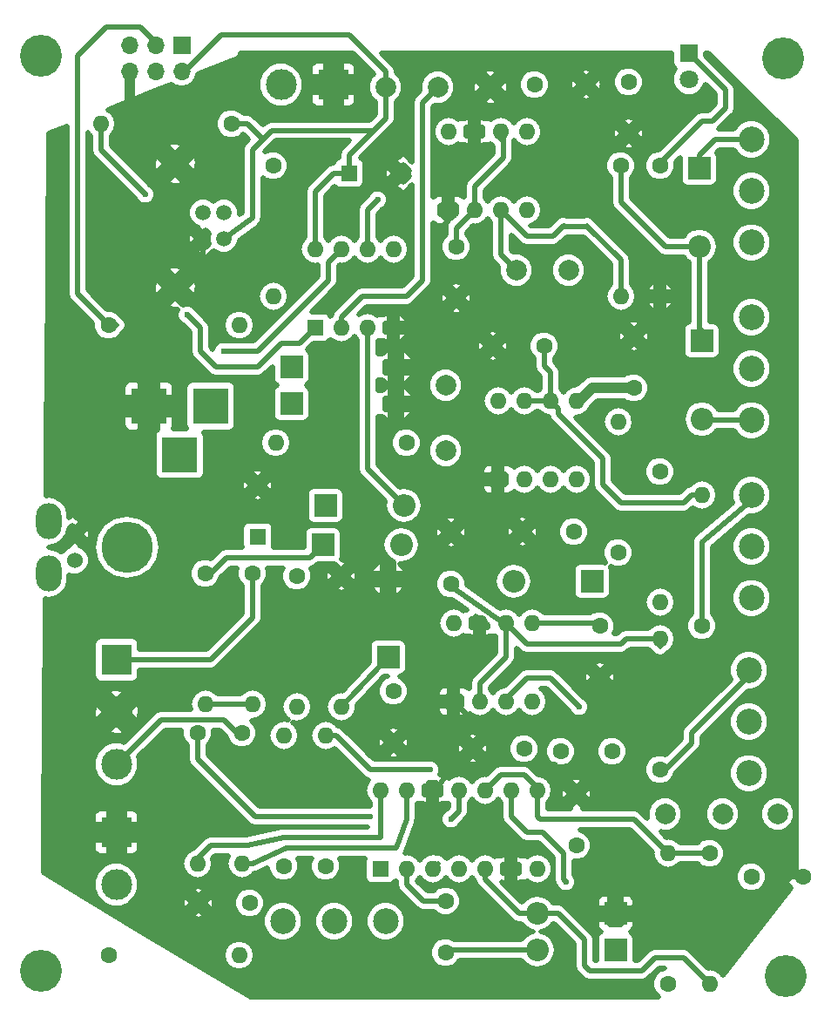
<source format=gbr>
G04 #@! TF.FileFunction,Copper,L1,Top,Signal*
%FSLAX46Y46*%
G04 Gerber Fmt 4.6, Leading zero omitted, Abs format (unit mm)*
G04 Created by KiCad (PCBNEW 4.0.7) date 05/17/18 11:27:15*
%MOMM*%
%LPD*%
G01*
G04 APERTURE LIST*
%ADD10C,0.100000*%
%ADD11C,1.600000*%
%ADD12O,1.600000X1.600000*%
%ADD13R,3.000000X3.000000*%
%ADD14C,3.000000*%
%ADD15C,2.500000*%
%ADD16R,3.500000X3.500000*%
%ADD17R,1.800000X1.800000*%
%ADD18C,1.800000*%
%ADD19C,2.000000*%
%ADD20O,2.500000X3.500000*%
%ADD21C,1.524000*%
%ADD22O,5.000000X5.000000*%
%ADD23R,1.600000X1.600000*%
%ADD24C,4.064000*%
%ADD25R,2.200000X2.200000*%
%ADD26O,2.200000X2.200000*%
%ADD27C,1.520000*%
%ADD28C,2.700000*%
%ADD29R,1.700000X1.700000*%
%ADD30O,1.700000X1.700000*%
%ADD31C,0.600000*%
%ADD32C,0.500000*%
%ADD33C,1.000000*%
G04 APERTURE END LIST*
D10*
D11*
X54610000Y-75438000D03*
D12*
X41910000Y-75438000D03*
D13*
X26416000Y-113284000D03*
D14*
X26416000Y-118364000D03*
D11*
X59436000Y-56388000D03*
X59436000Y-61388000D03*
X80010000Y-128016000D03*
D12*
X80010000Y-115316000D03*
D15*
X47578000Y-121920000D03*
X42578000Y-121920000D03*
X52578000Y-121920000D03*
D11*
X53340000Y-99568000D03*
X53340000Y-104568000D03*
D16*
X35560000Y-71882000D03*
X29560000Y-71882000D03*
X32560000Y-76582000D03*
D17*
X82042000Y-37592000D03*
D18*
X82042000Y-40132000D03*
D19*
X58420000Y-69850000D03*
X58420000Y-76200000D03*
X65278000Y-58674000D03*
X70358000Y-58674000D03*
D20*
X19812000Y-88138000D03*
D21*
X22352000Y-84328000D03*
X22352000Y-86868000D03*
D20*
X19812000Y-83058000D03*
D22*
X27432000Y-85598000D03*
D11*
X79248000Y-48514000D03*
D12*
X79248000Y-61214000D03*
D11*
X75438000Y-48514000D03*
D12*
X75438000Y-61214000D03*
D11*
X79248000Y-107188000D03*
D12*
X79248000Y-94488000D03*
D11*
X79248000Y-78232000D03*
D12*
X79248000Y-90932000D03*
D11*
X75184000Y-86106000D03*
D12*
X75184000Y-73406000D03*
D11*
X35052000Y-88138000D03*
D12*
X35052000Y-100838000D03*
D15*
X88138000Y-50974000D03*
X88138000Y-55974000D03*
X88138000Y-45974000D03*
X88138000Y-68246000D03*
X88138000Y-73246000D03*
X88138000Y-63246000D03*
X87884000Y-102536000D03*
X87884000Y-107536000D03*
X87884000Y-97536000D03*
X88138000Y-85518000D03*
X88138000Y-90518000D03*
X88138000Y-80518000D03*
D23*
X58674000Y-52832000D03*
D12*
X66294000Y-45212000D03*
X61214000Y-52832000D03*
X63754000Y-45212000D03*
X63754000Y-52832000D03*
X61214000Y-45212000D03*
X66294000Y-52832000D03*
X58674000Y-45212000D03*
D23*
X59182000Y-100584000D03*
D12*
X66802000Y-92964000D03*
X61722000Y-100584000D03*
X64262000Y-92964000D03*
X64262000Y-100584000D03*
X61722000Y-92964000D03*
X66802000Y-100584000D03*
X59182000Y-92964000D03*
D23*
X63500000Y-78994000D03*
D12*
X71120000Y-71374000D03*
X66040000Y-78994000D03*
X68580000Y-71374000D03*
X68580000Y-78994000D03*
X66040000Y-71374000D03*
X71120000Y-78994000D03*
X63500000Y-71374000D03*
D24*
X19050000Y-126746000D03*
X91440000Y-127254000D03*
X91186000Y-38100000D03*
X19050000Y-37846000D03*
D19*
X90678000Y-111506000D03*
X85344000Y-111506000D03*
X79756000Y-111506000D03*
D11*
X43942000Y-88392000D03*
D12*
X43942000Y-101092000D03*
D11*
X84074000Y-115316000D03*
D12*
X84074000Y-128016000D03*
D11*
X38608000Y-103632000D03*
D12*
X38608000Y-116332000D03*
D11*
X48260000Y-88392000D03*
D12*
X48260000Y-101092000D03*
D13*
X47498000Y-40640000D03*
D14*
X42418000Y-40640000D03*
D23*
X52070000Y-116840000D03*
D12*
X67310000Y-109220000D03*
X54610000Y-116840000D03*
X64770000Y-109220000D03*
X57150000Y-116840000D03*
X62230000Y-109220000D03*
X59690000Y-116840000D03*
X59690000Y-109220000D03*
X62230000Y-116840000D03*
X57150000Y-109220000D03*
X64770000Y-116840000D03*
X54610000Y-109220000D03*
X67310000Y-116840000D03*
X52070000Y-109220000D03*
D11*
X39624000Y-88138000D03*
D12*
X39624000Y-100838000D03*
D13*
X26416000Y-96520000D03*
D14*
X26416000Y-101600000D03*
X26416000Y-106680000D03*
D11*
X76200000Y-40386000D03*
X76200000Y-45386000D03*
X73406000Y-93218000D03*
X73406000Y-98218000D03*
X66040000Y-105156000D03*
X61040000Y-105156000D03*
X69596000Y-105410000D03*
X74596000Y-105410000D03*
X70866000Y-84074000D03*
X65866000Y-84074000D03*
X76708000Y-70104000D03*
X76708000Y-65104000D03*
X62992000Y-66040000D03*
X67992000Y-66040000D03*
X88138000Y-117602000D03*
X93138000Y-117602000D03*
X67056000Y-40640000D03*
X72056000Y-40640000D03*
X39370000Y-120142000D03*
X34370000Y-120142000D03*
X34290000Y-103632000D03*
D12*
X34290000Y-116332000D03*
D11*
X71120000Y-114554000D03*
X71120000Y-109554000D03*
X25654000Y-125222000D03*
D12*
X38354000Y-125222000D03*
D23*
X40132000Y-84582000D03*
D11*
X40132000Y-79582000D03*
X58928000Y-89154000D03*
X58928000Y-84154000D03*
X83312000Y-93218000D03*
D12*
X83312000Y-80518000D03*
D11*
X58420000Y-124968000D03*
X58420000Y-119968000D03*
X42672000Y-116586000D03*
D12*
X42672000Y-103886000D03*
D11*
X46736000Y-116586000D03*
D12*
X46736000Y-103886000D03*
D25*
X83058000Y-48768000D03*
D26*
X83058000Y-56388000D03*
D25*
X83312000Y-65532000D03*
D26*
X83312000Y-73152000D03*
D25*
X72644000Y-88900000D03*
D26*
X65024000Y-88900000D03*
D25*
X52832000Y-96266000D03*
D26*
X52832000Y-88646000D03*
D25*
X74930000Y-121158000D03*
D26*
X67310000Y-121158000D03*
D25*
X74930000Y-124714000D03*
D26*
X67310000Y-124714000D03*
D23*
X49022000Y-49276000D03*
D11*
X54022000Y-49276000D03*
D25*
X46736000Y-81534000D03*
D26*
X54356000Y-81534000D03*
D25*
X46482000Y-85344000D03*
D26*
X54102000Y-85344000D03*
D25*
X43434000Y-68072000D03*
D26*
X53594000Y-68072000D03*
D25*
X43434000Y-71628000D03*
D26*
X53594000Y-71628000D03*
D19*
X57658000Y-40894000D03*
X52578000Y-40894000D03*
D27*
X36830000Y-53086000D03*
X36830000Y-55626000D03*
X34830000Y-55626000D03*
X34830000Y-53086000D03*
D28*
X32130000Y-48356000D03*
X32130000Y-60356000D03*
D11*
X37592000Y-44450000D03*
D12*
X24892000Y-44450000D03*
D11*
X25654000Y-64008000D03*
D12*
X38354000Y-64008000D03*
D11*
X41656000Y-48514000D03*
D12*
X41656000Y-61214000D03*
D29*
X32766000Y-36830000D03*
D30*
X32766000Y-39370000D03*
X30226000Y-36830000D03*
X30226000Y-39370000D03*
X27686000Y-36830000D03*
X27686000Y-39370000D03*
D19*
X62738000Y-40894000D03*
D23*
X45720000Y-64262000D03*
D12*
X53340000Y-56642000D03*
X48260000Y-64262000D03*
X50800000Y-56642000D03*
X50800000Y-64262000D03*
X48260000Y-56642000D03*
X53340000Y-64262000D03*
X45720000Y-56642000D03*
D31*
X71374000Y-101092000D03*
X58928000Y-112014000D03*
X51054000Y-111760000D03*
X70104000Y-118110000D03*
X56896000Y-107188000D03*
X29210000Y-51308000D03*
X51816000Y-51816000D03*
X36830000Y-66548000D03*
X33274000Y-62992000D03*
D32*
X32130000Y-60356000D02*
X33116000Y-60356000D01*
X33116000Y-60356000D02*
X34830000Y-58642000D01*
X34830000Y-58642000D02*
X34830000Y-55626000D01*
D33*
X27686000Y-39370000D02*
X27686000Y-43912000D01*
X27686000Y-43912000D02*
X32130000Y-48356000D01*
D32*
X57150000Y-109220000D02*
X57404000Y-109220000D01*
X57404000Y-109220000D02*
X59182000Y-106680000D01*
X59182000Y-106680000D02*
X69008000Y-106680000D01*
X69008000Y-106680000D02*
X71120000Y-109554000D01*
X93138000Y-117602000D02*
X91948000Y-117602000D01*
X88392000Y-121158000D02*
X74930000Y-121158000D01*
X91948000Y-117602000D02*
X88392000Y-121158000D01*
X58674000Y-52832000D02*
X58674000Y-53848000D01*
X57404000Y-59356000D02*
X59436000Y-61388000D01*
X57404000Y-55118000D02*
X57404000Y-59356000D01*
X58674000Y-53848000D02*
X57404000Y-55118000D01*
X73406000Y-100718000D02*
X73406000Y-98218000D01*
X58674000Y-52832000D02*
X58674000Y-50038000D01*
X60960000Y-47752000D02*
X60960000Y-45466000D01*
X58674000Y-50038000D02*
X60960000Y-47752000D01*
X60960000Y-45466000D02*
X61214000Y-45212000D01*
X59182000Y-100584000D02*
X61468000Y-102870000D01*
X71628000Y-102870000D02*
X73406000Y-101092000D01*
X61468000Y-102870000D02*
X71628000Y-102870000D01*
X73406000Y-101092000D02*
X73406000Y-100718000D01*
X59182000Y-100584000D02*
X59182000Y-98552000D01*
X59182000Y-98552000D02*
X61722000Y-96012000D01*
X61722000Y-96012000D02*
X61722000Y-92964000D01*
D33*
X63500000Y-78994000D02*
X63246000Y-78994000D01*
D32*
X83058000Y-48768000D02*
X83058000Y-47498000D01*
X84582000Y-45974000D02*
X88138000Y-45974000D01*
X83058000Y-47498000D02*
X84582000Y-45974000D01*
X83058000Y-48768000D02*
X83058000Y-49022000D01*
X88138000Y-73246000D02*
X83406000Y-73246000D01*
X83406000Y-73246000D02*
X83312000Y-73152000D01*
X83660000Y-73754000D02*
X83058000Y-73152000D01*
X88138000Y-73246000D02*
X88138000Y-72390000D01*
X39624000Y-100838000D02*
X35052000Y-100838000D01*
X39878000Y-100584000D02*
X39624000Y-100838000D01*
X79248000Y-48514000D02*
X79248000Y-48260000D01*
X79248000Y-48260000D02*
X83312000Y-44196000D01*
X83312000Y-44196000D02*
X84328000Y-44196000D01*
X84328000Y-44196000D02*
X85598000Y-42926000D01*
X85598000Y-42926000D02*
X85598000Y-41148000D01*
X85598000Y-41148000D02*
X82042000Y-37592000D01*
X81788000Y-37846000D02*
X82042000Y-37592000D01*
X82042000Y-37592000D02*
X82042000Y-37592000D01*
X38608000Y-103632000D02*
X38100000Y-103632000D01*
X38100000Y-103632000D02*
X36830000Y-102362000D01*
X36830000Y-102362000D02*
X30734000Y-102362000D01*
X30734000Y-102362000D02*
X26416000Y-106680000D01*
X57658000Y-116332000D02*
X57150000Y-116840000D01*
X66040000Y-105156000D02*
X66294000Y-105156000D01*
X38862000Y-103632000D02*
X38862000Y-103886000D01*
X38354000Y-104140000D02*
X38862000Y-103632000D01*
X38862000Y-103632000D02*
X39116000Y-103632000D01*
X75438000Y-61214000D02*
X75438000Y-57658000D01*
X72136000Y-54356000D02*
X72136000Y-54414615D01*
X72194615Y-54414615D02*
X72136000Y-54356000D01*
X75438000Y-57658000D02*
X72194615Y-54414615D01*
X63754000Y-52832000D02*
X63754000Y-57150000D01*
X63754000Y-57150000D02*
X65278000Y-58674000D01*
X70143077Y-54414615D02*
X72136000Y-54414615D01*
X69850000Y-54356000D02*
X68834000Y-55372000D01*
X68834000Y-55372000D02*
X66294000Y-55372000D01*
X66294000Y-55372000D02*
X63754000Y-52832000D01*
X70143077Y-54414615D02*
X69850000Y-54356000D01*
X75066770Y-61214000D02*
X75438000Y-61214000D01*
X64262000Y-53340000D02*
X63754000Y-52832000D01*
X66802000Y-92964000D02*
X73152000Y-92964000D01*
X73152000Y-92964000D02*
X73406000Y-93218000D01*
X59436000Y-56388000D02*
X59436000Y-54610000D01*
X59436000Y-54610000D02*
X61214000Y-52832000D01*
X61214000Y-52832000D02*
X61214000Y-50546000D01*
X64008000Y-47752000D02*
X64008000Y-45466000D01*
X61214000Y-50546000D02*
X64008000Y-47752000D01*
X64008000Y-45466000D02*
X63754000Y-45212000D01*
X63754000Y-45974000D02*
X63754000Y-45212000D01*
D33*
X71120000Y-71374000D02*
X71374000Y-71374000D01*
X71374000Y-71374000D02*
X72644000Y-70104000D01*
X72644000Y-70104000D02*
X76708000Y-70104000D01*
D32*
X68580000Y-71374000D02*
X68580000Y-68580000D01*
X67992000Y-67992000D02*
X67992000Y-66040000D01*
X68580000Y-68580000D02*
X67992000Y-67992000D01*
X83312000Y-80518000D02*
X82296000Y-80518000D01*
X69342000Y-72136000D02*
X68580000Y-71374000D01*
X69342000Y-72644000D02*
X69342000Y-72136000D01*
X73660000Y-76962000D02*
X69342000Y-72644000D01*
X73660000Y-79502000D02*
X73660000Y-76962000D01*
X75438000Y-81280000D02*
X73660000Y-79502000D01*
X81534000Y-81280000D02*
X75438000Y-81280000D01*
X82296000Y-80518000D02*
X81534000Y-81280000D01*
X68580000Y-71374000D02*
X66040000Y-71374000D01*
X66040000Y-71374000D02*
X66040000Y-71882000D01*
D33*
X66040000Y-71374000D02*
X66040000Y-71628000D01*
D32*
X79248000Y-107188000D02*
X79756000Y-107188000D01*
X79756000Y-107188000D02*
X82296000Y-104648000D01*
X82296000Y-104648000D02*
X82296000Y-103632000D01*
X82296000Y-103632000D02*
X87884000Y-98044000D01*
X87884000Y-98044000D02*
X87884000Y-97536000D01*
X52832000Y-96266000D02*
X48260000Y-101092000D01*
X67310000Y-121158000D02*
X69342000Y-121158000D01*
X81534000Y-125476000D02*
X84074000Y-128016000D01*
X78740000Y-125476000D02*
X81534000Y-125476000D01*
X77470000Y-126746000D02*
X78740000Y-125476000D01*
X72390000Y-126746000D02*
X77470000Y-126746000D01*
X71882000Y-126238000D02*
X72390000Y-126746000D01*
X71882000Y-123698000D02*
X71882000Y-126238000D01*
X69342000Y-121158000D02*
X71882000Y-123698000D01*
X62230000Y-116840000D02*
X62230000Y-117856000D01*
X65532000Y-121158000D02*
X67310000Y-121158000D01*
X62230000Y-117856000D02*
X65532000Y-121158000D01*
X68072000Y-98298000D02*
X68580000Y-98298000D01*
X68072000Y-98298000D02*
X66294000Y-98298000D01*
X66294000Y-98298000D02*
X64262000Y-100330000D01*
X68580000Y-98298000D02*
X71374000Y-101092000D01*
X64262000Y-100330000D02*
X64262000Y-100584000D01*
X38608000Y-116332000D02*
X39624000Y-116332000D01*
X54610000Y-112014000D02*
X54610000Y-109220000D01*
X53594000Y-114808000D02*
X54610000Y-112014000D01*
X42926000Y-114808000D02*
X53594000Y-114808000D01*
X39624000Y-116332000D02*
X42926000Y-114808000D01*
X38608000Y-116332000D02*
X38608000Y-116078000D01*
X54610000Y-109474000D02*
X54610000Y-109220000D01*
X79756000Y-111760000D02*
X79756000Y-111506000D01*
X39624000Y-88138000D02*
X39624000Y-92456000D01*
X35560000Y-96520000D02*
X26416000Y-96520000D01*
X39624000Y-92456000D02*
X35560000Y-96520000D01*
X39624000Y-88138000D02*
X39624000Y-88900000D01*
X34290000Y-103632000D02*
X34290000Y-106172000D01*
X59690000Y-111252000D02*
X59690000Y-109220000D01*
X58928000Y-112014000D02*
X59690000Y-111252000D01*
X39878000Y-111760000D02*
X51054000Y-111760000D01*
X34290000Y-106172000D02*
X39878000Y-111760000D01*
X34290000Y-116332000D02*
X34290000Y-115824000D01*
X34290000Y-115824000D02*
X35560000Y-114554000D01*
X35560000Y-114554000D02*
X39116000Y-114554000D01*
X39116000Y-114554000D02*
X42672000Y-113792000D01*
X42672000Y-113792000D02*
X52070000Y-113792000D01*
X52070000Y-113792000D02*
X52070000Y-110998000D01*
X52070000Y-110998000D02*
X52070000Y-109220000D01*
X67310000Y-109220000D02*
X67310000Y-108966000D01*
X67310000Y-108966000D02*
X66040000Y-107696000D01*
X63754000Y-107696000D02*
X62230000Y-109220000D01*
X66040000Y-107696000D02*
X63754000Y-107696000D01*
X84074000Y-115316000D02*
X80010000Y-115316000D01*
X67310000Y-109220000D02*
X67310000Y-111760000D01*
X76708000Y-112014000D02*
X80010000Y-115316000D01*
X67564000Y-112014000D02*
X76708000Y-112014000D01*
X67310000Y-111760000D02*
X67564000Y-112014000D01*
X62230000Y-109220000D02*
X61976000Y-109220000D01*
X79248000Y-94488000D02*
X75946000Y-94488000D01*
X66294000Y-94996000D02*
X64262000Y-92964000D01*
X75438000Y-94996000D02*
X66294000Y-94996000D01*
X75946000Y-94488000D02*
X75438000Y-94996000D01*
X64262000Y-92964000D02*
X64008000Y-92964000D01*
X64008000Y-92964000D02*
X58928000Y-89408000D01*
X58928000Y-89408000D02*
X58928000Y-89154000D01*
X64262000Y-92964000D02*
X64262000Y-92456000D01*
X64262000Y-92964000D02*
X64262000Y-93472000D01*
X79248000Y-95250000D02*
X79248000Y-94488000D01*
X61722000Y-100584000D02*
X61722000Y-98806000D01*
X61722000Y-98806000D02*
X64262000Y-96266000D01*
X64262000Y-96266000D02*
X64262000Y-92964000D01*
X88138000Y-80518000D02*
X88138000Y-81026000D01*
X88138000Y-81026000D02*
X83312000Y-85090000D01*
X83312000Y-85090000D02*
X83312000Y-93218000D01*
X87630000Y-80518000D02*
X88138000Y-80518000D01*
X87884000Y-80264000D02*
X88138000Y-80518000D01*
X88138000Y-80518000D02*
X87884000Y-80518000D01*
X83058000Y-56388000D02*
X79756000Y-56388000D01*
X75438000Y-52070000D02*
X75438000Y-48514000D01*
X79756000Y-56388000D02*
X75438000Y-52070000D01*
X83058000Y-56388000D02*
X83058000Y-65278000D01*
X83058000Y-65278000D02*
X83312000Y-65532000D01*
X83312000Y-65532000D02*
X83312000Y-64516000D01*
X75184000Y-48768000D02*
X75438000Y-48514000D01*
X64770000Y-111760000D02*
X64770000Y-109220000D01*
X66294000Y-113284000D02*
X64770000Y-111760000D01*
X67818000Y-113284000D02*
X66294000Y-113284000D01*
X69850000Y-115316000D02*
X67818000Y-113284000D01*
X69850000Y-117856000D02*
X69850000Y-115316000D01*
X70104000Y-118110000D02*
X69850000Y-117856000D01*
X67310000Y-124714000D02*
X58674000Y-124714000D01*
X58674000Y-124714000D02*
X58420000Y-124968000D01*
X46736000Y-103886000D02*
X47752000Y-103886000D01*
X51054000Y-107188000D02*
X56896000Y-107188000D01*
X47752000Y-103886000D02*
X51054000Y-107188000D01*
X54610000Y-116840000D02*
X54610000Y-118364000D01*
X56214000Y-119968000D02*
X58420000Y-119968000D01*
X54610000Y-118364000D02*
X56214000Y-119968000D01*
X37592000Y-44450000D02*
X39116000Y-44450000D01*
X39116000Y-44450000D02*
X40640000Y-45974000D01*
X49022000Y-49276000D02*
X47498000Y-49276000D01*
X45720000Y-51054000D02*
X45720000Y-56642000D01*
X47498000Y-49276000D02*
X45720000Y-51054000D01*
X32766000Y-39370000D02*
X33020000Y-39370000D01*
X33020000Y-39370000D02*
X36576000Y-35814000D01*
X36576000Y-35814000D02*
X49022000Y-35814000D01*
X49022000Y-35814000D02*
X52578000Y-39370000D01*
X52578000Y-39370000D02*
X52578000Y-40894000D01*
X51435000Y-45085000D02*
X41529000Y-45085000D01*
X39624000Y-53594000D02*
X36830000Y-55626000D01*
X39624000Y-46990000D02*
X39624000Y-53594000D01*
X41529000Y-45085000D02*
X40640000Y-45974000D01*
X40640000Y-45974000D02*
X39624000Y-46990000D01*
X49022000Y-49276000D02*
X49022000Y-47498000D01*
X52578000Y-43942000D02*
X52578000Y-40894000D01*
X49022000Y-47498000D02*
X51435000Y-45085000D01*
X51435000Y-45085000D02*
X52578000Y-43942000D01*
X50800000Y-64262000D02*
X50800000Y-77978000D01*
X50800000Y-77978000D02*
X54356000Y-81534000D01*
X35052000Y-88138000D02*
X35560000Y-88138000D01*
X35560000Y-88138000D02*
X37084000Y-86614000D01*
X37084000Y-86614000D02*
X45212000Y-86614000D01*
X45212000Y-86614000D02*
X46482000Y-85344000D01*
X24892000Y-46990000D02*
X24892000Y-44450000D01*
X29210000Y-51308000D02*
X24892000Y-46990000D01*
X48260000Y-64262000D02*
X48260000Y-63246000D01*
X56134000Y-42418000D02*
X57658000Y-40894000D01*
X56134000Y-59690000D02*
X56134000Y-42418000D01*
X54610000Y-61214000D02*
X56134000Y-59690000D01*
X50292000Y-61214000D02*
X54610000Y-61214000D01*
X48260000Y-63246000D02*
X50292000Y-61214000D01*
X50800000Y-52832000D02*
X50800000Y-56642000D01*
X51816000Y-51816000D02*
X50800000Y-52832000D01*
X46990000Y-57912000D02*
X48260000Y-56642000D01*
X46990000Y-59690000D02*
X46990000Y-57912000D01*
X40132000Y-66548000D02*
X46990000Y-59690000D01*
X36830000Y-66548000D02*
X40132000Y-66548000D01*
X30226000Y-36830000D02*
X30226000Y-36576000D01*
X30226000Y-36576000D02*
X28702000Y-35052000D01*
X28702000Y-35052000D02*
X25400000Y-35052000D01*
X25400000Y-35052000D02*
X22606000Y-37846000D01*
X22606000Y-37846000D02*
X22606000Y-60960000D01*
X22606000Y-60960000D02*
X25654000Y-64008000D01*
X25654000Y-64008000D02*
X26416000Y-64008000D01*
X33274000Y-62992000D02*
X34544000Y-64262000D01*
X34544000Y-64262000D02*
X34544000Y-66548000D01*
X34544000Y-66548000D02*
X36068000Y-68072000D01*
X36068000Y-68072000D02*
X40132000Y-68072000D01*
X40132000Y-68072000D02*
X42418000Y-65786000D01*
X42418000Y-65786000D02*
X44196000Y-65786000D01*
X44196000Y-65786000D02*
X45720000Y-64262000D01*
G36*
X51395504Y-39601717D02*
X51095287Y-39901410D01*
X50828304Y-40544376D01*
X50827696Y-41240569D01*
X51093557Y-41884001D01*
X51578000Y-42369290D01*
X51578000Y-43527786D01*
X51020786Y-44085000D01*
X41529000Y-44085000D01*
X41146316Y-44161120D01*
X40821893Y-44377893D01*
X40640000Y-44559786D01*
X39823107Y-43742893D01*
X39498684Y-43526120D01*
X39116000Y-43450000D01*
X38783864Y-43450000D01*
X38471151Y-43136740D01*
X37901667Y-42900270D01*
X37285039Y-42899732D01*
X36715143Y-43135208D01*
X36278740Y-43570849D01*
X36042270Y-44140333D01*
X36041732Y-44756961D01*
X36277208Y-45326857D01*
X36712849Y-45763260D01*
X37282333Y-45999730D01*
X37898961Y-46000268D01*
X38468857Y-45764792D01*
X38742957Y-45491171D01*
X39225786Y-45974000D01*
X38916893Y-46282893D01*
X38700120Y-46607316D01*
X38642324Y-46897879D01*
X38624000Y-46990000D01*
X38624000Y-53084776D01*
X38339822Y-53291451D01*
X38340262Y-52786960D01*
X38110862Y-52231771D01*
X37686463Y-51806630D01*
X37131675Y-51576262D01*
X36530960Y-51575738D01*
X35975771Y-51805138D01*
X35830118Y-51950536D01*
X35686463Y-51806630D01*
X35131675Y-51576262D01*
X34530960Y-51575738D01*
X33975771Y-51805138D01*
X33550630Y-52229537D01*
X33320262Y-52784325D01*
X33319738Y-53385040D01*
X33549138Y-53940229D01*
X33973537Y-54365370D01*
X34201379Y-54459978D01*
X34830000Y-55088599D01*
X35098701Y-54819899D01*
X35403256Y-55124454D01*
X35320262Y-55324325D01*
X35319738Y-55925040D01*
X35403366Y-56127436D01*
X35098701Y-56432102D01*
X34830000Y-56163401D01*
X34176634Y-56816767D01*
X34255534Y-57063179D01*
X34555141Y-57118911D01*
X35037069Y-57600839D01*
X35853143Y-56784765D01*
X35973537Y-56905370D01*
X36528325Y-57135738D01*
X37129040Y-57136262D01*
X37684229Y-56906862D01*
X38109370Y-56482463D01*
X38339738Y-55927675D01*
X38339880Y-55764403D01*
X40212172Y-54402736D01*
X40265612Y-54344869D01*
X40331107Y-54301107D01*
X40396741Y-54202879D01*
X40476890Y-54116091D01*
X40504118Y-54042177D01*
X40547880Y-53976683D01*
X40570927Y-53860819D01*
X40611764Y-53749962D01*
X40608634Y-53671252D01*
X40624000Y-53594000D01*
X40624000Y-49674144D01*
X40776849Y-49827260D01*
X41346333Y-50063730D01*
X41962961Y-50064268D01*
X42532857Y-49828792D01*
X42969260Y-49393151D01*
X43205730Y-48823667D01*
X43206268Y-48207039D01*
X42970792Y-47637143D01*
X42535151Y-47200740D01*
X41965667Y-46964270D01*
X41349039Y-46963732D01*
X40864116Y-47164098D01*
X41943214Y-46085000D01*
X49020786Y-46085000D01*
X48314893Y-46790893D01*
X48098120Y-47115316D01*
X48098120Y-47115317D01*
X48022000Y-47498000D01*
X48022000Y-47748940D01*
X47944067Y-47763604D01*
X47688802Y-47927862D01*
X47517554Y-48178492D01*
X47497800Y-48276039D01*
X47115316Y-48352120D01*
X46790893Y-48568893D01*
X45012893Y-50346893D01*
X44796120Y-50671316D01*
X44796120Y-50671317D01*
X44720000Y-51054000D01*
X44720000Y-55451462D01*
X44623984Y-55515618D01*
X44287987Y-56018475D01*
X44170000Y-56611634D01*
X44170000Y-56672366D01*
X44287987Y-57265525D01*
X44623984Y-57768382D01*
X45126841Y-58104379D01*
X45720000Y-58222366D01*
X45990000Y-58168660D01*
X45990000Y-59275786D01*
X39717786Y-65548000D01*
X38434639Y-65548000D01*
X38977525Y-65440013D01*
X39480382Y-65104016D01*
X39816379Y-64601159D01*
X39934366Y-64008000D01*
X39816379Y-63414841D01*
X39480382Y-62911984D01*
X38977525Y-62575987D01*
X38384366Y-62458000D01*
X38323634Y-62458000D01*
X37730475Y-62575987D01*
X37227618Y-62911984D01*
X36891621Y-63414841D01*
X36773634Y-64008000D01*
X36891621Y-64601159D01*
X37227618Y-65104016D01*
X37730475Y-65440013D01*
X38273361Y-65548000D01*
X37159749Y-65548000D01*
X37039774Y-65498182D01*
X36622058Y-65497818D01*
X36236000Y-65657334D01*
X35940372Y-65952446D01*
X35780182Y-66338226D01*
X35780154Y-66369941D01*
X35544000Y-66133786D01*
X35544000Y-64262000D01*
X35467880Y-63879317D01*
X35251107Y-63554893D01*
X34214274Y-62518060D01*
X34164666Y-62398000D01*
X33869554Y-62102372D01*
X33483774Y-61942182D01*
X33066058Y-61941818D01*
X32850351Y-62030946D01*
X32130000Y-61310594D01*
X31306301Y-62134294D01*
X31476679Y-62403597D01*
X32309992Y-62497748D01*
X32345217Y-62490741D01*
X32224182Y-62782226D01*
X32223818Y-63199942D01*
X32383334Y-63586000D01*
X32678446Y-63881628D01*
X32799808Y-63932022D01*
X33544000Y-64676214D01*
X33544000Y-66548000D01*
X33620120Y-66930684D01*
X33836893Y-67255107D01*
X35360891Y-68779104D01*
X35360893Y-68779107D01*
X35685317Y-68995880D01*
X36068000Y-69072000D01*
X40132000Y-69072000D01*
X40514684Y-68995880D01*
X40839107Y-68779107D01*
X41569307Y-68048907D01*
X41569307Y-69172000D01*
X41621604Y-69449933D01*
X41785862Y-69705198D01*
X42000128Y-69851600D01*
X41800802Y-69979862D01*
X41629554Y-70230492D01*
X41569307Y-70528000D01*
X41569307Y-72728000D01*
X41621604Y-73005933D01*
X41785862Y-73261198D01*
X42036492Y-73432446D01*
X42334000Y-73492693D01*
X44534000Y-73492693D01*
X44811933Y-73440396D01*
X45067198Y-73276138D01*
X45238446Y-73025508D01*
X45298693Y-72728000D01*
X45298693Y-70528000D01*
X45246396Y-70250067D01*
X45082138Y-69994802D01*
X44867872Y-69848400D01*
X45067198Y-69720138D01*
X45238446Y-69469508D01*
X45298693Y-69172000D01*
X45298693Y-66972000D01*
X45246396Y-66694067D01*
X45082138Y-66438802D01*
X45008041Y-66388173D01*
X45569521Y-65826693D01*
X46520000Y-65826693D01*
X46797933Y-65774396D01*
X47053198Y-65610138D01*
X47191950Y-65407068D01*
X47666841Y-65724379D01*
X48260000Y-65842366D01*
X48853159Y-65724379D01*
X49356016Y-65388382D01*
X49530000Y-65127996D01*
X49703984Y-65388382D01*
X49800000Y-65452538D01*
X49800000Y-77978000D01*
X49876120Y-78360684D01*
X50092893Y-78685107D01*
X52548071Y-81140284D01*
X52469756Y-81534000D01*
X52610579Y-82241964D01*
X53011608Y-82842148D01*
X53611792Y-83243177D01*
X54319756Y-83384000D01*
X54392244Y-83384000D01*
X55100208Y-83243177D01*
X55579096Y-82923195D01*
X58262881Y-82923195D01*
X58928000Y-83588315D01*
X59593119Y-82923195D01*
X59565672Y-82843195D01*
X65200881Y-82843195D01*
X65866000Y-83508315D01*
X66531119Y-82843195D01*
X66446017Y-82595154D01*
X65835936Y-82485761D01*
X65285983Y-82595154D01*
X65200881Y-82843195D01*
X59565672Y-82843195D01*
X59508017Y-82675154D01*
X58897936Y-82565761D01*
X58347983Y-82675154D01*
X58262881Y-82923195D01*
X55579096Y-82923195D01*
X55700392Y-82842148D01*
X56101421Y-82241964D01*
X56242244Y-81534000D01*
X56101421Y-80826036D01*
X55700392Y-80225852D01*
X55100208Y-79824823D01*
X54392244Y-79684000D01*
X54319756Y-79684000D01*
X53986502Y-79750288D01*
X53819714Y-79583500D01*
X61942000Y-79583500D01*
X61942000Y-79944776D01*
X62057399Y-80223373D01*
X62270628Y-80436602D01*
X62549225Y-80552000D01*
X62910500Y-80552000D01*
X63100000Y-80362500D01*
X63100000Y-79394000D01*
X62131500Y-79394000D01*
X61942000Y-79583500D01*
X53819714Y-79583500D01*
X52279438Y-78043224D01*
X61942000Y-78043224D01*
X61942000Y-78404500D01*
X62131500Y-78594000D01*
X63100000Y-78594000D01*
X63100000Y-77625500D01*
X62910500Y-77436000D01*
X62549225Y-77436000D01*
X62270628Y-77551398D01*
X62057399Y-77764627D01*
X61942000Y-78043224D01*
X52279438Y-78043224D01*
X51800000Y-77563786D01*
X51800000Y-75744961D01*
X53059732Y-75744961D01*
X53295208Y-76314857D01*
X53730849Y-76751260D01*
X54300333Y-76987730D01*
X54916961Y-76988268D01*
X55486857Y-76752792D01*
X55693440Y-76546569D01*
X56669696Y-76546569D01*
X56935557Y-77190001D01*
X57427410Y-77682713D01*
X58070376Y-77949696D01*
X58766569Y-77950304D01*
X59410001Y-77684443D01*
X59902713Y-77192590D01*
X60169696Y-76549624D01*
X60170304Y-75853431D01*
X59904443Y-75209999D01*
X59412590Y-74717287D01*
X58769624Y-74450304D01*
X58073431Y-74449696D01*
X57429999Y-74715557D01*
X56937287Y-75207410D01*
X56670304Y-75850376D01*
X56669696Y-76546569D01*
X55693440Y-76546569D01*
X55923260Y-76317151D01*
X56159730Y-75747667D01*
X56160268Y-75131039D01*
X55924792Y-74561143D01*
X55489151Y-74124740D01*
X54919667Y-73888270D01*
X54303039Y-73887732D01*
X53733143Y-74123208D01*
X53296740Y-74558849D01*
X53060270Y-75128333D01*
X53059732Y-75744961D01*
X51800000Y-75744961D01*
X51800000Y-72878002D01*
X52229233Y-72878002D01*
X52773137Y-73294875D01*
X53044000Y-73213264D01*
X53044000Y-72178000D01*
X54144000Y-72178000D01*
X54144000Y-73213264D01*
X54414863Y-73294875D01*
X54990264Y-72853861D01*
X55260840Y-72448857D01*
X55169244Y-72178000D01*
X54144000Y-72178000D01*
X53044000Y-72178000D01*
X52494000Y-72178000D01*
X52494000Y-71078000D01*
X53044000Y-71078000D01*
X53044000Y-70042736D01*
X54144000Y-70042736D01*
X54144000Y-71078000D01*
X55169244Y-71078000D01*
X55260840Y-70807143D01*
X54990264Y-70402139D01*
X54722053Y-70196569D01*
X56669696Y-70196569D01*
X56935557Y-70840001D01*
X57427410Y-71332713D01*
X58070376Y-71599696D01*
X58766569Y-71600304D01*
X59387757Y-71343634D01*
X61950000Y-71343634D01*
X61950000Y-71404366D01*
X62067987Y-71997525D01*
X62403984Y-72500382D01*
X62906841Y-72836379D01*
X63500000Y-72954366D01*
X64093159Y-72836379D01*
X64596016Y-72500382D01*
X64770000Y-72239996D01*
X64943984Y-72500382D01*
X65446841Y-72836379D01*
X66040000Y-72954366D01*
X66633159Y-72836379D01*
X67136016Y-72500382D01*
X67220461Y-72374000D01*
X67399539Y-72374000D01*
X67483984Y-72500382D01*
X67986841Y-72836379D01*
X68396474Y-72917860D01*
X68418120Y-73026684D01*
X68634893Y-73351107D01*
X72660000Y-77376214D01*
X72660000Y-78913361D01*
X72552013Y-78370475D01*
X72216016Y-77867618D01*
X71713159Y-77531621D01*
X71120000Y-77413634D01*
X70526841Y-77531621D01*
X70023984Y-77867618D01*
X69850000Y-78128004D01*
X69676016Y-77867618D01*
X69173159Y-77531621D01*
X68580000Y-77413634D01*
X67986841Y-77531621D01*
X67483984Y-77867618D01*
X67310000Y-78128004D01*
X67136016Y-77867618D01*
X66633159Y-77531621D01*
X66040000Y-77413634D01*
X65446841Y-77531621D01*
X65058000Y-77791435D01*
X65058000Y-77743998D01*
X64921972Y-77743998D01*
X64729372Y-77551398D01*
X64450775Y-77436000D01*
X64089500Y-77436000D01*
X63900000Y-77625500D01*
X63900000Y-78594000D01*
X64300000Y-78594000D01*
X64300000Y-79394000D01*
X63900000Y-79394000D01*
X63900000Y-80362500D01*
X64089500Y-80552000D01*
X64450775Y-80552000D01*
X64729372Y-80436602D01*
X64921972Y-80244002D01*
X65058000Y-80244002D01*
X65058000Y-80196565D01*
X65446841Y-80456379D01*
X66040000Y-80574366D01*
X66633159Y-80456379D01*
X67136016Y-80120382D01*
X67310000Y-79859996D01*
X67483984Y-80120382D01*
X67986841Y-80456379D01*
X68580000Y-80574366D01*
X69173159Y-80456379D01*
X69676016Y-80120382D01*
X69850000Y-79859996D01*
X70023984Y-80120382D01*
X70526841Y-80456379D01*
X71120000Y-80574366D01*
X71713159Y-80456379D01*
X72216016Y-80120382D01*
X72552013Y-79617525D01*
X72660000Y-79074639D01*
X72660000Y-79502000D01*
X72736120Y-79884684D01*
X72952893Y-80209107D01*
X74730893Y-81987107D01*
X75055316Y-82203880D01*
X75438000Y-82280001D01*
X75438005Y-82280000D01*
X81534000Y-82280000D01*
X81916684Y-82203880D01*
X82241107Y-81987107D01*
X82436493Y-81791721D01*
X82718841Y-81980379D01*
X83312000Y-82098366D01*
X83905159Y-81980379D01*
X84408016Y-81644382D01*
X84744013Y-81141525D01*
X84862000Y-80548366D01*
X84862000Y-80487634D01*
X84744013Y-79894475D01*
X84408016Y-79391618D01*
X83905159Y-79055621D01*
X83312000Y-78937634D01*
X82718841Y-79055621D01*
X82215984Y-79391618D01*
X82106330Y-79555727D01*
X81913316Y-79594120D01*
X81588893Y-79810893D01*
X81119786Y-80280000D01*
X75852214Y-80280000D01*
X74660000Y-79087786D01*
X74660000Y-78538961D01*
X77697732Y-78538961D01*
X77933208Y-79108857D01*
X78368849Y-79545260D01*
X78938333Y-79781730D01*
X79554961Y-79782268D01*
X80124857Y-79546792D01*
X80561260Y-79111151D01*
X80797730Y-78541667D01*
X80798268Y-77925039D01*
X80562792Y-77355143D01*
X80127151Y-76918740D01*
X79557667Y-76682270D01*
X78941039Y-76681732D01*
X78371143Y-76917208D01*
X77934740Y-77352849D01*
X77698270Y-77922333D01*
X77697732Y-78538961D01*
X74660000Y-78538961D01*
X74660000Y-76962000D01*
X74583880Y-76579317D01*
X74367107Y-76254893D01*
X71487848Y-73375634D01*
X73634000Y-73375634D01*
X73634000Y-73436366D01*
X73751987Y-74029525D01*
X74087984Y-74532382D01*
X74590841Y-74868379D01*
X75184000Y-74986366D01*
X75777159Y-74868379D01*
X76280016Y-74532382D01*
X76616013Y-74029525D01*
X76734000Y-73436366D01*
X76734000Y-73375634D01*
X76682307Y-73115756D01*
X81462000Y-73115756D01*
X81462000Y-73188244D01*
X81602823Y-73896208D01*
X82003852Y-74496392D01*
X82604036Y-74897421D01*
X83312000Y-75038244D01*
X84019964Y-74897421D01*
X84620148Y-74496392D01*
X84787454Y-74246000D01*
X86387189Y-74246000D01*
X86441494Y-74377429D01*
X87003612Y-74940529D01*
X87738430Y-75245652D01*
X88534079Y-75246346D01*
X89269429Y-74942506D01*
X89832529Y-74380388D01*
X90137652Y-73645570D01*
X90138346Y-72849921D01*
X89834506Y-72114571D01*
X89272388Y-71551471D01*
X88537570Y-71246348D01*
X87741921Y-71245654D01*
X87006571Y-71549494D01*
X86443471Y-72111612D01*
X86387668Y-72246000D01*
X84913071Y-72246000D01*
X84620148Y-71807608D01*
X84019964Y-71406579D01*
X83312000Y-71265756D01*
X82604036Y-71406579D01*
X82003852Y-71807608D01*
X81602823Y-72407792D01*
X81462000Y-73115756D01*
X76682307Y-73115756D01*
X76616013Y-72782475D01*
X76280016Y-72279618D01*
X75777159Y-71943621D01*
X75184000Y-71825634D01*
X74590841Y-71943621D01*
X74087984Y-72279618D01*
X73751987Y-72782475D01*
X73634000Y-73375634D01*
X71487848Y-73375634D01*
X71053316Y-72941102D01*
X71120000Y-72954366D01*
X71713159Y-72836379D01*
X72216016Y-72500382D01*
X72552013Y-71997525D01*
X72560399Y-71955368D01*
X73161767Y-71354000D01*
X75765699Y-71354000D01*
X75828849Y-71417260D01*
X76398333Y-71653730D01*
X77014961Y-71654268D01*
X77584857Y-71418792D01*
X78021260Y-70983151D01*
X78257730Y-70413667D01*
X78258268Y-69797039D01*
X78022792Y-69227143D01*
X77587151Y-68790740D01*
X77229135Y-68642079D01*
X86137654Y-68642079D01*
X86441494Y-69377429D01*
X87003612Y-69940529D01*
X87738430Y-70245652D01*
X88534079Y-70246346D01*
X89269429Y-69942506D01*
X89832529Y-69380388D01*
X90137652Y-68645570D01*
X90138346Y-67849921D01*
X89834506Y-67114571D01*
X89272388Y-66551471D01*
X88537570Y-66246348D01*
X87741921Y-66245654D01*
X87006571Y-66549494D01*
X86443471Y-67111612D01*
X86138348Y-67846430D01*
X86137654Y-68642079D01*
X77229135Y-68642079D01*
X77017667Y-68554270D01*
X76401039Y-68553732D01*
X75831143Y-68789208D01*
X75766238Y-68854000D01*
X72644000Y-68854000D01*
X72165646Y-68949151D01*
X71760116Y-69220117D01*
X71175550Y-69804684D01*
X71120000Y-69793634D01*
X70526841Y-69911621D01*
X70023984Y-70247618D01*
X69850000Y-70508004D01*
X69676016Y-70247618D01*
X69580000Y-70183462D01*
X69580000Y-68580005D01*
X69580001Y-68580000D01*
X69503880Y-68197316D01*
X69366692Y-67992000D01*
X69287107Y-67872893D01*
X69287104Y-67872891D01*
X68992000Y-67577786D01*
X68992000Y-67231864D01*
X69305260Y-66919151D01*
X69541730Y-66349667D01*
X69541742Y-66334805D01*
X76042881Y-66334805D01*
X76127983Y-66582846D01*
X76738064Y-66692239D01*
X77288017Y-66582846D01*
X77373119Y-66334805D01*
X76708000Y-65669685D01*
X76042881Y-66334805D01*
X69541742Y-66334805D01*
X69542268Y-65733039D01*
X69306792Y-65163143D01*
X69277764Y-65134064D01*
X75119761Y-65134064D01*
X75229154Y-65684017D01*
X75477195Y-65769119D01*
X76142315Y-65104000D01*
X77273685Y-65104000D01*
X77938805Y-65769119D01*
X78186846Y-65684017D01*
X78296239Y-65073936D01*
X78186846Y-64523983D01*
X77938805Y-64438881D01*
X77273685Y-65104000D01*
X76142315Y-65104000D01*
X75477195Y-64438881D01*
X75229154Y-64523983D01*
X75119761Y-65134064D01*
X69277764Y-65134064D01*
X68871151Y-64726740D01*
X68301667Y-64490270D01*
X67685039Y-64489732D01*
X67115143Y-64725208D01*
X66678740Y-65160849D01*
X66442270Y-65730333D01*
X66441732Y-66346961D01*
X66677208Y-66916857D01*
X66992000Y-67232200D01*
X66992000Y-67992000D01*
X67068120Y-68374684D01*
X67284893Y-68699107D01*
X67580000Y-68994213D01*
X67580000Y-70183462D01*
X67483984Y-70247618D01*
X67399539Y-70374000D01*
X67220461Y-70374000D01*
X67136016Y-70247618D01*
X66633159Y-69911621D01*
X66040000Y-69793634D01*
X65446841Y-69911621D01*
X64943984Y-70247618D01*
X64770000Y-70508004D01*
X64596016Y-70247618D01*
X64093159Y-69911621D01*
X63500000Y-69793634D01*
X62906841Y-69911621D01*
X62403984Y-70247618D01*
X62067987Y-70750475D01*
X61950000Y-71343634D01*
X59387757Y-71343634D01*
X59410001Y-71334443D01*
X59902713Y-70842590D01*
X60169696Y-70199624D01*
X60170304Y-69503431D01*
X59904443Y-68859999D01*
X59412590Y-68367287D01*
X58769624Y-68100304D01*
X58073431Y-68099696D01*
X57429999Y-68365557D01*
X56937287Y-68857410D01*
X56670304Y-69500376D01*
X56669696Y-70196569D01*
X54722053Y-70196569D01*
X54414863Y-69961125D01*
X54144000Y-70042736D01*
X53044000Y-70042736D01*
X52773137Y-69961125D01*
X52229233Y-70377998D01*
X51800000Y-70377998D01*
X51800000Y-69322002D01*
X52229233Y-69322002D01*
X52773137Y-69738875D01*
X53044000Y-69657264D01*
X53044000Y-68622000D01*
X54144000Y-68622000D01*
X54144000Y-69657264D01*
X54414863Y-69738875D01*
X54990264Y-69297861D01*
X55260840Y-68892857D01*
X55169244Y-68622000D01*
X54144000Y-68622000D01*
X53044000Y-68622000D01*
X52494000Y-68622000D01*
X52494000Y-67522000D01*
X53044000Y-67522000D01*
X53044000Y-66486736D01*
X54144000Y-66486736D01*
X54144000Y-67522000D01*
X55169244Y-67522000D01*
X55254190Y-67270805D01*
X62326881Y-67270805D01*
X62411983Y-67518846D01*
X63022064Y-67628239D01*
X63572017Y-67518846D01*
X63657119Y-67270805D01*
X62992000Y-66605685D01*
X62326881Y-67270805D01*
X55254190Y-67270805D01*
X55260840Y-67251143D01*
X54990264Y-66846139D01*
X54414863Y-66405125D01*
X54144000Y-66486736D01*
X53044000Y-66486736D01*
X52773137Y-66405125D01*
X52229233Y-66821998D01*
X51800000Y-66821998D01*
X51800000Y-66070064D01*
X61403761Y-66070064D01*
X61513154Y-66620017D01*
X61761195Y-66705119D01*
X62426315Y-66040000D01*
X63557685Y-66040000D01*
X64222805Y-66705119D01*
X64470846Y-66620017D01*
X64580239Y-66009936D01*
X64470846Y-65459983D01*
X64222805Y-65374881D01*
X63557685Y-66040000D01*
X62426315Y-66040000D01*
X61761195Y-65374881D01*
X61513154Y-65459983D01*
X61403761Y-66070064D01*
X51800000Y-66070064D01*
X51800000Y-65512002D01*
X52447939Y-65512002D01*
X52709369Y-65686665D01*
X52940000Y-65570737D01*
X52940000Y-64662000D01*
X53740000Y-64662000D01*
X53740000Y-65570737D01*
X53970631Y-65686665D01*
X54414912Y-65389838D01*
X54764694Y-64892635D01*
X54725482Y-64809195D01*
X62326881Y-64809195D01*
X62992000Y-65474315D01*
X63657119Y-64809195D01*
X63572017Y-64561154D01*
X62961936Y-64451761D01*
X62411983Y-64561154D01*
X62326881Y-64809195D01*
X54725482Y-64809195D01*
X54656307Y-64662000D01*
X53740000Y-64662000D01*
X52940000Y-64662000D01*
X52540000Y-64662000D01*
X52540000Y-63873195D01*
X76042881Y-63873195D01*
X76708000Y-64538315D01*
X77373119Y-63873195D01*
X77288017Y-63625154D01*
X76677936Y-63515761D01*
X76127983Y-63625154D01*
X76042881Y-63873195D01*
X52540000Y-63873195D01*
X52540000Y-63862000D01*
X52940000Y-63862000D01*
X52940000Y-62953263D01*
X53740000Y-62953263D01*
X53740000Y-63862000D01*
X54656307Y-63862000D01*
X54764694Y-63631365D01*
X54414912Y-63134162D01*
X53970631Y-62837335D01*
X53740000Y-62953263D01*
X52940000Y-62953263D01*
X52709369Y-62837335D01*
X52447939Y-63011998D01*
X51782000Y-63011998D01*
X51782000Y-63059435D01*
X51393159Y-62799621D01*
X50800000Y-62681634D01*
X50206841Y-62799621D01*
X49946920Y-62973294D01*
X50301409Y-62618805D01*
X58770881Y-62618805D01*
X58855983Y-62866846D01*
X59466064Y-62976239D01*
X60016017Y-62866846D01*
X60101119Y-62618805D01*
X59436000Y-61953685D01*
X58770881Y-62618805D01*
X50301409Y-62618805D01*
X50706214Y-62214000D01*
X54610000Y-62214000D01*
X54992684Y-62137880D01*
X55317107Y-61921107D01*
X55820149Y-61418064D01*
X57847761Y-61418064D01*
X57957154Y-61968017D01*
X58205195Y-62053119D01*
X58870315Y-61388000D01*
X60001685Y-61388000D01*
X60666805Y-62053119D01*
X60914846Y-61968017D01*
X61024239Y-61357936D01*
X60914846Y-60807983D01*
X60666805Y-60722881D01*
X60001685Y-61388000D01*
X58870315Y-61388000D01*
X58205195Y-60722881D01*
X57957154Y-60807983D01*
X57847761Y-61418064D01*
X55820149Y-61418064D01*
X56841104Y-60397109D01*
X56841107Y-60397107D01*
X57001410Y-60157195D01*
X58770881Y-60157195D01*
X59436000Y-60822315D01*
X60101119Y-60157195D01*
X60016017Y-59909154D01*
X59405936Y-59799761D01*
X58855983Y-59909154D01*
X58770881Y-60157195D01*
X57001410Y-60157195D01*
X57057880Y-60072683D01*
X57134000Y-59690000D01*
X57134000Y-54082002D01*
X57252028Y-54082002D01*
X57423998Y-54253972D01*
X57423998Y-54390000D01*
X58479760Y-54390000D01*
X58477227Y-54402736D01*
X58436000Y-54610000D01*
X58436000Y-55196136D01*
X58122740Y-55508849D01*
X57886270Y-56078333D01*
X57885732Y-56694961D01*
X58121208Y-57264857D01*
X58556849Y-57701260D01*
X59126333Y-57937730D01*
X59742961Y-57938268D01*
X60312857Y-57702792D01*
X60749260Y-57267151D01*
X60985730Y-56697667D01*
X60986268Y-56081039D01*
X60750792Y-55511143D01*
X60436000Y-55195800D01*
X60436000Y-55024214D01*
X61075414Y-54384800D01*
X61214000Y-54412366D01*
X61807159Y-54294379D01*
X62310016Y-53958382D01*
X62484000Y-53697996D01*
X62657984Y-53958382D01*
X62754000Y-54022538D01*
X62754000Y-57150000D01*
X62830120Y-57532684D01*
X63046893Y-57857107D01*
X63528292Y-58338505D01*
X63527696Y-59020569D01*
X63793557Y-59664001D01*
X64285410Y-60156713D01*
X64928376Y-60423696D01*
X65624569Y-60424304D01*
X66268001Y-60158443D01*
X66760713Y-59666590D01*
X67027696Y-59023624D01*
X67027698Y-59020569D01*
X68607696Y-59020569D01*
X68873557Y-59664001D01*
X69365410Y-60156713D01*
X70008376Y-60423696D01*
X70704569Y-60424304D01*
X71348001Y-60158443D01*
X71840713Y-59666590D01*
X72107696Y-59023624D01*
X72108304Y-58327431D01*
X71842443Y-57683999D01*
X71350590Y-57191287D01*
X70707624Y-56924304D01*
X70011431Y-56923696D01*
X69367999Y-57189557D01*
X68875287Y-57681410D01*
X68608304Y-58324376D01*
X68607696Y-59020569D01*
X67027698Y-59020569D01*
X67028304Y-58327431D01*
X66762443Y-57683999D01*
X66270590Y-57191287D01*
X65627624Y-56924304D01*
X64941919Y-56923705D01*
X64754000Y-56735786D01*
X64754000Y-55246213D01*
X65586891Y-56079104D01*
X65586893Y-56079107D01*
X65911317Y-56295880D01*
X66294000Y-56372000D01*
X68834000Y-56372000D01*
X69216684Y-56295880D01*
X69541107Y-56079107D01*
X70205599Y-55414615D01*
X71780401Y-55414615D01*
X74438000Y-58072214D01*
X74438000Y-60023462D01*
X74341984Y-60087618D01*
X74005987Y-60590475D01*
X73888000Y-61183634D01*
X73888000Y-61244366D01*
X74005987Y-61837525D01*
X74341984Y-62340382D01*
X74844841Y-62676379D01*
X75438000Y-62794366D01*
X76031159Y-62676379D01*
X76534016Y-62340382D01*
X76865262Y-61844635D01*
X77823306Y-61844635D01*
X78173088Y-62341838D01*
X78617369Y-62638665D01*
X78848000Y-62522737D01*
X78848000Y-61614000D01*
X79648000Y-61614000D01*
X79648000Y-62522737D01*
X79878631Y-62638665D01*
X80322912Y-62341838D01*
X80672694Y-61844635D01*
X80564307Y-61614000D01*
X79648000Y-61614000D01*
X78848000Y-61614000D01*
X77931693Y-61614000D01*
X77823306Y-61844635D01*
X76865262Y-61844635D01*
X76870013Y-61837525D01*
X76988000Y-61244366D01*
X76988000Y-61183634D01*
X76870013Y-60590475D01*
X76865263Y-60583365D01*
X77823306Y-60583365D01*
X77931693Y-60814000D01*
X78848000Y-60814000D01*
X78848000Y-59905263D01*
X79648000Y-59905263D01*
X79648000Y-60814000D01*
X80564307Y-60814000D01*
X80672694Y-60583365D01*
X80322912Y-60086162D01*
X79878631Y-59789335D01*
X79648000Y-59905263D01*
X78848000Y-59905263D01*
X78617369Y-59789335D01*
X78173088Y-60086162D01*
X77823306Y-60583365D01*
X76865263Y-60583365D01*
X76534016Y-60087618D01*
X76438000Y-60023462D01*
X76438000Y-57658000D01*
X76413073Y-57532683D01*
X76361880Y-57275316D01*
X76145107Y-56950893D01*
X72843107Y-53648893D01*
X72518684Y-53432120D01*
X72136000Y-53356000D01*
X71841320Y-53414615D01*
X70242096Y-53414615D01*
X70046115Y-53375419D01*
X69947106Y-53375315D01*
X69850000Y-53356000D01*
X69753909Y-53375113D01*
X69655935Y-53375011D01*
X69564424Y-53412804D01*
X69467316Y-53432120D01*
X69385852Y-53486552D01*
X69295299Y-53523950D01*
X69225217Y-53593886D01*
X69142893Y-53648893D01*
X68419786Y-54372000D01*
X66708213Y-54372000D01*
X66673159Y-54336946D01*
X66887159Y-54294379D01*
X67390016Y-53958382D01*
X67726013Y-53455525D01*
X67844000Y-52862366D01*
X67844000Y-52801634D01*
X67726013Y-52208475D01*
X67390016Y-51705618D01*
X66887159Y-51369621D01*
X66294000Y-51251634D01*
X65700841Y-51369621D01*
X65197984Y-51705618D01*
X65024000Y-51966004D01*
X64850016Y-51705618D01*
X64347159Y-51369621D01*
X63754000Y-51251634D01*
X63160841Y-51369621D01*
X62657984Y-51705618D01*
X62484000Y-51966004D01*
X62310016Y-51705618D01*
X62214000Y-51641462D01*
X62214000Y-50960214D01*
X64353253Y-48820961D01*
X73887732Y-48820961D01*
X74123208Y-49390857D01*
X74438000Y-49706200D01*
X74438000Y-52070000D01*
X74514120Y-52452684D01*
X74730893Y-52777107D01*
X79048893Y-57095107D01*
X79373317Y-57311880D01*
X79756000Y-57388000D01*
X81519737Y-57388000D01*
X81749852Y-57732392D01*
X82058000Y-57938289D01*
X82058000Y-63696284D01*
X81934067Y-63719604D01*
X81678802Y-63883862D01*
X81507554Y-64134492D01*
X81447307Y-64432000D01*
X81447307Y-66632000D01*
X81499604Y-66909933D01*
X81663862Y-67165198D01*
X81914492Y-67336446D01*
X82212000Y-67396693D01*
X84412000Y-67396693D01*
X84689933Y-67344396D01*
X84945198Y-67180138D01*
X85116446Y-66929508D01*
X85176693Y-66632000D01*
X85176693Y-64432000D01*
X85124396Y-64154067D01*
X84960138Y-63898802D01*
X84709508Y-63727554D01*
X84412000Y-63667307D01*
X84058000Y-63667307D01*
X84058000Y-63642079D01*
X86137654Y-63642079D01*
X86441494Y-64377429D01*
X87003612Y-64940529D01*
X87738430Y-65245652D01*
X88534079Y-65246346D01*
X89269429Y-64942506D01*
X89832529Y-64380388D01*
X90137652Y-63645570D01*
X90138346Y-62849921D01*
X89834506Y-62114571D01*
X89272388Y-61551471D01*
X88537570Y-61246348D01*
X87741921Y-61245654D01*
X87006571Y-61549494D01*
X86443471Y-62111612D01*
X86138348Y-62846430D01*
X86137654Y-63642079D01*
X84058000Y-63642079D01*
X84058000Y-57938289D01*
X84366148Y-57732392D01*
X84767177Y-57132208D01*
X84908000Y-56424244D01*
X84908000Y-56370079D01*
X86137654Y-56370079D01*
X86441494Y-57105429D01*
X87003612Y-57668529D01*
X87738430Y-57973652D01*
X88534079Y-57974346D01*
X89269429Y-57670506D01*
X89832529Y-57108388D01*
X90137652Y-56373570D01*
X90138346Y-55577921D01*
X89834506Y-54842571D01*
X89272388Y-54279471D01*
X88537570Y-53974348D01*
X87741921Y-53973654D01*
X87006571Y-54277494D01*
X86443471Y-54839612D01*
X86138348Y-55574430D01*
X86137654Y-56370079D01*
X84908000Y-56370079D01*
X84908000Y-56351756D01*
X84767177Y-55643792D01*
X84366148Y-55043608D01*
X83765964Y-54642579D01*
X83058000Y-54501756D01*
X82350036Y-54642579D01*
X81749852Y-55043608D01*
X81519737Y-55388000D01*
X80170214Y-55388000D01*
X76438000Y-51655786D01*
X76438000Y-51370079D01*
X86137654Y-51370079D01*
X86441494Y-52105429D01*
X87003612Y-52668529D01*
X87738430Y-52973652D01*
X88534079Y-52974346D01*
X89269429Y-52670506D01*
X89832529Y-52108388D01*
X90137652Y-51373570D01*
X90138346Y-50577921D01*
X89834506Y-49842571D01*
X89272388Y-49279471D01*
X88537570Y-48974348D01*
X87741921Y-48973654D01*
X87006571Y-49277494D01*
X86443471Y-49839612D01*
X86138348Y-50574430D01*
X86137654Y-51370079D01*
X76438000Y-51370079D01*
X76438000Y-49705864D01*
X76751260Y-49393151D01*
X76987730Y-48823667D01*
X76988268Y-48207039D01*
X76752792Y-47637143D01*
X76317151Y-47200740D01*
X75747667Y-46964270D01*
X75131039Y-46963732D01*
X74561143Y-47199208D01*
X74124740Y-47634849D01*
X73888270Y-48204333D01*
X73887732Y-48820961D01*
X64353253Y-48820961D01*
X64715107Y-48459107D01*
X64931880Y-48134684D01*
X65008001Y-47752000D01*
X65008000Y-47751995D01*
X65008000Y-46101941D01*
X65024000Y-46077996D01*
X65197984Y-46338382D01*
X65700841Y-46674379D01*
X66294000Y-46792366D01*
X66887159Y-46674379D01*
X66973324Y-46616805D01*
X75534881Y-46616805D01*
X75619983Y-46864846D01*
X76230064Y-46974239D01*
X76780017Y-46864846D01*
X76865119Y-46616805D01*
X76200000Y-45951685D01*
X75534881Y-46616805D01*
X66973324Y-46616805D01*
X67390016Y-46338382D01*
X67726013Y-45835525D01*
X67809449Y-45416064D01*
X74611761Y-45416064D01*
X74721154Y-45966017D01*
X74969195Y-46051119D01*
X75634315Y-45386000D01*
X76765685Y-45386000D01*
X77430805Y-46051119D01*
X77678846Y-45966017D01*
X77788239Y-45355936D01*
X77678846Y-44805983D01*
X77430805Y-44720881D01*
X76765685Y-45386000D01*
X75634315Y-45386000D01*
X74969195Y-44720881D01*
X74721154Y-44805983D01*
X74611761Y-45416064D01*
X67809449Y-45416064D01*
X67844000Y-45242366D01*
X67844000Y-45181634D01*
X67726013Y-44588475D01*
X67436506Y-44155195D01*
X75534881Y-44155195D01*
X76200000Y-44820315D01*
X76865119Y-44155195D01*
X76780017Y-43907154D01*
X76169936Y-43797761D01*
X75619983Y-43907154D01*
X75534881Y-44155195D01*
X67436506Y-44155195D01*
X67390016Y-44085618D01*
X66887159Y-43749621D01*
X66294000Y-43631634D01*
X65700841Y-43749621D01*
X65197984Y-44085618D01*
X65024000Y-44346004D01*
X64850016Y-44085618D01*
X64347159Y-43749621D01*
X63754000Y-43631634D01*
X63160841Y-43749621D01*
X62772000Y-44009435D01*
X62772000Y-43961998D01*
X62106061Y-43961998D01*
X61844631Y-43787335D01*
X61614000Y-43903263D01*
X61614000Y-44812000D01*
X62014000Y-44812000D01*
X62014000Y-45612000D01*
X61614000Y-45612000D01*
X61614000Y-46520737D01*
X61844631Y-46636665D01*
X62106061Y-46462002D01*
X62772000Y-46462002D01*
X62772000Y-46414565D01*
X62946866Y-46531406D01*
X63008000Y-46622899D01*
X63008000Y-47337786D01*
X60506893Y-49838893D01*
X60290120Y-50163316D01*
X60290120Y-50163317D01*
X60214000Y-50546000D01*
X60214000Y-51581998D01*
X60095972Y-51581998D01*
X59903372Y-51389398D01*
X59624775Y-51274000D01*
X59263500Y-51274000D01*
X59074000Y-51463500D01*
X59074000Y-52432000D01*
X59474000Y-52432000D01*
X59474000Y-53157786D01*
X59399786Y-53232000D01*
X59074000Y-53232000D01*
X59074000Y-53557786D01*
X58999786Y-53632000D01*
X58274000Y-53632000D01*
X58274000Y-53232000D01*
X57874000Y-53232000D01*
X57874000Y-52432000D01*
X58274000Y-52432000D01*
X58274000Y-51463500D01*
X58084500Y-51274000D01*
X57723225Y-51274000D01*
X57444628Y-51389398D01*
X57252028Y-51581998D01*
X57134000Y-51581998D01*
X57134000Y-45292639D01*
X57241987Y-45835525D01*
X57577984Y-46338382D01*
X58080841Y-46674379D01*
X58674000Y-46792366D01*
X59267159Y-46674379D01*
X59656000Y-46414565D01*
X59656000Y-46462002D01*
X60321939Y-46462002D01*
X60583369Y-46636665D01*
X60814000Y-46520737D01*
X60814000Y-45612000D01*
X60414000Y-45612000D01*
X60414000Y-44812000D01*
X60814000Y-44812000D01*
X60814000Y-43903263D01*
X60583369Y-43787335D01*
X60321939Y-43961998D01*
X59656000Y-43961998D01*
X59656000Y-44009435D01*
X59267159Y-43749621D01*
X58674000Y-43631634D01*
X58080841Y-43749621D01*
X57577984Y-44085618D01*
X57241987Y-44588475D01*
X57134000Y-45131361D01*
X57134000Y-42832214D01*
X57322505Y-42643708D01*
X58004569Y-42644304D01*
X58648001Y-42378443D01*
X58702086Y-42324452D01*
X62014655Y-42324452D01*
X62130759Y-42580448D01*
X62822358Y-42684455D01*
X63345241Y-42580448D01*
X63461345Y-42324452D01*
X62738000Y-41601107D01*
X62014655Y-42324452D01*
X58702086Y-42324452D01*
X59140713Y-41886590D01*
X59407696Y-41243624D01*
X59407927Y-40978358D01*
X60947545Y-40978358D01*
X61051552Y-41501241D01*
X61307548Y-41617345D01*
X62030893Y-40894000D01*
X63445107Y-40894000D01*
X64168452Y-41617345D01*
X64424448Y-41501241D01*
X64507804Y-40946961D01*
X65505732Y-40946961D01*
X65741208Y-41516857D01*
X66176849Y-41953260D01*
X66746333Y-42189730D01*
X67362961Y-42190268D01*
X67932857Y-41954792D01*
X68016990Y-41870805D01*
X71390881Y-41870805D01*
X71475983Y-42118846D01*
X72086064Y-42228239D01*
X72636017Y-42118846D01*
X72721119Y-41870805D01*
X72056000Y-41205685D01*
X71390881Y-41870805D01*
X68016990Y-41870805D01*
X68369260Y-41519151D01*
X68605730Y-40949667D01*
X68605973Y-40670064D01*
X70467761Y-40670064D01*
X70577154Y-41220017D01*
X70825195Y-41305119D01*
X71490315Y-40640000D01*
X72621685Y-40640000D01*
X73286805Y-41305119D01*
X73534846Y-41220017D01*
X73629351Y-40692961D01*
X74649732Y-40692961D01*
X74885208Y-41262857D01*
X75320849Y-41699260D01*
X75890333Y-41935730D01*
X76506961Y-41936268D01*
X77076857Y-41700792D01*
X77513260Y-41265151D01*
X77749730Y-40695667D01*
X77750268Y-40079039D01*
X77514792Y-39509143D01*
X77079151Y-39072740D01*
X76509667Y-38836270D01*
X75893039Y-38835732D01*
X75323143Y-39071208D01*
X74886740Y-39506849D01*
X74650270Y-40076333D01*
X74649732Y-40692961D01*
X73629351Y-40692961D01*
X73644239Y-40609936D01*
X73534846Y-40059983D01*
X73286805Y-39974881D01*
X72621685Y-40640000D01*
X71490315Y-40640000D01*
X70825195Y-39974881D01*
X70577154Y-40059983D01*
X70467761Y-40670064D01*
X68605973Y-40670064D01*
X68606268Y-40333039D01*
X68370792Y-39763143D01*
X68017463Y-39409195D01*
X71390881Y-39409195D01*
X72056000Y-40074315D01*
X72721119Y-39409195D01*
X72636017Y-39161154D01*
X72025936Y-39051761D01*
X71475983Y-39161154D01*
X71390881Y-39409195D01*
X68017463Y-39409195D01*
X67935151Y-39326740D01*
X67365667Y-39090270D01*
X66749039Y-39089732D01*
X66179143Y-39325208D01*
X65742740Y-39760849D01*
X65506270Y-40330333D01*
X65505732Y-40946961D01*
X64507804Y-40946961D01*
X64528455Y-40809642D01*
X64424448Y-40286759D01*
X64168452Y-40170655D01*
X63445107Y-40894000D01*
X62030893Y-40894000D01*
X61307548Y-40170655D01*
X61051552Y-40286759D01*
X60947545Y-40978358D01*
X59407927Y-40978358D01*
X59408304Y-40547431D01*
X59142443Y-39903999D01*
X58702760Y-39463548D01*
X62014655Y-39463548D01*
X62738000Y-40186893D01*
X63461345Y-39463548D01*
X63345241Y-39207552D01*
X62653642Y-39103545D01*
X62130759Y-39207552D01*
X62014655Y-39463548D01*
X58702760Y-39463548D01*
X58650590Y-39411287D01*
X58007624Y-39144304D01*
X57311431Y-39143696D01*
X56667999Y-39409557D01*
X56175287Y-39901410D01*
X55908304Y-40544376D01*
X55907705Y-41230081D01*
X55426893Y-41710893D01*
X55210120Y-42035316D01*
X55210120Y-42035317D01*
X55134000Y-42418000D01*
X55134000Y-48148416D01*
X54257907Y-47272323D01*
X53805357Y-47724874D01*
X53441983Y-47797154D01*
X53356881Y-48045195D01*
X54022000Y-48710315D01*
X54304843Y-48427472D01*
X54870528Y-48993157D01*
X54587685Y-49276000D01*
X54870528Y-49558843D01*
X54304843Y-50124528D01*
X54022000Y-49841685D01*
X53356881Y-50506805D01*
X53441983Y-50754846D01*
X53796677Y-50818446D01*
X54257907Y-51279677D01*
X55134000Y-50403584D01*
X55134000Y-59275787D01*
X54195786Y-60214000D01*
X50292000Y-60214000D01*
X49909316Y-60290120D01*
X49584893Y-60506893D01*
X47552893Y-62538893D01*
X47336120Y-62863316D01*
X47310523Y-62992000D01*
X47300039Y-63044709D01*
X47190024Y-63118219D01*
X47068138Y-62928802D01*
X46817508Y-62757554D01*
X46520000Y-62697307D01*
X45396907Y-62697307D01*
X47697107Y-60397107D01*
X47913880Y-60072684D01*
X47990001Y-59690000D01*
X47990000Y-59689995D01*
X47990000Y-58326214D01*
X48121414Y-58194800D01*
X48260000Y-58222366D01*
X48853159Y-58104379D01*
X49356016Y-57768382D01*
X49530000Y-57507996D01*
X49703984Y-57768382D01*
X50206841Y-58104379D01*
X50800000Y-58222366D01*
X51393159Y-58104379D01*
X51896016Y-57768382D01*
X52070000Y-57507996D01*
X52243984Y-57768382D01*
X52746841Y-58104379D01*
X53340000Y-58222366D01*
X53933159Y-58104379D01*
X54436016Y-57768382D01*
X54772013Y-57265525D01*
X54890000Y-56672366D01*
X54890000Y-56611634D01*
X54772013Y-56018475D01*
X54436016Y-55515618D01*
X53933159Y-55179621D01*
X53340000Y-55061634D01*
X52746841Y-55179621D01*
X52243984Y-55515618D01*
X52070000Y-55776004D01*
X51896016Y-55515618D01*
X51800000Y-55451462D01*
X51800000Y-53246214D01*
X52289940Y-52756274D01*
X52410000Y-52706666D01*
X52705628Y-52411554D01*
X52865818Y-52025774D01*
X52866182Y-51608058D01*
X52706666Y-51222000D01*
X52411554Y-50926372D01*
X52025774Y-50766182D01*
X51608058Y-50765818D01*
X51222000Y-50925334D01*
X50926372Y-51220446D01*
X50875978Y-51341808D01*
X50092893Y-52124893D01*
X49876120Y-52449316D01*
X49876120Y-52449317D01*
X49800000Y-52832000D01*
X49800000Y-55451462D01*
X49703984Y-55515618D01*
X49530000Y-55776004D01*
X49356016Y-55515618D01*
X48853159Y-55179621D01*
X48260000Y-55061634D01*
X47666841Y-55179621D01*
X47163984Y-55515618D01*
X46990000Y-55776004D01*
X46816016Y-55515618D01*
X46720000Y-55451462D01*
X46720000Y-51468214D01*
X47636726Y-50551488D01*
X47673862Y-50609198D01*
X47924492Y-50780446D01*
X48222000Y-50840693D01*
X49822000Y-50840693D01*
X50099933Y-50788396D01*
X50355198Y-50624138D01*
X50526446Y-50373508D01*
X50586693Y-50076000D01*
X50586693Y-49306064D01*
X52433761Y-49306064D01*
X52543154Y-49856017D01*
X52791195Y-49941119D01*
X53456315Y-49276000D01*
X52791195Y-48610881D01*
X52543154Y-48695983D01*
X52433761Y-49306064D01*
X50586693Y-49306064D01*
X50586693Y-48476000D01*
X50534396Y-48198067D01*
X50370138Y-47942802D01*
X50145144Y-47789070D01*
X53285107Y-44649107D01*
X53356593Y-44542120D01*
X53501880Y-44324683D01*
X53578000Y-43942000D01*
X53578000Y-42368461D01*
X54060713Y-41886590D01*
X54327696Y-41243624D01*
X54328304Y-40547431D01*
X54062443Y-39903999D01*
X53578000Y-39418710D01*
X53578000Y-39370000D01*
X53501880Y-38987317D01*
X53285107Y-38662893D01*
X53285104Y-38662891D01*
X52210213Y-37588000D01*
X80377307Y-37588000D01*
X80377307Y-38492000D01*
X80429604Y-38769933D01*
X80593862Y-39025198D01*
X80725288Y-39114998D01*
X80644014Y-39196130D01*
X80392287Y-39802355D01*
X80391715Y-40458765D01*
X80642383Y-41065429D01*
X81106130Y-41529986D01*
X81712355Y-41781713D01*
X82368765Y-41782285D01*
X82975429Y-41531617D01*
X83439986Y-41067870D01*
X83634710Y-40598923D01*
X84598000Y-41562213D01*
X84598000Y-42511786D01*
X83913786Y-43196000D01*
X83312000Y-43196000D01*
X82929316Y-43272120D01*
X82604893Y-43488893D01*
X79129889Y-46963897D01*
X78941039Y-46963732D01*
X78371143Y-47199208D01*
X77934740Y-47634849D01*
X77698270Y-48204333D01*
X77697732Y-48820961D01*
X77933208Y-49390857D01*
X78368849Y-49827260D01*
X78938333Y-50063730D01*
X79554961Y-50064268D01*
X80124857Y-49828792D01*
X80561260Y-49393151D01*
X80797730Y-48823667D01*
X80798268Y-48207039D01*
X80773973Y-48148241D01*
X81193307Y-47728907D01*
X81193307Y-49868000D01*
X81245604Y-50145933D01*
X81409862Y-50401198D01*
X81660492Y-50572446D01*
X81958000Y-50632693D01*
X84158000Y-50632693D01*
X84435933Y-50580396D01*
X84691198Y-50416138D01*
X84862446Y-50165508D01*
X84922693Y-49868000D01*
X84922693Y-47668000D01*
X84870396Y-47390067D01*
X84756753Y-47213460D01*
X84996213Y-46974000D01*
X86387189Y-46974000D01*
X86441494Y-47105429D01*
X87003612Y-47668529D01*
X87738430Y-47973652D01*
X88534079Y-47974346D01*
X89269429Y-47670506D01*
X89832529Y-47108388D01*
X90137652Y-46373570D01*
X90138346Y-45577921D01*
X89834506Y-44842571D01*
X89272388Y-44279471D01*
X88537570Y-43974348D01*
X87741921Y-43973654D01*
X87006571Y-44277494D01*
X86443471Y-44839612D01*
X86387668Y-44974000D01*
X84929008Y-44974000D01*
X85035107Y-44903107D01*
X86305107Y-43633107D01*
X86346706Y-43570849D01*
X86521880Y-43308683D01*
X86598000Y-42926000D01*
X86598000Y-41148000D01*
X86521880Y-40765317D01*
X86305107Y-40440893D01*
X86305104Y-40440891D01*
X83706693Y-37842479D01*
X83706693Y-37588000D01*
X83970446Y-37588000D01*
X92460000Y-46077554D01*
X92460000Y-117489685D01*
X91907195Y-116936881D01*
X91659154Y-117021983D01*
X91595554Y-117376677D01*
X91134323Y-117837907D01*
X91961530Y-118665114D01*
X85352396Y-127162571D01*
X85170016Y-126889618D01*
X84667159Y-126553621D01*
X84074000Y-126435634D01*
X83935414Y-126463201D01*
X82241107Y-124768893D01*
X81916684Y-124552120D01*
X81534000Y-124476000D01*
X78740000Y-124476000D01*
X78357317Y-124552120D01*
X78242496Y-124628841D01*
X78032893Y-124768893D01*
X77055786Y-125746000D01*
X76794693Y-125746000D01*
X76794693Y-123614000D01*
X76742396Y-123336067D01*
X76578138Y-123080802D01*
X76369119Y-122937986D01*
X76459373Y-122900601D01*
X76672602Y-122687372D01*
X76788000Y-122408775D01*
X76788000Y-121897500D01*
X76598500Y-121708000D01*
X75480000Y-121708000D01*
X75480000Y-122258000D01*
X74380000Y-122258000D01*
X74380000Y-121708000D01*
X73261500Y-121708000D01*
X73072000Y-121897500D01*
X73072000Y-122408775D01*
X73187398Y-122687372D01*
X73400627Y-122900601D01*
X73493708Y-122939157D01*
X73296802Y-123065862D01*
X73125554Y-123316492D01*
X73065307Y-123614000D01*
X73065307Y-125746000D01*
X72882000Y-125746000D01*
X72882000Y-123698000D01*
X72805880Y-123315317D01*
X72589107Y-122990893D01*
X72589104Y-122990891D01*
X70049107Y-120450893D01*
X69724684Y-120234120D01*
X69342000Y-120158000D01*
X68860289Y-120158000D01*
X68692728Y-119907225D01*
X73072000Y-119907225D01*
X73072000Y-120418500D01*
X73261500Y-120608000D01*
X74380000Y-120608000D01*
X74380000Y-119489500D01*
X75480000Y-119489500D01*
X75480000Y-120608000D01*
X76598500Y-120608000D01*
X76788000Y-120418500D01*
X76788000Y-119907225D01*
X76672602Y-119628628D01*
X76459373Y-119415399D01*
X76180776Y-119300000D01*
X75669500Y-119300000D01*
X75480000Y-119489500D01*
X74380000Y-119489500D01*
X74190500Y-119300000D01*
X73679224Y-119300000D01*
X73400627Y-119415399D01*
X73187398Y-119628628D01*
X73072000Y-119907225D01*
X68692728Y-119907225D01*
X68654392Y-119849852D01*
X68054208Y-119448823D01*
X67346244Y-119308000D01*
X67273756Y-119308000D01*
X66565792Y-119448823D01*
X65965608Y-119849852D01*
X65834413Y-120046199D01*
X63878773Y-118090559D01*
X64139369Y-118264665D01*
X64370000Y-118148737D01*
X64370000Y-117240000D01*
X63970000Y-117240000D01*
X63970000Y-116440000D01*
X64370000Y-116440000D01*
X64370000Y-115531263D01*
X64139369Y-115415335D01*
X63877939Y-115589998D01*
X63212000Y-115589998D01*
X63212000Y-115637435D01*
X62823159Y-115377621D01*
X62230000Y-115259634D01*
X61636841Y-115377621D01*
X61133984Y-115713618D01*
X60960000Y-115974004D01*
X60786016Y-115713618D01*
X60283159Y-115377621D01*
X59690000Y-115259634D01*
X59096841Y-115377621D01*
X58593984Y-115713618D01*
X58509187Y-115840526D01*
X58365106Y-115624894D01*
X58040684Y-115408121D01*
X57658000Y-115332000D01*
X57585904Y-115346341D01*
X57150000Y-115259634D01*
X56556841Y-115377621D01*
X56053984Y-115713618D01*
X55880000Y-115974004D01*
X55706016Y-115713618D01*
X55203159Y-115377621D01*
X54610000Y-115259634D01*
X54450626Y-115291336D01*
X54517880Y-115190683D01*
X54522231Y-115168810D01*
X54533793Y-115149743D01*
X55549793Y-112355743D01*
X55576143Y-112184213D01*
X55610000Y-112014000D01*
X55610000Y-110470002D01*
X56257939Y-110470002D01*
X56519369Y-110644665D01*
X56750000Y-110528737D01*
X56750000Y-109620000D01*
X56350000Y-109620000D01*
X56350000Y-108820000D01*
X56750000Y-108820000D01*
X56750000Y-108420000D01*
X57550000Y-108420000D01*
X57550000Y-108820000D01*
X57950000Y-108820000D01*
X57950000Y-109620000D01*
X57550000Y-109620000D01*
X57550000Y-110528737D01*
X57780631Y-110644665D01*
X58042061Y-110470002D01*
X58690000Y-110470002D01*
X58690000Y-110837786D01*
X58454060Y-111073726D01*
X58334000Y-111123334D01*
X58038372Y-111418446D01*
X57878182Y-111804226D01*
X57877818Y-112221942D01*
X58037334Y-112608000D01*
X58332446Y-112903628D01*
X58718226Y-113063818D01*
X59135942Y-113064182D01*
X59522000Y-112904666D01*
X59817628Y-112609554D01*
X59868022Y-112488192D01*
X60397107Y-111959107D01*
X60613880Y-111634684D01*
X60690000Y-111252000D01*
X60690000Y-110410538D01*
X60786016Y-110346382D01*
X60960000Y-110085996D01*
X61133984Y-110346382D01*
X61636841Y-110682379D01*
X62230000Y-110800366D01*
X62823159Y-110682379D01*
X63326016Y-110346382D01*
X63500000Y-110085996D01*
X63673984Y-110346382D01*
X63770000Y-110410538D01*
X63770000Y-111760000D01*
X63846120Y-112142684D01*
X64062893Y-112467107D01*
X65586891Y-113991104D01*
X65586893Y-113991107D01*
X65911317Y-114207880D01*
X66294000Y-114284000D01*
X67403786Y-114284000D01*
X68850000Y-115730214D01*
X68850000Y-116759361D01*
X68742013Y-116216475D01*
X68406016Y-115713618D01*
X67903159Y-115377621D01*
X67310000Y-115259634D01*
X66716841Y-115377621D01*
X66328000Y-115637435D01*
X66328000Y-115589998D01*
X65662061Y-115589998D01*
X65400631Y-115415335D01*
X65170000Y-115531263D01*
X65170000Y-116440000D01*
X65570000Y-116440000D01*
X65570000Y-117240000D01*
X65170000Y-117240000D01*
X65170000Y-118148737D01*
X65400631Y-118264665D01*
X65662061Y-118090002D01*
X66328000Y-118090002D01*
X66328000Y-118042565D01*
X66716841Y-118302379D01*
X67310000Y-118420366D01*
X67903159Y-118302379D01*
X68406016Y-117966382D01*
X68742013Y-117463525D01*
X68850000Y-116920639D01*
X68850000Y-117856000D01*
X68926120Y-118238684D01*
X69142893Y-118563107D01*
X69163726Y-118583940D01*
X69213334Y-118704000D01*
X69508446Y-118999628D01*
X69894226Y-119159818D01*
X70311942Y-119160182D01*
X70698000Y-119000666D01*
X70993628Y-118705554D01*
X71153818Y-118319774D01*
X71154175Y-117908961D01*
X86587732Y-117908961D01*
X86823208Y-118478857D01*
X87258849Y-118915260D01*
X87828333Y-119151730D01*
X88444961Y-119152268D01*
X89014857Y-118916792D01*
X89451260Y-118481151D01*
X89687730Y-117911667D01*
X89688268Y-117295039D01*
X89452792Y-116725143D01*
X89017151Y-116288740D01*
X88447667Y-116052270D01*
X87831039Y-116051732D01*
X87261143Y-116287208D01*
X86824740Y-116722849D01*
X86588270Y-117292333D01*
X86587732Y-117908961D01*
X71154175Y-117908961D01*
X71154182Y-117902058D01*
X70994666Y-117516000D01*
X70850000Y-117371081D01*
X70850000Y-116103765D01*
X71426961Y-116104268D01*
X71996857Y-115868792D01*
X72433260Y-115433151D01*
X72669730Y-114863667D01*
X72670268Y-114247039D01*
X72434792Y-113677143D01*
X71999151Y-113240740D01*
X71453099Y-113014000D01*
X76293786Y-113014000D01*
X78477490Y-115197704D01*
X78460000Y-115285634D01*
X78460000Y-115346366D01*
X78577987Y-115939525D01*
X78913984Y-116442382D01*
X79416841Y-116778379D01*
X80010000Y-116896366D01*
X80603159Y-116778379D01*
X81106016Y-116442382D01*
X81190461Y-116316000D01*
X82882136Y-116316000D01*
X83194849Y-116629260D01*
X83764333Y-116865730D01*
X84380961Y-116866268D01*
X84950857Y-116630792D01*
X85387260Y-116195151D01*
X85623730Y-115625667D01*
X85624268Y-115009039D01*
X85388792Y-114439143D01*
X84953151Y-114002740D01*
X84383667Y-113766270D01*
X83767039Y-113765732D01*
X83197143Y-114001208D01*
X82881800Y-114316000D01*
X81190461Y-114316000D01*
X81106016Y-114189618D01*
X80603159Y-113853621D01*
X80010000Y-113735634D01*
X79871414Y-113763200D01*
X79333755Y-113225541D01*
X79406376Y-113255696D01*
X80102569Y-113256304D01*
X80746001Y-112990443D01*
X81238713Y-112498590D01*
X81505696Y-111855624D01*
X81505698Y-111852569D01*
X83593696Y-111852569D01*
X83859557Y-112496001D01*
X84351410Y-112988713D01*
X84994376Y-113255696D01*
X85690569Y-113256304D01*
X86334001Y-112990443D01*
X86826713Y-112498590D01*
X87093696Y-111855624D01*
X87093698Y-111852569D01*
X88927696Y-111852569D01*
X89193557Y-112496001D01*
X89685410Y-112988713D01*
X90328376Y-113255696D01*
X91024569Y-113256304D01*
X91668001Y-112990443D01*
X92160713Y-112498590D01*
X92427696Y-111855624D01*
X92428304Y-111159431D01*
X92162443Y-110515999D01*
X91670590Y-110023287D01*
X91027624Y-109756304D01*
X90331431Y-109755696D01*
X89687999Y-110021557D01*
X89195287Y-110513410D01*
X88928304Y-111156376D01*
X88927696Y-111852569D01*
X87093698Y-111852569D01*
X87094304Y-111159431D01*
X86828443Y-110515999D01*
X86336590Y-110023287D01*
X85693624Y-109756304D01*
X84997431Y-109755696D01*
X84353999Y-110021557D01*
X83861287Y-110513410D01*
X83594304Y-111156376D01*
X83593696Y-111852569D01*
X81505698Y-111852569D01*
X81506304Y-111159431D01*
X81240443Y-110515999D01*
X80748590Y-110023287D01*
X80105624Y-109756304D01*
X79409431Y-109755696D01*
X78765999Y-110021557D01*
X78273287Y-110513410D01*
X78006304Y-111156376D01*
X78005696Y-111852569D01*
X78037321Y-111929107D01*
X77415107Y-111306893D01*
X77090684Y-111090120D01*
X76708000Y-111014000D01*
X71706483Y-111014000D01*
X71785119Y-110784805D01*
X71120000Y-110119685D01*
X70454881Y-110784805D01*
X70533517Y-111014000D01*
X68310000Y-111014000D01*
X68310000Y-110410538D01*
X68406016Y-110346382D01*
X68742013Y-109843525D01*
X68793623Y-109584064D01*
X69531761Y-109584064D01*
X69641154Y-110134017D01*
X69889195Y-110219119D01*
X70554315Y-109554000D01*
X71685685Y-109554000D01*
X72350805Y-110219119D01*
X72598846Y-110134017D01*
X72708239Y-109523936D01*
X72598846Y-108973983D01*
X72350805Y-108888881D01*
X71685685Y-109554000D01*
X70554315Y-109554000D01*
X69889195Y-108888881D01*
X69641154Y-108973983D01*
X69531761Y-109584064D01*
X68793623Y-109584064D01*
X68860000Y-109250366D01*
X68860000Y-109189634D01*
X68742013Y-108596475D01*
X68559414Y-108323195D01*
X70454881Y-108323195D01*
X71120000Y-108988315D01*
X71785119Y-108323195D01*
X71700017Y-108075154D01*
X71089936Y-107965761D01*
X70539983Y-108075154D01*
X70454881Y-108323195D01*
X68559414Y-108323195D01*
X68406016Y-108093618D01*
X67903159Y-107757621D01*
X67419661Y-107661447D01*
X67253175Y-107494961D01*
X77697732Y-107494961D01*
X77933208Y-108064857D01*
X78368849Y-108501260D01*
X78938333Y-108737730D01*
X79554961Y-108738268D01*
X80124857Y-108502792D01*
X80561260Y-108067151D01*
X80617346Y-107932079D01*
X85883654Y-107932079D01*
X86187494Y-108667429D01*
X86749612Y-109230529D01*
X87484430Y-109535652D01*
X88280079Y-109536346D01*
X89015429Y-109232506D01*
X89578529Y-108670388D01*
X89883652Y-107935570D01*
X89884346Y-107139921D01*
X89580506Y-106404571D01*
X89018388Y-105841471D01*
X88283570Y-105536348D01*
X87487921Y-105535654D01*
X86752571Y-105839494D01*
X86189471Y-106401612D01*
X85884348Y-107136430D01*
X85883654Y-107932079D01*
X80617346Y-107932079D01*
X80753124Y-107605090D01*
X83003104Y-105355109D01*
X83003107Y-105355107D01*
X83219880Y-105030683D01*
X83296000Y-104648000D01*
X83296000Y-104046214D01*
X84410135Y-102932079D01*
X85883654Y-102932079D01*
X86187494Y-103667429D01*
X86749612Y-104230529D01*
X87484430Y-104535652D01*
X88280079Y-104536346D01*
X89015429Y-104232506D01*
X89578529Y-103670388D01*
X89883652Y-102935570D01*
X89884346Y-102139921D01*
X89580506Y-101404571D01*
X89018388Y-100841471D01*
X88283570Y-100536348D01*
X87487921Y-100535654D01*
X86752571Y-100839494D01*
X86189471Y-101401612D01*
X85884348Y-102136430D01*
X85883654Y-102932079D01*
X84410135Y-102932079D01*
X87806281Y-99535933D01*
X88280079Y-99536346D01*
X89015429Y-99232506D01*
X89578529Y-98670388D01*
X89883652Y-97935570D01*
X89884346Y-97139921D01*
X89580506Y-96404571D01*
X89018388Y-95841471D01*
X88283570Y-95536348D01*
X87487921Y-95535654D01*
X86752571Y-95839494D01*
X86189471Y-96401612D01*
X85884348Y-97136430D01*
X85883654Y-97932079D01*
X86087752Y-98426034D01*
X81588893Y-102924893D01*
X81372120Y-103249316D01*
X81316893Y-103526961D01*
X81296000Y-103632000D01*
X81296000Y-104233787D01*
X79793564Y-105736223D01*
X79557667Y-105638270D01*
X78941039Y-105637732D01*
X78371143Y-105873208D01*
X77934740Y-106308849D01*
X77698270Y-106878333D01*
X77697732Y-107494961D01*
X67253175Y-107494961D01*
X66747107Y-106988893D01*
X66422684Y-106772120D01*
X66090496Y-106706044D01*
X66346961Y-106706268D01*
X66916857Y-106470792D01*
X67353260Y-106035151D01*
X67485383Y-105716961D01*
X68045732Y-105716961D01*
X68281208Y-106286857D01*
X68716849Y-106723260D01*
X69286333Y-106959730D01*
X69902961Y-106960268D01*
X70472857Y-106724792D01*
X70909260Y-106289151D01*
X71145730Y-105719667D01*
X71145732Y-105716961D01*
X73045732Y-105716961D01*
X73281208Y-106286857D01*
X73716849Y-106723260D01*
X74286333Y-106959730D01*
X74902961Y-106960268D01*
X75472857Y-106724792D01*
X75909260Y-106289151D01*
X76145730Y-105719667D01*
X76146268Y-105103039D01*
X75910792Y-104533143D01*
X75475151Y-104096740D01*
X74905667Y-103860270D01*
X74289039Y-103859732D01*
X73719143Y-104095208D01*
X73282740Y-104530849D01*
X73046270Y-105100333D01*
X73045732Y-105716961D01*
X71145732Y-105716961D01*
X71146268Y-105103039D01*
X70910792Y-104533143D01*
X70475151Y-104096740D01*
X69905667Y-103860270D01*
X69289039Y-103859732D01*
X68719143Y-104095208D01*
X68282740Y-104530849D01*
X68046270Y-105100333D01*
X68045732Y-105716961D01*
X67485383Y-105716961D01*
X67589730Y-105465667D01*
X67590268Y-104849039D01*
X67354792Y-104279143D01*
X66919151Y-103842740D01*
X66349667Y-103606270D01*
X65733039Y-103605732D01*
X65163143Y-103841208D01*
X64726740Y-104276849D01*
X64490270Y-104846333D01*
X64489732Y-105462961D01*
X64725208Y-106032857D01*
X65160849Y-106469260D01*
X65706901Y-106696000D01*
X63754000Y-106696000D01*
X63371317Y-106772120D01*
X63046893Y-106988893D01*
X63046891Y-106988896D01*
X62368586Y-107667201D01*
X62230000Y-107639634D01*
X61636841Y-107757621D01*
X61133984Y-108093618D01*
X60960000Y-108354004D01*
X60786016Y-108093618D01*
X60283159Y-107757621D01*
X59690000Y-107639634D01*
X59096841Y-107757621D01*
X58708000Y-108017435D01*
X58708000Y-107969998D01*
X58400002Y-107969998D01*
X58400002Y-107662000D01*
X57836102Y-107662000D01*
X57945818Y-107397774D01*
X57946182Y-106980058D01*
X57786666Y-106594000D01*
X57579833Y-106386805D01*
X60374881Y-106386805D01*
X60459983Y-106634846D01*
X61070064Y-106744239D01*
X61620017Y-106634846D01*
X61705119Y-106386805D01*
X61040000Y-105721685D01*
X60374881Y-106386805D01*
X57579833Y-106386805D01*
X57491554Y-106298372D01*
X57105774Y-106138182D01*
X56688058Y-106137818D01*
X56566608Y-106188000D01*
X51468214Y-106188000D01*
X51079019Y-105798805D01*
X52674881Y-105798805D01*
X52759983Y-106046846D01*
X53370064Y-106156239D01*
X53920017Y-106046846D01*
X54005119Y-105798805D01*
X53340000Y-105133685D01*
X52674881Y-105798805D01*
X51079019Y-105798805D01*
X49878278Y-104598064D01*
X51751761Y-104598064D01*
X51861154Y-105148017D01*
X52109195Y-105233119D01*
X52774315Y-104568000D01*
X53905685Y-104568000D01*
X54570805Y-105233119D01*
X54707953Y-105186064D01*
X59451761Y-105186064D01*
X59561154Y-105736017D01*
X59809195Y-105821119D01*
X60474315Y-105156000D01*
X61605685Y-105156000D01*
X62270805Y-105821119D01*
X62518846Y-105736017D01*
X62628239Y-105125936D01*
X62518846Y-104575983D01*
X62270805Y-104490881D01*
X61605685Y-105156000D01*
X60474315Y-105156000D01*
X59809195Y-104490881D01*
X59561154Y-104575983D01*
X59451761Y-105186064D01*
X54707953Y-105186064D01*
X54818846Y-105148017D01*
X54928239Y-104537936D01*
X54818846Y-103987983D01*
X54635843Y-103925195D01*
X60374881Y-103925195D01*
X61040000Y-104590315D01*
X61705119Y-103925195D01*
X61620017Y-103677154D01*
X61009936Y-103567761D01*
X60459983Y-103677154D01*
X60374881Y-103925195D01*
X54635843Y-103925195D01*
X54570805Y-103902881D01*
X53905685Y-104568000D01*
X52774315Y-104568000D01*
X52109195Y-103902881D01*
X51861154Y-103987983D01*
X51751761Y-104598064D01*
X49878278Y-104598064D01*
X48617409Y-103337195D01*
X52674881Y-103337195D01*
X53340000Y-104002315D01*
X54005119Y-103337195D01*
X53920017Y-103089154D01*
X53309936Y-102979761D01*
X52759983Y-103089154D01*
X52674881Y-103337195D01*
X48617409Y-103337195D01*
X48459107Y-103178893D01*
X48134684Y-102962120D01*
X47941670Y-102923727D01*
X47832016Y-102759618D01*
X47329159Y-102423621D01*
X46736000Y-102305634D01*
X46142841Y-102423621D01*
X45639984Y-102759618D01*
X45303987Y-103262475D01*
X45186000Y-103855634D01*
X45186000Y-103916366D01*
X45303987Y-104509525D01*
X45639984Y-105012382D01*
X46142841Y-105348379D01*
X46736000Y-105466366D01*
X47329159Y-105348379D01*
X47611507Y-105159721D01*
X50346893Y-107895107D01*
X50671317Y-108111880D01*
X50927706Y-108162879D01*
X50637987Y-108596475D01*
X50520000Y-109189634D01*
X50520000Y-109250366D01*
X50637987Y-109843525D01*
X50973984Y-110346382D01*
X51070000Y-110410538D01*
X51070000Y-110710013D01*
X50846058Y-110709818D01*
X50724608Y-110760000D01*
X40292214Y-110760000D01*
X35290000Y-105757786D01*
X35290000Y-104823864D01*
X35603260Y-104511151D01*
X35839730Y-103941667D01*
X35840236Y-103362000D01*
X36415786Y-103362000D01*
X37103490Y-104049704D01*
X37293208Y-104508857D01*
X37728849Y-104945260D01*
X37900395Y-105016492D01*
X37971316Y-105063880D01*
X38054243Y-105080375D01*
X38298333Y-105181730D01*
X38914961Y-105182268D01*
X39484857Y-104946792D01*
X39921260Y-104511151D01*
X40157730Y-103941667D01*
X40157805Y-103855634D01*
X41122000Y-103855634D01*
X41122000Y-103916366D01*
X41239987Y-104509525D01*
X41575984Y-105012382D01*
X42078841Y-105348379D01*
X42672000Y-105466366D01*
X43265159Y-105348379D01*
X43768016Y-105012382D01*
X44104013Y-104509525D01*
X44222000Y-103916366D01*
X44222000Y-103855634D01*
X44104013Y-103262475D01*
X43768016Y-102759618D01*
X43508333Y-102586104D01*
X43942000Y-102672366D01*
X44535159Y-102554379D01*
X45038016Y-102218382D01*
X45374013Y-101715525D01*
X45492000Y-101122366D01*
X45492000Y-101061634D01*
X46710000Y-101061634D01*
X46710000Y-101122366D01*
X46827987Y-101715525D01*
X47163984Y-102218382D01*
X47666841Y-102554379D01*
X48260000Y-102672366D01*
X48853159Y-102554379D01*
X49356016Y-102218382D01*
X49692013Y-101715525D01*
X49799828Y-101173500D01*
X57624000Y-101173500D01*
X57624000Y-101534776D01*
X57739399Y-101813373D01*
X57952628Y-102026602D01*
X58231225Y-102142000D01*
X58592500Y-102142000D01*
X58782000Y-101952500D01*
X58782000Y-100984000D01*
X57813500Y-100984000D01*
X57624000Y-101173500D01*
X49799828Y-101173500D01*
X49810000Y-101122366D01*
X49810000Y-101061634D01*
X49785058Y-100936245D01*
X52442950Y-98130693D01*
X52759652Y-98130693D01*
X52463143Y-98253208D01*
X52026740Y-98688849D01*
X51790270Y-99258333D01*
X51789732Y-99874961D01*
X52025208Y-100444857D01*
X52460849Y-100881260D01*
X53030333Y-101117730D01*
X53646961Y-101118268D01*
X54216857Y-100882792D01*
X54653260Y-100447151D01*
X54889730Y-99877667D01*
X54889943Y-99633224D01*
X57624000Y-99633224D01*
X57624000Y-99994500D01*
X57813500Y-100184000D01*
X58782000Y-100184000D01*
X58782000Y-99215500D01*
X58592500Y-99026000D01*
X58231225Y-99026000D01*
X57952628Y-99141398D01*
X57739399Y-99354627D01*
X57624000Y-99633224D01*
X54889943Y-99633224D01*
X54890268Y-99261039D01*
X54654792Y-98691143D01*
X54219151Y-98254740D01*
X53920412Y-98130693D01*
X53932000Y-98130693D01*
X54209933Y-98078396D01*
X54465198Y-97914138D01*
X54636446Y-97663508D01*
X54696693Y-97366000D01*
X54696693Y-95166000D01*
X54644396Y-94888067D01*
X54480138Y-94632802D01*
X54229508Y-94461554D01*
X53932000Y-94401307D01*
X51732000Y-94401307D01*
X51454067Y-94453604D01*
X51198802Y-94617862D01*
X51027554Y-94868492D01*
X50967307Y-95166000D01*
X50967307Y-96780258D01*
X48360710Y-99531666D01*
X48260000Y-99511634D01*
X47666841Y-99629621D01*
X47163984Y-99965618D01*
X46827987Y-100468475D01*
X46710000Y-101061634D01*
X45492000Y-101061634D01*
X45374013Y-100468475D01*
X45038016Y-99965618D01*
X44535159Y-99629621D01*
X43942000Y-99511634D01*
X43348841Y-99629621D01*
X42845984Y-99965618D01*
X42509987Y-100468475D01*
X42392000Y-101061634D01*
X42392000Y-101122366D01*
X42509987Y-101715525D01*
X42845984Y-102218382D01*
X43105667Y-102391896D01*
X42672000Y-102305634D01*
X42078841Y-102423621D01*
X41575984Y-102759618D01*
X41239987Y-103262475D01*
X41122000Y-103855634D01*
X40157805Y-103855634D01*
X40158268Y-103325039D01*
X39922792Y-102755143D01*
X39577337Y-102409084D01*
X39624000Y-102418366D01*
X40217159Y-102300379D01*
X40720016Y-101964382D01*
X41056013Y-101461525D01*
X41174000Y-100868366D01*
X41174000Y-100807634D01*
X41056013Y-100214475D01*
X40720016Y-99711618D01*
X40217159Y-99375621D01*
X39624000Y-99257634D01*
X39030841Y-99375621D01*
X38527984Y-99711618D01*
X38443539Y-99838000D01*
X36232461Y-99838000D01*
X36148016Y-99711618D01*
X35645159Y-99375621D01*
X35052000Y-99257634D01*
X34458841Y-99375621D01*
X33955984Y-99711618D01*
X33619987Y-100214475D01*
X33502000Y-100807634D01*
X33502000Y-100868366D01*
X33600190Y-101362000D01*
X30734000Y-101362000D01*
X30351317Y-101438120D01*
X30351315Y-101438121D01*
X30351316Y-101438121D01*
X30026893Y-101654893D01*
X27138176Y-104543610D01*
X26865516Y-104430392D01*
X25970411Y-104429610D01*
X25143142Y-104771431D01*
X24509655Y-105403813D01*
X24166392Y-106230484D01*
X24165610Y-107125589D01*
X24507431Y-107952858D01*
X25139813Y-108586345D01*
X25966484Y-108929608D01*
X26861589Y-108930390D01*
X27688858Y-108588569D01*
X28322345Y-107956187D01*
X28665608Y-107129516D01*
X28666390Y-106234411D01*
X28552189Y-105958025D01*
X31148214Y-103362000D01*
X32740235Y-103362000D01*
X32739732Y-103938961D01*
X32975208Y-104508857D01*
X33290000Y-104824200D01*
X33290000Y-106172000D01*
X33366120Y-106554684D01*
X33582893Y-106879107D01*
X39170893Y-112467107D01*
X39495317Y-112683880D01*
X39878000Y-112760000D01*
X50724251Y-112760000D01*
X50801316Y-112792000D01*
X42672000Y-112792000D01*
X42568248Y-112812637D01*
X42462471Y-112814197D01*
X39010062Y-113554000D01*
X35560000Y-113554000D01*
X35177317Y-113630120D01*
X35106942Y-113677143D01*
X34852893Y-113846893D01*
X33863270Y-114836516D01*
X33696841Y-114869621D01*
X33193984Y-115205618D01*
X32857987Y-115708475D01*
X32740000Y-116301634D01*
X32740000Y-116362366D01*
X32857987Y-116955525D01*
X33193984Y-117458382D01*
X33696841Y-117794379D01*
X34290000Y-117912366D01*
X34883159Y-117794379D01*
X35386016Y-117458382D01*
X35722013Y-116955525D01*
X35840000Y-116362366D01*
X35840000Y-116301634D01*
X35738227Y-115789987D01*
X35974214Y-115554000D01*
X37279203Y-115554000D01*
X37175987Y-115708475D01*
X37058000Y-116301634D01*
X37058000Y-116362366D01*
X37175987Y-116955525D01*
X37511984Y-117458382D01*
X38014841Y-117794379D01*
X38608000Y-117912366D01*
X39201159Y-117794379D01*
X39704016Y-117458382D01*
X39812982Y-117295303D01*
X39834439Y-117290141D01*
X40006683Y-117255880D01*
X40023452Y-117244675D01*
X40043058Y-117239959D01*
X41121864Y-116742049D01*
X41121732Y-116892961D01*
X41357208Y-117462857D01*
X41792849Y-117899260D01*
X42362333Y-118135730D01*
X42978961Y-118136268D01*
X43548857Y-117900792D01*
X43985260Y-117465151D01*
X44221730Y-116895667D01*
X44222268Y-116279039D01*
X44027639Y-115808000D01*
X45380739Y-115808000D01*
X45186270Y-116276333D01*
X45185732Y-116892961D01*
X45421208Y-117462857D01*
X45856849Y-117899260D01*
X46426333Y-118135730D01*
X47042961Y-118136268D01*
X47612857Y-117900792D01*
X48049260Y-117465151D01*
X48285730Y-116895667D01*
X48286268Y-116279039D01*
X48091639Y-115808000D01*
X50552288Y-115808000D01*
X50505307Y-116040000D01*
X50505307Y-117640000D01*
X50557604Y-117917933D01*
X50721862Y-118173198D01*
X50972492Y-118344446D01*
X51270000Y-118404693D01*
X52870000Y-118404693D01*
X53147933Y-118352396D01*
X53403198Y-118188138D01*
X53541950Y-117985068D01*
X53610000Y-118030538D01*
X53610000Y-118364000D01*
X53686120Y-118746684D01*
X53902893Y-119071107D01*
X55506891Y-120675104D01*
X55506893Y-120675107D01*
X55656868Y-120775317D01*
X55831316Y-120891880D01*
X56214000Y-120968001D01*
X56214005Y-120968000D01*
X57228136Y-120968000D01*
X57540849Y-121281260D01*
X58110333Y-121517730D01*
X58726961Y-121518268D01*
X59296857Y-121282792D01*
X59733260Y-120847151D01*
X59969730Y-120277667D01*
X59970268Y-119661039D01*
X59734792Y-119091143D01*
X59299151Y-118654740D01*
X58729667Y-118418270D01*
X58113039Y-118417732D01*
X57543143Y-118653208D01*
X57227800Y-118968000D01*
X56628213Y-118968000D01*
X55658407Y-117998193D01*
X55706016Y-117966382D01*
X55880000Y-117705996D01*
X56053984Y-117966382D01*
X56556841Y-118302379D01*
X57150000Y-118420366D01*
X57743159Y-118302379D01*
X58246016Y-117966382D01*
X58420000Y-117705996D01*
X58593984Y-117966382D01*
X59096841Y-118302379D01*
X59690000Y-118420366D01*
X60283159Y-118302379D01*
X60786016Y-117966382D01*
X60960000Y-117705996D01*
X61133984Y-117966382D01*
X61270039Y-118057291D01*
X61306120Y-118238684D01*
X61522893Y-118563107D01*
X64824893Y-121865107D01*
X65149317Y-122081880D01*
X65532000Y-122158000D01*
X65759711Y-122158000D01*
X65965608Y-122466148D01*
X66565792Y-122867177D01*
X66911788Y-122936000D01*
X66565792Y-123004823D01*
X65965608Y-123405852D01*
X65759711Y-123714000D01*
X59358308Y-123714000D01*
X59299151Y-123654740D01*
X58729667Y-123418270D01*
X58113039Y-123417732D01*
X57543143Y-123653208D01*
X57106740Y-124088849D01*
X56870270Y-124658333D01*
X56869732Y-125274961D01*
X57105208Y-125844857D01*
X57540849Y-126281260D01*
X58110333Y-126517730D01*
X58726961Y-126518268D01*
X59296857Y-126282792D01*
X59733260Y-125847151D01*
X59788549Y-125714000D01*
X65759711Y-125714000D01*
X65965608Y-126022148D01*
X66565792Y-126423177D01*
X67273756Y-126564000D01*
X67346244Y-126564000D01*
X68054208Y-126423177D01*
X68654392Y-126022148D01*
X69055421Y-125421964D01*
X69196244Y-124714000D01*
X69055421Y-124006036D01*
X68654392Y-123405852D01*
X68054208Y-123004823D01*
X67708212Y-122936000D01*
X68054208Y-122867177D01*
X68654392Y-122466148D01*
X68860289Y-122158000D01*
X68927786Y-122158000D01*
X70882000Y-124112213D01*
X70882000Y-126238000D01*
X70958120Y-126620684D01*
X71174893Y-126945107D01*
X71682891Y-127453104D01*
X71682893Y-127453107D01*
X72007317Y-127669880D01*
X72390000Y-127746000D01*
X77470000Y-127746000D01*
X77852684Y-127669880D01*
X78177107Y-127453107D01*
X79154214Y-126476000D01*
X79678189Y-126476000D01*
X79133143Y-126701208D01*
X78696740Y-127136849D01*
X78460270Y-127706333D01*
X78459732Y-128322961D01*
X78695208Y-128892857D01*
X79091658Y-129290000D01*
X39439246Y-129290000D01*
X32659247Y-125222000D01*
X36773634Y-125222000D01*
X36891621Y-125815159D01*
X37227618Y-126318016D01*
X37730475Y-126654013D01*
X38323634Y-126772000D01*
X38384366Y-126772000D01*
X38977525Y-126654013D01*
X39480382Y-126318016D01*
X39816379Y-125815159D01*
X39934366Y-125222000D01*
X39816379Y-124628841D01*
X39480382Y-124125984D01*
X38977525Y-123789987D01*
X38384366Y-123672000D01*
X38323634Y-123672000D01*
X37730475Y-123789987D01*
X37227618Y-124125984D01*
X36891621Y-124628841D01*
X36773634Y-125222000D01*
X32659247Y-125222000D01*
X27816046Y-122316079D01*
X40577654Y-122316079D01*
X40881494Y-123051429D01*
X41443612Y-123614529D01*
X42178430Y-123919652D01*
X42974079Y-123920346D01*
X43709429Y-123616506D01*
X44272529Y-123054388D01*
X44577652Y-122319570D01*
X44577655Y-122316079D01*
X45577654Y-122316079D01*
X45881494Y-123051429D01*
X46443612Y-123614529D01*
X47178430Y-123919652D01*
X47974079Y-123920346D01*
X48709429Y-123616506D01*
X49272529Y-123054388D01*
X49577652Y-122319570D01*
X49577655Y-122316079D01*
X50577654Y-122316079D01*
X50881494Y-123051429D01*
X51443612Y-123614529D01*
X52178430Y-123919652D01*
X52974079Y-123920346D01*
X53709429Y-123616506D01*
X54272529Y-123054388D01*
X54577652Y-122319570D01*
X54578346Y-121523921D01*
X54274506Y-120788571D01*
X53712388Y-120225471D01*
X52977570Y-119920348D01*
X52181921Y-119919654D01*
X51446571Y-120223494D01*
X50883471Y-120785612D01*
X50578348Y-121520430D01*
X50577654Y-122316079D01*
X49577655Y-122316079D01*
X49578346Y-121523921D01*
X49274506Y-120788571D01*
X48712388Y-120225471D01*
X47977570Y-119920348D01*
X47181921Y-119919654D01*
X46446571Y-120223494D01*
X45883471Y-120785612D01*
X45578348Y-121520430D01*
X45577654Y-122316079D01*
X44577655Y-122316079D01*
X44578346Y-121523921D01*
X44274506Y-120788571D01*
X43712388Y-120225471D01*
X42977570Y-119920348D01*
X42181921Y-119919654D01*
X41446571Y-120223494D01*
X40883471Y-120785612D01*
X40578348Y-121520430D01*
X40577654Y-122316079D01*
X27816046Y-122316079D01*
X26243922Y-121372805D01*
X33704881Y-121372805D01*
X33789983Y-121620846D01*
X34400064Y-121730239D01*
X34950017Y-121620846D01*
X35035119Y-121372805D01*
X34370000Y-120707685D01*
X33704881Y-121372805D01*
X26243922Y-121372805D01*
X21971895Y-118809589D01*
X24165610Y-118809589D01*
X24507431Y-119636858D01*
X25139813Y-120270345D01*
X25966484Y-120613608D01*
X26861589Y-120614390D01*
X27688858Y-120272569D01*
X27789538Y-120172064D01*
X32781761Y-120172064D01*
X32891154Y-120722017D01*
X33139195Y-120807119D01*
X33804315Y-120142000D01*
X34935685Y-120142000D01*
X35600805Y-120807119D01*
X35848846Y-120722017D01*
X35897807Y-120448961D01*
X37819732Y-120448961D01*
X38055208Y-121018857D01*
X38490849Y-121455260D01*
X39060333Y-121691730D01*
X39676961Y-121692268D01*
X40246857Y-121456792D01*
X40683260Y-121021151D01*
X40919730Y-120451667D01*
X40920268Y-119835039D01*
X40684792Y-119265143D01*
X40249151Y-118828740D01*
X39679667Y-118592270D01*
X39063039Y-118591732D01*
X38493143Y-118827208D01*
X38056740Y-119262849D01*
X37820270Y-119832333D01*
X37819732Y-120448961D01*
X35897807Y-120448961D01*
X35958239Y-120111936D01*
X35848846Y-119561983D01*
X35600805Y-119476881D01*
X34935685Y-120142000D01*
X33804315Y-120142000D01*
X33139195Y-119476881D01*
X32891154Y-119561983D01*
X32781761Y-120172064D01*
X27789538Y-120172064D01*
X28322345Y-119640187D01*
X28625048Y-118911195D01*
X33704881Y-118911195D01*
X34370000Y-119576315D01*
X35035119Y-118911195D01*
X34950017Y-118663154D01*
X34339936Y-118553761D01*
X33789983Y-118663154D01*
X33704881Y-118911195D01*
X28625048Y-118911195D01*
X28665608Y-118813516D01*
X28666390Y-117918411D01*
X28324569Y-117091142D01*
X27692187Y-116457655D01*
X26865516Y-116114392D01*
X25970411Y-116113610D01*
X25143142Y-116455431D01*
X24509655Y-117087813D01*
X24166392Y-117914484D01*
X24165610Y-118809589D01*
X21971895Y-118809589D01*
X19300999Y-117207052D01*
X19322009Y-114223500D01*
X24158000Y-114223500D01*
X24158000Y-114934776D01*
X24273399Y-115213373D01*
X24486628Y-115426602D01*
X24765225Y-115542000D01*
X25476500Y-115542000D01*
X25666000Y-115352500D01*
X25666000Y-114034000D01*
X27166000Y-114034000D01*
X27166000Y-115352500D01*
X27355500Y-115542000D01*
X28066775Y-115542000D01*
X28345372Y-115426602D01*
X28558601Y-115213373D01*
X28674000Y-114934776D01*
X28674000Y-114223500D01*
X28484500Y-114034000D01*
X27166000Y-114034000D01*
X25666000Y-114034000D01*
X24347500Y-114034000D01*
X24158000Y-114223500D01*
X19322009Y-114223500D01*
X19340250Y-111633224D01*
X24158000Y-111633224D01*
X24158000Y-112344500D01*
X24347500Y-112534000D01*
X25666000Y-112534000D01*
X25666000Y-111215500D01*
X27166000Y-111215500D01*
X27166000Y-112534000D01*
X28484500Y-112534000D01*
X28674000Y-112344500D01*
X28674000Y-111633224D01*
X28558601Y-111354627D01*
X28345372Y-111141398D01*
X28066775Y-111026000D01*
X27355500Y-111026000D01*
X27166000Y-111215500D01*
X25666000Y-111215500D01*
X25476500Y-111026000D01*
X24765225Y-111026000D01*
X24486628Y-111141398D01*
X24273399Y-111354627D01*
X24158000Y-111633224D01*
X19340250Y-111633224D01*
X19397337Y-103526961D01*
X25549699Y-103526961D01*
X25743361Y-103801784D01*
X26637149Y-103891592D01*
X27088639Y-103801784D01*
X27282301Y-103526961D01*
X26416000Y-102660660D01*
X25549699Y-103526961D01*
X19397337Y-103526961D01*
X19409350Y-101821149D01*
X24124408Y-101821149D01*
X24214216Y-102272639D01*
X24489039Y-102466301D01*
X25355340Y-101600000D01*
X27476660Y-101600000D01*
X28342961Y-102466301D01*
X28617784Y-102272639D01*
X28707592Y-101378851D01*
X28617784Y-100927361D01*
X28342961Y-100733699D01*
X27476660Y-101600000D01*
X25355340Y-101600000D01*
X24489039Y-100733699D01*
X24214216Y-100927361D01*
X24124408Y-101821149D01*
X19409350Y-101821149D01*
X19424477Y-99673039D01*
X25549699Y-99673039D01*
X26416000Y-100539340D01*
X27282301Y-99673039D01*
X27088639Y-99398216D01*
X26194851Y-99308408D01*
X25743361Y-99398216D01*
X25549699Y-99673039D01*
X19424477Y-99673039D01*
X19457245Y-95020000D01*
X24151307Y-95020000D01*
X24151307Y-98020000D01*
X24203604Y-98297933D01*
X24367862Y-98553198D01*
X24618492Y-98724446D01*
X24916000Y-98784693D01*
X27916000Y-98784693D01*
X28193933Y-98732396D01*
X28449198Y-98568138D01*
X28620446Y-98317508D01*
X28680693Y-98020000D01*
X28680693Y-97520000D01*
X35560000Y-97520000D01*
X35942684Y-97443880D01*
X36267107Y-97227107D01*
X40331107Y-93163107D01*
X40547880Y-92838684D01*
X40624000Y-92456000D01*
X40624000Y-89329864D01*
X40937260Y-89017151D01*
X41173730Y-88447667D01*
X41174268Y-87831039D01*
X41084589Y-87614000D01*
X42586739Y-87614000D01*
X42392270Y-88082333D01*
X42391732Y-88698961D01*
X42627208Y-89268857D01*
X43062849Y-89705260D01*
X43632333Y-89941730D01*
X44248961Y-89942268D01*
X44818857Y-89706792D01*
X44902990Y-89622805D01*
X47594881Y-89622805D01*
X47679983Y-89870846D01*
X48290064Y-89980239D01*
X48840017Y-89870846D01*
X48925119Y-89622805D01*
X48769178Y-89466863D01*
X51165125Y-89466863D01*
X51606139Y-90042264D01*
X52011143Y-90312840D01*
X52282000Y-90221244D01*
X52282000Y-89196000D01*
X53382000Y-89196000D01*
X53382000Y-90221244D01*
X53652857Y-90312840D01*
X54057861Y-90042264D01*
X54498875Y-89466863D01*
X54497097Y-89460961D01*
X57377732Y-89460961D01*
X57613208Y-90030857D01*
X58048849Y-90467260D01*
X58618333Y-90703730D01*
X59035770Y-90704094D01*
X60471998Y-91709454D01*
X60471998Y-91713998D01*
X60164000Y-91713998D01*
X60164000Y-91761435D01*
X59775159Y-91501621D01*
X59182000Y-91383634D01*
X58588841Y-91501621D01*
X58085984Y-91837618D01*
X57749987Y-92340475D01*
X57632000Y-92933634D01*
X57632000Y-92994366D01*
X57749987Y-93587525D01*
X58085984Y-94090382D01*
X58588841Y-94426379D01*
X59182000Y-94544366D01*
X59775159Y-94426379D01*
X60164000Y-94166565D01*
X60164000Y-94214002D01*
X60829939Y-94214002D01*
X61091369Y-94388665D01*
X61322000Y-94272737D01*
X61322000Y-93364000D01*
X60922000Y-93364000D01*
X60922000Y-92564000D01*
X61322000Y-92564000D01*
X61322000Y-92304456D01*
X62522000Y-93144456D01*
X62522000Y-93364000D01*
X62122000Y-93364000D01*
X62122000Y-94272737D01*
X62352631Y-94388665D01*
X62614061Y-94214002D01*
X63262000Y-94214002D01*
X63262000Y-95851787D01*
X61014893Y-98098893D01*
X60798120Y-98423316D01*
X60798120Y-98423317D01*
X60722000Y-98806000D01*
X60722000Y-99333998D01*
X60603972Y-99333998D01*
X60411372Y-99141398D01*
X60132775Y-99026000D01*
X59771500Y-99026000D01*
X59582000Y-99215500D01*
X59582000Y-100184000D01*
X59982000Y-100184000D01*
X59982000Y-100984000D01*
X59582000Y-100984000D01*
X59582000Y-101952500D01*
X59771500Y-102142000D01*
X60132775Y-102142000D01*
X60411372Y-102026602D01*
X60603972Y-101834002D01*
X60740000Y-101834002D01*
X60740000Y-101786565D01*
X61128841Y-102046379D01*
X61722000Y-102164366D01*
X62315159Y-102046379D01*
X62818016Y-101710382D01*
X62992000Y-101449996D01*
X63165984Y-101710382D01*
X63668841Y-102046379D01*
X64262000Y-102164366D01*
X64855159Y-102046379D01*
X65358016Y-101710382D01*
X65532000Y-101449996D01*
X65705984Y-101710382D01*
X66208841Y-102046379D01*
X66802000Y-102164366D01*
X67395159Y-102046379D01*
X67898016Y-101710382D01*
X68234013Y-101207525D01*
X68352000Y-100614366D01*
X68352000Y-100553634D01*
X68234013Y-99960475D01*
X67898016Y-99457618D01*
X67659130Y-99298000D01*
X68165786Y-99298000D01*
X70433726Y-101565940D01*
X70483334Y-101686000D01*
X70778446Y-101981628D01*
X71164226Y-102141818D01*
X71581942Y-102142182D01*
X71968000Y-101982666D01*
X72263628Y-101687554D01*
X72423818Y-101301774D01*
X72424182Y-100884058D01*
X72264666Y-100498000D01*
X71969554Y-100202372D01*
X71848192Y-100151978D01*
X71145019Y-99448805D01*
X72740881Y-99448805D01*
X72825983Y-99696846D01*
X73436064Y-99806239D01*
X73986017Y-99696846D01*
X74071119Y-99448805D01*
X73406000Y-98783685D01*
X72740881Y-99448805D01*
X71145019Y-99448805D01*
X69944278Y-98248064D01*
X71817761Y-98248064D01*
X71927154Y-98798017D01*
X72175195Y-98883119D01*
X72840315Y-98218000D01*
X73971685Y-98218000D01*
X74636805Y-98883119D01*
X74884846Y-98798017D01*
X74994239Y-98187936D01*
X74884846Y-97637983D01*
X74636805Y-97552881D01*
X73971685Y-98218000D01*
X72840315Y-98218000D01*
X72175195Y-97552881D01*
X71927154Y-97637983D01*
X71817761Y-98248064D01*
X69944278Y-98248064D01*
X69287107Y-97590893D01*
X68962684Y-97374120D01*
X68580000Y-97298000D01*
X66294000Y-97298000D01*
X65911316Y-97374120D01*
X65586893Y-97590893D01*
X64152339Y-99025447D01*
X63668841Y-99121621D01*
X63165984Y-99457618D01*
X62992000Y-99718004D01*
X62818016Y-99457618D01*
X62722000Y-99393462D01*
X62722000Y-99220214D01*
X64955018Y-96987195D01*
X72740881Y-96987195D01*
X73406000Y-97652315D01*
X74071119Y-96987195D01*
X73986017Y-96739154D01*
X73375936Y-96629761D01*
X72825983Y-96739154D01*
X72740881Y-96987195D01*
X64955018Y-96987195D01*
X64969104Y-96973109D01*
X64969107Y-96973107D01*
X65185880Y-96648683D01*
X65262000Y-96266000D01*
X65262000Y-95378214D01*
X65586893Y-95703107D01*
X65911316Y-95919880D01*
X66294000Y-95996000D01*
X75438000Y-95996000D01*
X75820684Y-95919880D01*
X76145107Y-95703107D01*
X76360214Y-95488000D01*
X78067539Y-95488000D01*
X78151984Y-95614382D01*
X78440866Y-95807406D01*
X78540893Y-95957107D01*
X78865317Y-96173880D01*
X79248000Y-96250000D01*
X79630683Y-96173880D01*
X79955107Y-95957107D01*
X80055134Y-95807406D01*
X80344016Y-95614382D01*
X80680013Y-95111525D01*
X80798000Y-94518366D01*
X80798000Y-94457634D01*
X80680013Y-93864475D01*
X80453158Y-93524961D01*
X81761732Y-93524961D01*
X81997208Y-94094857D01*
X82432849Y-94531260D01*
X83002333Y-94767730D01*
X83618961Y-94768268D01*
X84188857Y-94532792D01*
X84625260Y-94097151D01*
X84861730Y-93527667D01*
X84862268Y-92911039D01*
X84626792Y-92341143D01*
X84312000Y-92025800D01*
X84312000Y-90914079D01*
X86137654Y-90914079D01*
X86441494Y-91649429D01*
X87003612Y-92212529D01*
X87738430Y-92517652D01*
X88534079Y-92518346D01*
X89269429Y-92214506D01*
X89832529Y-91652388D01*
X90137652Y-90917570D01*
X90138346Y-90121921D01*
X89834506Y-89386571D01*
X89272388Y-88823471D01*
X88537570Y-88518348D01*
X87741921Y-88517654D01*
X87006571Y-88821494D01*
X86443471Y-89383612D01*
X86138348Y-90118430D01*
X86137654Y-90914079D01*
X84312000Y-90914079D01*
X84312000Y-85914079D01*
X86137654Y-85914079D01*
X86441494Y-86649429D01*
X87003612Y-87212529D01*
X87738430Y-87517652D01*
X88534079Y-87518346D01*
X89269429Y-87214506D01*
X89832529Y-86652388D01*
X90137652Y-85917570D01*
X90138346Y-85121921D01*
X89834506Y-84386571D01*
X89272388Y-83823471D01*
X88537570Y-83518348D01*
X87741921Y-83517654D01*
X87006571Y-83821494D01*
X86443471Y-84383612D01*
X86138348Y-85118430D01*
X86137654Y-85914079D01*
X84312000Y-85914079D01*
X84312000Y-85555236D01*
X87918944Y-82517809D01*
X88534079Y-82518346D01*
X89269429Y-82214506D01*
X89832529Y-81652388D01*
X90137652Y-80917570D01*
X90138346Y-80121921D01*
X89834506Y-79386571D01*
X89272388Y-78823471D01*
X88537570Y-78518348D01*
X87741921Y-78517654D01*
X87006571Y-78821494D01*
X86443471Y-79383612D01*
X86138348Y-80118430D01*
X86137654Y-80914079D01*
X86287574Y-81276913D01*
X82667864Y-84325089D01*
X82640854Y-84358865D01*
X82604893Y-84382893D01*
X82519817Y-84510219D01*
X82424177Y-84629814D01*
X82412148Y-84671357D01*
X82388120Y-84707317D01*
X82358246Y-84857506D01*
X82315653Y-85004599D01*
X82320437Y-85047583D01*
X82312000Y-85090000D01*
X82312000Y-92026136D01*
X81998740Y-92338849D01*
X81762270Y-92908333D01*
X81761732Y-93524961D01*
X80453158Y-93524961D01*
X80344016Y-93361618D01*
X79841159Y-93025621D01*
X79248000Y-92907634D01*
X78654841Y-93025621D01*
X78151984Y-93361618D01*
X78067539Y-93488000D01*
X75946000Y-93488000D01*
X75563317Y-93564120D01*
X75238893Y-93780893D01*
X75238891Y-93780896D01*
X75023787Y-93996000D01*
X74761261Y-93996000D01*
X74955730Y-93527667D01*
X74956268Y-92911039D01*
X74720792Y-92341143D01*
X74285151Y-91904740D01*
X73715667Y-91668270D01*
X73099039Y-91667732D01*
X72529143Y-91903208D01*
X72468245Y-91964000D01*
X67982461Y-91964000D01*
X67898016Y-91837618D01*
X67395159Y-91501621D01*
X66802000Y-91383634D01*
X66208841Y-91501621D01*
X65705984Y-91837618D01*
X65532000Y-92098004D01*
X65358016Y-91837618D01*
X64855159Y-91501621D01*
X64262000Y-91383634D01*
X63668841Y-91501621D01*
X63665689Y-91503727D01*
X62805557Y-90901634D01*
X77698000Y-90901634D01*
X77698000Y-90962366D01*
X77815987Y-91555525D01*
X78151984Y-92058382D01*
X78654841Y-92394379D01*
X79248000Y-92512366D01*
X79841159Y-92394379D01*
X80344016Y-92058382D01*
X80680013Y-91555525D01*
X80798000Y-90962366D01*
X80798000Y-90901634D01*
X80680013Y-90308475D01*
X80344016Y-89805618D01*
X79841159Y-89469621D01*
X79248000Y-89351634D01*
X78654841Y-89469621D01*
X78151984Y-89805618D01*
X77815987Y-90308475D01*
X77698000Y-90901634D01*
X62805557Y-90901634D01*
X60477897Y-89272272D01*
X60478221Y-88900000D01*
X63137756Y-88900000D01*
X63278579Y-89607964D01*
X63679608Y-90208148D01*
X64279792Y-90609177D01*
X64987756Y-90750000D01*
X65060244Y-90750000D01*
X65768208Y-90609177D01*
X66368392Y-90208148D01*
X66769421Y-89607964D01*
X66910244Y-88900000D01*
X66769421Y-88192036D01*
X66507472Y-87800000D01*
X70779307Y-87800000D01*
X70779307Y-90000000D01*
X70831604Y-90277933D01*
X70995862Y-90533198D01*
X71246492Y-90704446D01*
X71544000Y-90764693D01*
X73744000Y-90764693D01*
X74021933Y-90712396D01*
X74277198Y-90548138D01*
X74448446Y-90297508D01*
X74508693Y-90000000D01*
X74508693Y-87800000D01*
X74456396Y-87522067D01*
X74421378Y-87467647D01*
X74874333Y-87655730D01*
X75490961Y-87656268D01*
X76060857Y-87420792D01*
X76497260Y-86985151D01*
X76733730Y-86415667D01*
X76734268Y-85799039D01*
X76498792Y-85229143D01*
X76063151Y-84792740D01*
X75493667Y-84556270D01*
X74877039Y-84555732D01*
X74307143Y-84791208D01*
X73870740Y-85226849D01*
X73634270Y-85796333D01*
X73633732Y-86412961D01*
X73869208Y-86982857D01*
X73966557Y-87080376D01*
X73744000Y-87035307D01*
X71544000Y-87035307D01*
X71266067Y-87087604D01*
X71010802Y-87251862D01*
X70839554Y-87502492D01*
X70779307Y-87800000D01*
X66507472Y-87800000D01*
X66368392Y-87591852D01*
X65768208Y-87190823D01*
X65060244Y-87050000D01*
X64987756Y-87050000D01*
X64279792Y-87190823D01*
X63679608Y-87591852D01*
X63278579Y-88192036D01*
X63137756Y-88900000D01*
X60478221Y-88900000D01*
X60478268Y-88847039D01*
X60242792Y-88277143D01*
X59807151Y-87840740D01*
X59237667Y-87604270D01*
X58621039Y-87603732D01*
X58051143Y-87839208D01*
X57614740Y-88274849D01*
X57378270Y-88844333D01*
X57377732Y-89460961D01*
X54497097Y-89460961D01*
X54417264Y-89196000D01*
X53382000Y-89196000D01*
X52282000Y-89196000D01*
X51246736Y-89196000D01*
X51165125Y-89466863D01*
X48769178Y-89466863D01*
X48260000Y-88957685D01*
X47594881Y-89622805D01*
X44902990Y-89622805D01*
X45255260Y-89271151D01*
X45491730Y-88701667D01*
X45491973Y-88422064D01*
X46671761Y-88422064D01*
X46781154Y-88972017D01*
X47029195Y-89057119D01*
X47694315Y-88392000D01*
X48825685Y-88392000D01*
X49490805Y-89057119D01*
X49738846Y-88972017D01*
X49848239Y-88361936D01*
X49741463Y-87825137D01*
X51165125Y-87825137D01*
X51246736Y-88096000D01*
X52282000Y-88096000D01*
X52282000Y-87070756D01*
X52011143Y-86979160D01*
X51606139Y-87249736D01*
X51165125Y-87825137D01*
X49741463Y-87825137D01*
X49738846Y-87811983D01*
X49490805Y-87726881D01*
X48825685Y-88392000D01*
X47694315Y-88392000D01*
X47029195Y-87726881D01*
X46781154Y-87811983D01*
X46671761Y-88422064D01*
X45491973Y-88422064D01*
X45492268Y-88085039D01*
X45291135Y-87598259D01*
X45594684Y-87537880D01*
X45919107Y-87321107D01*
X46031521Y-87208693D01*
X47582000Y-87208693D01*
X47632817Y-87199131D01*
X48260000Y-87826315D01*
X48925119Y-87161195D01*
X48840017Y-86913154D01*
X48242385Y-86805993D01*
X48286446Y-86741508D01*
X48346693Y-86444000D01*
X48346693Y-85344000D01*
X52215756Y-85344000D01*
X52356579Y-86051964D01*
X52757608Y-86652148D01*
X53357792Y-87053177D01*
X53405765Y-87062719D01*
X53382000Y-87070756D01*
X53382000Y-88096000D01*
X54417264Y-88096000D01*
X54498875Y-87825137D01*
X54057861Y-87249736D01*
X53935717Y-87168134D01*
X54065756Y-87194000D01*
X54138244Y-87194000D01*
X54846208Y-87053177D01*
X55446392Y-86652148D01*
X55847421Y-86051964D01*
X55980127Y-85384805D01*
X58262881Y-85384805D01*
X58347983Y-85632846D01*
X58958064Y-85742239D01*
X59508017Y-85632846D01*
X59593119Y-85384805D01*
X59513120Y-85304805D01*
X65200881Y-85304805D01*
X65285983Y-85552846D01*
X65896064Y-85662239D01*
X66446017Y-85552846D01*
X66531119Y-85304805D01*
X65866000Y-84639685D01*
X65200881Y-85304805D01*
X59513120Y-85304805D01*
X58928000Y-84719685D01*
X58262881Y-85384805D01*
X55980127Y-85384805D01*
X55988244Y-85344000D01*
X55847421Y-84636036D01*
X55545424Y-84184064D01*
X57339761Y-84184064D01*
X57449154Y-84734017D01*
X57697195Y-84819119D01*
X58362315Y-84154000D01*
X59493685Y-84154000D01*
X60158805Y-84819119D01*
X60406846Y-84734017D01*
X60516239Y-84123936D01*
X60512287Y-84104064D01*
X64277761Y-84104064D01*
X64387154Y-84654017D01*
X64635195Y-84739119D01*
X65300315Y-84074000D01*
X66431685Y-84074000D01*
X67096805Y-84739119D01*
X67344846Y-84654017D01*
X67393807Y-84380961D01*
X69315732Y-84380961D01*
X69551208Y-84950857D01*
X69986849Y-85387260D01*
X70556333Y-85623730D01*
X71172961Y-85624268D01*
X71742857Y-85388792D01*
X72179260Y-84953151D01*
X72415730Y-84383667D01*
X72416268Y-83767039D01*
X72180792Y-83197143D01*
X71745151Y-82760740D01*
X71175667Y-82524270D01*
X70559039Y-82523732D01*
X69989143Y-82759208D01*
X69552740Y-83194849D01*
X69316270Y-83764333D01*
X69315732Y-84380961D01*
X67393807Y-84380961D01*
X67454239Y-84043936D01*
X67344846Y-83493983D01*
X67096805Y-83408881D01*
X66431685Y-84074000D01*
X65300315Y-84074000D01*
X64635195Y-83408881D01*
X64387154Y-83493983D01*
X64277761Y-84104064D01*
X60512287Y-84104064D01*
X60406846Y-83573983D01*
X60158805Y-83488881D01*
X59493685Y-84154000D01*
X58362315Y-84154000D01*
X57697195Y-83488881D01*
X57449154Y-83573983D01*
X57339761Y-84184064D01*
X55545424Y-84184064D01*
X55446392Y-84035852D01*
X54846208Y-83634823D01*
X54138244Y-83494000D01*
X54065756Y-83494000D01*
X53357792Y-83634823D01*
X52757608Y-84035852D01*
X52356579Y-84636036D01*
X52215756Y-85344000D01*
X48346693Y-85344000D01*
X48346693Y-84244000D01*
X48294396Y-83966067D01*
X48130138Y-83710802D01*
X47879508Y-83539554D01*
X47582000Y-83479307D01*
X45382000Y-83479307D01*
X45104067Y-83531604D01*
X44848802Y-83695862D01*
X44677554Y-83946492D01*
X44617307Y-84244000D01*
X44617307Y-85614000D01*
X41649712Y-85614000D01*
X41696693Y-85382000D01*
X41696693Y-83782000D01*
X41644396Y-83504067D01*
X41480138Y-83248802D01*
X41229508Y-83077554D01*
X40932000Y-83017307D01*
X39332000Y-83017307D01*
X39054067Y-83069604D01*
X38798802Y-83233862D01*
X38627554Y-83484492D01*
X38567307Y-83782000D01*
X38567307Y-85382000D01*
X38610961Y-85614000D01*
X37084000Y-85614000D01*
X36701317Y-85690120D01*
X36376893Y-85906893D01*
X36376891Y-85906896D01*
X35597564Y-86686223D01*
X35361667Y-86588270D01*
X34745039Y-86587732D01*
X34175143Y-86823208D01*
X33738740Y-87258849D01*
X33502270Y-87828333D01*
X33501732Y-88444961D01*
X33737208Y-89014857D01*
X34172849Y-89451260D01*
X34742333Y-89687730D01*
X35358961Y-89688268D01*
X35928857Y-89452792D01*
X36365260Y-89017151D01*
X36557124Y-88555089D01*
X37498213Y-87614000D01*
X38163269Y-87614000D01*
X38074270Y-87828333D01*
X38073732Y-88444961D01*
X38309208Y-89014857D01*
X38624000Y-89330200D01*
X38624000Y-92041786D01*
X35145786Y-95520000D01*
X28680693Y-95520000D01*
X28680693Y-95020000D01*
X28628396Y-94742067D01*
X28464138Y-94486802D01*
X28213508Y-94315554D01*
X27916000Y-94255307D01*
X24916000Y-94255307D01*
X24638067Y-94307604D01*
X24382802Y-94471862D01*
X24211554Y-94722492D01*
X24151307Y-95020000D01*
X19457245Y-95020000D01*
X19488214Y-90622573D01*
X19812000Y-90686978D01*
X20577367Y-90534737D01*
X21226214Y-90101192D01*
X21659759Y-89452345D01*
X21812000Y-88686978D01*
X21812000Y-88280942D01*
X22049925Y-88379737D01*
X22651436Y-88380262D01*
X23207360Y-88150559D01*
X23633064Y-87725598D01*
X23863737Y-87170075D01*
X23864262Y-86568564D01*
X23634559Y-86012640D01*
X23220643Y-85598000D01*
X24118329Y-85598000D01*
X24365721Y-86841721D01*
X25070232Y-87896097D01*
X26124608Y-88600608D01*
X27368329Y-88848000D01*
X27495671Y-88848000D01*
X28739392Y-88600608D01*
X29793768Y-87896097D01*
X30498279Y-86841721D01*
X30745671Y-85598000D01*
X30498279Y-84354279D01*
X29793768Y-83299903D01*
X28739392Y-82595392D01*
X27495671Y-82348000D01*
X27368329Y-82348000D01*
X26124608Y-82595392D01*
X25070232Y-83299903D01*
X24365721Y-84354279D01*
X24118329Y-85598000D01*
X23220643Y-85598000D01*
X23209598Y-85586936D01*
X22974500Y-85489315D01*
X22352000Y-84866815D01*
X21729653Y-85489162D01*
X21496640Y-85585441D01*
X21070936Y-86010402D01*
X21051221Y-86057881D01*
X20577367Y-85741263D01*
X19857135Y-85598000D01*
X20577367Y-85454737D01*
X21226214Y-85021192D01*
X21440107Y-84701078D01*
X21813185Y-84328000D01*
X22890815Y-84328000D01*
X23544770Y-84981955D01*
X23791265Y-84902745D01*
X23901653Y-84308212D01*
X23791265Y-83753255D01*
X23544770Y-83674045D01*
X22890815Y-84328000D01*
X21813185Y-84328000D01*
X21692571Y-84207386D01*
X21766463Y-83835907D01*
X22082593Y-83519778D01*
X22352000Y-83789185D01*
X23005955Y-83135230D01*
X22926745Y-82888735D01*
X22624361Y-82832591D01*
X22143489Y-82351719D01*
X21812000Y-82683208D01*
X21812000Y-82509022D01*
X21659759Y-81743655D01*
X21226214Y-81094808D01*
X20804166Y-80812805D01*
X39466881Y-80812805D01*
X39551983Y-81060846D01*
X40162064Y-81170239D01*
X40712017Y-81060846D01*
X40797119Y-80812805D01*
X40418315Y-80434000D01*
X44871307Y-80434000D01*
X44871307Y-82634000D01*
X44923604Y-82911933D01*
X45087862Y-83167198D01*
X45338492Y-83338446D01*
X45636000Y-83398693D01*
X47836000Y-83398693D01*
X48113933Y-83346396D01*
X48369198Y-83182138D01*
X48540446Y-82931508D01*
X48600693Y-82634000D01*
X48600693Y-80434000D01*
X48548396Y-80156067D01*
X48384138Y-79900802D01*
X48133508Y-79729554D01*
X47836000Y-79669307D01*
X45636000Y-79669307D01*
X45358067Y-79721604D01*
X45102802Y-79885862D01*
X44931554Y-80136492D01*
X44871307Y-80434000D01*
X40418315Y-80434000D01*
X40132000Y-80147685D01*
X39466881Y-80812805D01*
X20804166Y-80812805D01*
X20577367Y-80661263D01*
X19812000Y-80509022D01*
X19559082Y-80559331D01*
X19565752Y-79612064D01*
X38543761Y-79612064D01*
X38653154Y-80162017D01*
X38901195Y-80247119D01*
X39566315Y-79582000D01*
X40697685Y-79582000D01*
X41362805Y-80247119D01*
X41610846Y-80162017D01*
X41720239Y-79551936D01*
X41610846Y-79001983D01*
X41362805Y-78916881D01*
X40697685Y-79582000D01*
X39566315Y-79582000D01*
X38901195Y-78916881D01*
X38653154Y-79001983D01*
X38543761Y-79612064D01*
X19565752Y-79612064D01*
X19599414Y-74832000D01*
X30045307Y-74832000D01*
X30045307Y-78332000D01*
X30097604Y-78609933D01*
X30261862Y-78865198D01*
X30512492Y-79036446D01*
X30810000Y-79096693D01*
X34310000Y-79096693D01*
X34587933Y-79044396D01*
X34843198Y-78880138D01*
X35014446Y-78629508D01*
X35070805Y-78351195D01*
X39466881Y-78351195D01*
X40132000Y-79016315D01*
X40797119Y-78351195D01*
X40712017Y-78103154D01*
X40101936Y-77993761D01*
X39551983Y-78103154D01*
X39466881Y-78351195D01*
X35070805Y-78351195D01*
X35074693Y-78332000D01*
X35074693Y-75438000D01*
X40329634Y-75438000D01*
X40447621Y-76031159D01*
X40783618Y-76534016D01*
X41286475Y-76870013D01*
X41879634Y-76988000D01*
X41940366Y-76988000D01*
X42533525Y-76870013D01*
X43036382Y-76534016D01*
X43372379Y-76031159D01*
X43490366Y-75438000D01*
X43372379Y-74844841D01*
X43036382Y-74341984D01*
X42533525Y-74005987D01*
X41940366Y-73888000D01*
X41879634Y-73888000D01*
X41286475Y-74005987D01*
X40783618Y-74341984D01*
X40447621Y-74844841D01*
X40329634Y-75438000D01*
X35074693Y-75438000D01*
X35074693Y-74832000D01*
X35022396Y-74554067D01*
X34921129Y-74396693D01*
X37310000Y-74396693D01*
X37587933Y-74344396D01*
X37843198Y-74180138D01*
X38014446Y-73929508D01*
X38074693Y-73632000D01*
X38074693Y-70132000D01*
X38022396Y-69854067D01*
X37858138Y-69598802D01*
X37607508Y-69427554D01*
X37310000Y-69367307D01*
X33810000Y-69367307D01*
X33532067Y-69419604D01*
X33276802Y-69583862D01*
X33105554Y-69834492D01*
X33045307Y-70132000D01*
X33045307Y-73632000D01*
X33097604Y-73909933D01*
X33198871Y-74067307D01*
X31946667Y-74067307D01*
X31952602Y-74061372D01*
X32068000Y-73782775D01*
X32068000Y-72946500D01*
X31878500Y-72757000D01*
X30435000Y-72757000D01*
X30435000Y-74182065D01*
X30276802Y-74283862D01*
X30105554Y-74534492D01*
X30045307Y-74832000D01*
X19599414Y-74832000D01*
X19612693Y-72946500D01*
X27052000Y-72946500D01*
X27052000Y-73782775D01*
X27167398Y-74061372D01*
X27380627Y-74274601D01*
X27659224Y-74390000D01*
X28495500Y-74390000D01*
X28685000Y-74200500D01*
X28685000Y-72757000D01*
X27241500Y-72757000D01*
X27052000Y-72946500D01*
X19612693Y-72946500D01*
X19633575Y-69981225D01*
X27052000Y-69981225D01*
X27052000Y-70817500D01*
X27241500Y-71007000D01*
X28685000Y-71007000D01*
X28685000Y-69563500D01*
X30435000Y-69563500D01*
X30435000Y-71007000D01*
X31878500Y-71007000D01*
X32068000Y-70817500D01*
X32068000Y-69981225D01*
X31952602Y-69702628D01*
X31739373Y-69489399D01*
X31460776Y-69374000D01*
X30624500Y-69374000D01*
X30435000Y-69563500D01*
X28685000Y-69563500D01*
X28495500Y-69374000D01*
X27659224Y-69374000D01*
X27380627Y-69489399D01*
X27167398Y-69702628D01*
X27052000Y-69981225D01*
X19633575Y-69981225D01*
X19806808Y-45382163D01*
X21606000Y-44667416D01*
X21606000Y-60960000D01*
X21682120Y-61342684D01*
X21898893Y-61667107D01*
X24104118Y-63872332D01*
X24103732Y-64314961D01*
X24339208Y-64884857D01*
X24774849Y-65321260D01*
X25344333Y-65557730D01*
X25960961Y-65558268D01*
X26530857Y-65322792D01*
X26967260Y-64887151D01*
X27006287Y-64793164D01*
X27123107Y-64715107D01*
X27339880Y-64390683D01*
X27416000Y-64008000D01*
X27339880Y-63625317D01*
X27123107Y-63300893D01*
X27006828Y-63223198D01*
X26968792Y-63131143D01*
X26533151Y-62694740D01*
X25963667Y-62458270D01*
X25518095Y-62457881D01*
X24243848Y-61183634D01*
X40106000Y-61183634D01*
X40106000Y-61244366D01*
X40223987Y-61837525D01*
X40559984Y-62340382D01*
X41062841Y-62676379D01*
X41656000Y-62794366D01*
X42249159Y-62676379D01*
X42752016Y-62340382D01*
X43088013Y-61837525D01*
X43206000Y-61244366D01*
X43206000Y-61183634D01*
X43088013Y-60590475D01*
X42752016Y-60087618D01*
X42249159Y-59751621D01*
X41656000Y-59633634D01*
X41062841Y-59751621D01*
X40559984Y-60087618D01*
X40223987Y-60590475D01*
X40106000Y-61183634D01*
X24243848Y-61183634D01*
X23606000Y-60545786D01*
X23606000Y-60535992D01*
X29988252Y-60535992D01*
X30082403Y-61009321D01*
X30351706Y-61179699D01*
X31175406Y-60356000D01*
X33084594Y-60356000D01*
X33908294Y-61179699D01*
X34177597Y-61009321D01*
X34271748Y-60176008D01*
X34177597Y-59702679D01*
X33908294Y-59532301D01*
X33084594Y-60356000D01*
X31175406Y-60356000D01*
X30351706Y-59532301D01*
X30082403Y-59702679D01*
X29988252Y-60535992D01*
X23606000Y-60535992D01*
X23606000Y-58577706D01*
X31306301Y-58577706D01*
X32130000Y-59401406D01*
X32953699Y-58577706D01*
X32783321Y-58308403D01*
X31950008Y-58214252D01*
X31476679Y-58308403D01*
X31306301Y-58577706D01*
X23606000Y-58577706D01*
X23606000Y-55645247D01*
X33282381Y-55645247D01*
X33392821Y-56200466D01*
X33639233Y-56279366D01*
X34292599Y-55626000D01*
X33639233Y-54972634D01*
X33392821Y-55051534D01*
X33282381Y-55645247D01*
X23606000Y-55645247D01*
X23606000Y-45307130D01*
X23765618Y-45546016D01*
X23892000Y-45630461D01*
X23892000Y-46990000D01*
X23968120Y-47372684D01*
X24184893Y-47697107D01*
X28269726Y-51781940D01*
X28319334Y-51902000D01*
X28614446Y-52197628D01*
X29000226Y-52357818D01*
X29417942Y-52358182D01*
X29804000Y-52198666D01*
X30099628Y-51903554D01*
X30259818Y-51517774D01*
X30260182Y-51100058D01*
X30100666Y-50714000D01*
X29805554Y-50418372D01*
X29684192Y-50367978D01*
X29450508Y-50134294D01*
X31306301Y-50134294D01*
X31476679Y-50403597D01*
X32309992Y-50497748D01*
X32783321Y-50403597D01*
X32953699Y-50134294D01*
X32130000Y-49310594D01*
X31306301Y-50134294D01*
X29450508Y-50134294D01*
X27852206Y-48535992D01*
X29988252Y-48535992D01*
X30082403Y-49009321D01*
X30351706Y-49179699D01*
X31175406Y-48356000D01*
X33084594Y-48356000D01*
X33908294Y-49179699D01*
X34177597Y-49009321D01*
X34271748Y-48176008D01*
X34177597Y-47702679D01*
X33908294Y-47532301D01*
X33084594Y-48356000D01*
X31175406Y-48356000D01*
X30351706Y-47532301D01*
X30082403Y-47702679D01*
X29988252Y-48535992D01*
X27852206Y-48535992D01*
X25893920Y-46577706D01*
X31306301Y-46577706D01*
X32130000Y-47401406D01*
X32953699Y-46577706D01*
X32783321Y-46308403D01*
X31950008Y-46214252D01*
X31476679Y-46308403D01*
X31306301Y-46577706D01*
X25893920Y-46577706D01*
X25892000Y-46575786D01*
X25892000Y-45630461D01*
X26018382Y-45546016D01*
X26354379Y-45043159D01*
X26472366Y-44450000D01*
X26354379Y-43856841D01*
X26018382Y-43353984D01*
X25605938Y-43078399D01*
X30622322Y-41085589D01*
X40167610Y-41085589D01*
X40509431Y-41912858D01*
X41141813Y-42546345D01*
X41968484Y-42889608D01*
X42863589Y-42890390D01*
X43690858Y-42548569D01*
X44324345Y-41916187D01*
X44464149Y-41579500D01*
X45240000Y-41579500D01*
X45240000Y-42290775D01*
X45355398Y-42569372D01*
X45568627Y-42782601D01*
X45847224Y-42898000D01*
X46558500Y-42898000D01*
X46748000Y-42708500D01*
X46748000Y-41390000D01*
X48248000Y-41390000D01*
X48248000Y-42708500D01*
X48437500Y-42898000D01*
X49148776Y-42898000D01*
X49427373Y-42782601D01*
X49640602Y-42569372D01*
X49756000Y-42290775D01*
X49756000Y-41579500D01*
X49566500Y-41390000D01*
X48248000Y-41390000D01*
X46748000Y-41390000D01*
X45429500Y-41390000D01*
X45240000Y-41579500D01*
X44464149Y-41579500D01*
X44667608Y-41089516D01*
X44668390Y-40194411D01*
X44326569Y-39367142D01*
X43949312Y-38989225D01*
X45240000Y-38989225D01*
X45240000Y-39700500D01*
X45429500Y-39890000D01*
X46748000Y-39890000D01*
X46748000Y-38571500D01*
X48248000Y-38571500D01*
X48248000Y-39890000D01*
X49566500Y-39890000D01*
X49756000Y-39700500D01*
X49756000Y-38989225D01*
X49640602Y-38710628D01*
X49427373Y-38497399D01*
X49148776Y-38382000D01*
X48437500Y-38382000D01*
X48248000Y-38571500D01*
X46748000Y-38571500D01*
X46558500Y-38382000D01*
X45847224Y-38382000D01*
X45568627Y-38497399D01*
X45355398Y-38710628D01*
X45240000Y-38989225D01*
X43949312Y-38989225D01*
X43694187Y-38733655D01*
X42867516Y-38390392D01*
X41972411Y-38389610D01*
X41145142Y-38731431D01*
X40511655Y-39363813D01*
X40168392Y-40190484D01*
X40167610Y-41085589D01*
X30622322Y-41085589D01*
X31776095Y-40627241D01*
X32153707Y-40879553D01*
X32766000Y-41001346D01*
X33378293Y-40879553D01*
X33897371Y-40532717D01*
X34244207Y-40013639D01*
X34323446Y-39615280D01*
X38192299Y-38078338D01*
X38275419Y-38024124D01*
X38340381Y-37914680D01*
X38433718Y-37588000D01*
X49381786Y-37588000D01*
X51395504Y-39601717D01*
X51395504Y-39601717D01*
G37*
X51395504Y-39601717D02*
X51095287Y-39901410D01*
X50828304Y-40544376D01*
X50827696Y-41240569D01*
X51093557Y-41884001D01*
X51578000Y-42369290D01*
X51578000Y-43527786D01*
X51020786Y-44085000D01*
X41529000Y-44085000D01*
X41146316Y-44161120D01*
X40821893Y-44377893D01*
X40640000Y-44559786D01*
X39823107Y-43742893D01*
X39498684Y-43526120D01*
X39116000Y-43450000D01*
X38783864Y-43450000D01*
X38471151Y-43136740D01*
X37901667Y-42900270D01*
X37285039Y-42899732D01*
X36715143Y-43135208D01*
X36278740Y-43570849D01*
X36042270Y-44140333D01*
X36041732Y-44756961D01*
X36277208Y-45326857D01*
X36712849Y-45763260D01*
X37282333Y-45999730D01*
X37898961Y-46000268D01*
X38468857Y-45764792D01*
X38742957Y-45491171D01*
X39225786Y-45974000D01*
X38916893Y-46282893D01*
X38700120Y-46607316D01*
X38642324Y-46897879D01*
X38624000Y-46990000D01*
X38624000Y-53084776D01*
X38339822Y-53291451D01*
X38340262Y-52786960D01*
X38110862Y-52231771D01*
X37686463Y-51806630D01*
X37131675Y-51576262D01*
X36530960Y-51575738D01*
X35975771Y-51805138D01*
X35830118Y-51950536D01*
X35686463Y-51806630D01*
X35131675Y-51576262D01*
X34530960Y-51575738D01*
X33975771Y-51805138D01*
X33550630Y-52229537D01*
X33320262Y-52784325D01*
X33319738Y-53385040D01*
X33549138Y-53940229D01*
X33973537Y-54365370D01*
X34201379Y-54459978D01*
X34830000Y-55088599D01*
X35098701Y-54819899D01*
X35403256Y-55124454D01*
X35320262Y-55324325D01*
X35319738Y-55925040D01*
X35403366Y-56127436D01*
X35098701Y-56432102D01*
X34830000Y-56163401D01*
X34176634Y-56816767D01*
X34255534Y-57063179D01*
X34555141Y-57118911D01*
X35037069Y-57600839D01*
X35853143Y-56784765D01*
X35973537Y-56905370D01*
X36528325Y-57135738D01*
X37129040Y-57136262D01*
X37684229Y-56906862D01*
X38109370Y-56482463D01*
X38339738Y-55927675D01*
X38339880Y-55764403D01*
X40212172Y-54402736D01*
X40265612Y-54344869D01*
X40331107Y-54301107D01*
X40396741Y-54202879D01*
X40476890Y-54116091D01*
X40504118Y-54042177D01*
X40547880Y-53976683D01*
X40570927Y-53860819D01*
X40611764Y-53749962D01*
X40608634Y-53671252D01*
X40624000Y-53594000D01*
X40624000Y-49674144D01*
X40776849Y-49827260D01*
X41346333Y-50063730D01*
X41962961Y-50064268D01*
X42532857Y-49828792D01*
X42969260Y-49393151D01*
X43205730Y-48823667D01*
X43206268Y-48207039D01*
X42970792Y-47637143D01*
X42535151Y-47200740D01*
X41965667Y-46964270D01*
X41349039Y-46963732D01*
X40864116Y-47164098D01*
X41943214Y-46085000D01*
X49020786Y-46085000D01*
X48314893Y-46790893D01*
X48098120Y-47115316D01*
X48098120Y-47115317D01*
X48022000Y-47498000D01*
X48022000Y-47748940D01*
X47944067Y-47763604D01*
X47688802Y-47927862D01*
X47517554Y-48178492D01*
X47497800Y-48276039D01*
X47115316Y-48352120D01*
X46790893Y-48568893D01*
X45012893Y-50346893D01*
X44796120Y-50671316D01*
X44796120Y-50671317D01*
X44720000Y-51054000D01*
X44720000Y-55451462D01*
X44623984Y-55515618D01*
X44287987Y-56018475D01*
X44170000Y-56611634D01*
X44170000Y-56672366D01*
X44287987Y-57265525D01*
X44623984Y-57768382D01*
X45126841Y-58104379D01*
X45720000Y-58222366D01*
X45990000Y-58168660D01*
X45990000Y-59275786D01*
X39717786Y-65548000D01*
X38434639Y-65548000D01*
X38977525Y-65440013D01*
X39480382Y-65104016D01*
X39816379Y-64601159D01*
X39934366Y-64008000D01*
X39816379Y-63414841D01*
X39480382Y-62911984D01*
X38977525Y-62575987D01*
X38384366Y-62458000D01*
X38323634Y-62458000D01*
X37730475Y-62575987D01*
X37227618Y-62911984D01*
X36891621Y-63414841D01*
X36773634Y-64008000D01*
X36891621Y-64601159D01*
X37227618Y-65104016D01*
X37730475Y-65440013D01*
X38273361Y-65548000D01*
X37159749Y-65548000D01*
X37039774Y-65498182D01*
X36622058Y-65497818D01*
X36236000Y-65657334D01*
X35940372Y-65952446D01*
X35780182Y-66338226D01*
X35780154Y-66369941D01*
X35544000Y-66133786D01*
X35544000Y-64262000D01*
X35467880Y-63879317D01*
X35251107Y-63554893D01*
X34214274Y-62518060D01*
X34164666Y-62398000D01*
X33869554Y-62102372D01*
X33483774Y-61942182D01*
X33066058Y-61941818D01*
X32850351Y-62030946D01*
X32130000Y-61310594D01*
X31306301Y-62134294D01*
X31476679Y-62403597D01*
X32309992Y-62497748D01*
X32345217Y-62490741D01*
X32224182Y-62782226D01*
X32223818Y-63199942D01*
X32383334Y-63586000D01*
X32678446Y-63881628D01*
X32799808Y-63932022D01*
X33544000Y-64676214D01*
X33544000Y-66548000D01*
X33620120Y-66930684D01*
X33836893Y-67255107D01*
X35360891Y-68779104D01*
X35360893Y-68779107D01*
X35685317Y-68995880D01*
X36068000Y-69072000D01*
X40132000Y-69072000D01*
X40514684Y-68995880D01*
X40839107Y-68779107D01*
X41569307Y-68048907D01*
X41569307Y-69172000D01*
X41621604Y-69449933D01*
X41785862Y-69705198D01*
X42000128Y-69851600D01*
X41800802Y-69979862D01*
X41629554Y-70230492D01*
X41569307Y-70528000D01*
X41569307Y-72728000D01*
X41621604Y-73005933D01*
X41785862Y-73261198D01*
X42036492Y-73432446D01*
X42334000Y-73492693D01*
X44534000Y-73492693D01*
X44811933Y-73440396D01*
X45067198Y-73276138D01*
X45238446Y-73025508D01*
X45298693Y-72728000D01*
X45298693Y-70528000D01*
X45246396Y-70250067D01*
X45082138Y-69994802D01*
X44867872Y-69848400D01*
X45067198Y-69720138D01*
X45238446Y-69469508D01*
X45298693Y-69172000D01*
X45298693Y-66972000D01*
X45246396Y-66694067D01*
X45082138Y-66438802D01*
X45008041Y-66388173D01*
X45569521Y-65826693D01*
X46520000Y-65826693D01*
X46797933Y-65774396D01*
X47053198Y-65610138D01*
X47191950Y-65407068D01*
X47666841Y-65724379D01*
X48260000Y-65842366D01*
X48853159Y-65724379D01*
X49356016Y-65388382D01*
X49530000Y-65127996D01*
X49703984Y-65388382D01*
X49800000Y-65452538D01*
X49800000Y-77978000D01*
X49876120Y-78360684D01*
X50092893Y-78685107D01*
X52548071Y-81140284D01*
X52469756Y-81534000D01*
X52610579Y-82241964D01*
X53011608Y-82842148D01*
X53611792Y-83243177D01*
X54319756Y-83384000D01*
X54392244Y-83384000D01*
X55100208Y-83243177D01*
X55579096Y-82923195D01*
X58262881Y-82923195D01*
X58928000Y-83588315D01*
X59593119Y-82923195D01*
X59565672Y-82843195D01*
X65200881Y-82843195D01*
X65866000Y-83508315D01*
X66531119Y-82843195D01*
X66446017Y-82595154D01*
X65835936Y-82485761D01*
X65285983Y-82595154D01*
X65200881Y-82843195D01*
X59565672Y-82843195D01*
X59508017Y-82675154D01*
X58897936Y-82565761D01*
X58347983Y-82675154D01*
X58262881Y-82923195D01*
X55579096Y-82923195D01*
X55700392Y-82842148D01*
X56101421Y-82241964D01*
X56242244Y-81534000D01*
X56101421Y-80826036D01*
X55700392Y-80225852D01*
X55100208Y-79824823D01*
X54392244Y-79684000D01*
X54319756Y-79684000D01*
X53986502Y-79750288D01*
X53819714Y-79583500D01*
X61942000Y-79583500D01*
X61942000Y-79944776D01*
X62057399Y-80223373D01*
X62270628Y-80436602D01*
X62549225Y-80552000D01*
X62910500Y-80552000D01*
X63100000Y-80362500D01*
X63100000Y-79394000D01*
X62131500Y-79394000D01*
X61942000Y-79583500D01*
X53819714Y-79583500D01*
X52279438Y-78043224D01*
X61942000Y-78043224D01*
X61942000Y-78404500D01*
X62131500Y-78594000D01*
X63100000Y-78594000D01*
X63100000Y-77625500D01*
X62910500Y-77436000D01*
X62549225Y-77436000D01*
X62270628Y-77551398D01*
X62057399Y-77764627D01*
X61942000Y-78043224D01*
X52279438Y-78043224D01*
X51800000Y-77563786D01*
X51800000Y-75744961D01*
X53059732Y-75744961D01*
X53295208Y-76314857D01*
X53730849Y-76751260D01*
X54300333Y-76987730D01*
X54916961Y-76988268D01*
X55486857Y-76752792D01*
X55693440Y-76546569D01*
X56669696Y-76546569D01*
X56935557Y-77190001D01*
X57427410Y-77682713D01*
X58070376Y-77949696D01*
X58766569Y-77950304D01*
X59410001Y-77684443D01*
X59902713Y-77192590D01*
X60169696Y-76549624D01*
X60170304Y-75853431D01*
X59904443Y-75209999D01*
X59412590Y-74717287D01*
X58769624Y-74450304D01*
X58073431Y-74449696D01*
X57429999Y-74715557D01*
X56937287Y-75207410D01*
X56670304Y-75850376D01*
X56669696Y-76546569D01*
X55693440Y-76546569D01*
X55923260Y-76317151D01*
X56159730Y-75747667D01*
X56160268Y-75131039D01*
X55924792Y-74561143D01*
X55489151Y-74124740D01*
X54919667Y-73888270D01*
X54303039Y-73887732D01*
X53733143Y-74123208D01*
X53296740Y-74558849D01*
X53060270Y-75128333D01*
X53059732Y-75744961D01*
X51800000Y-75744961D01*
X51800000Y-72878002D01*
X52229233Y-72878002D01*
X52773137Y-73294875D01*
X53044000Y-73213264D01*
X53044000Y-72178000D01*
X54144000Y-72178000D01*
X54144000Y-73213264D01*
X54414863Y-73294875D01*
X54990264Y-72853861D01*
X55260840Y-72448857D01*
X55169244Y-72178000D01*
X54144000Y-72178000D01*
X53044000Y-72178000D01*
X52494000Y-72178000D01*
X52494000Y-71078000D01*
X53044000Y-71078000D01*
X53044000Y-70042736D01*
X54144000Y-70042736D01*
X54144000Y-71078000D01*
X55169244Y-71078000D01*
X55260840Y-70807143D01*
X54990264Y-70402139D01*
X54722053Y-70196569D01*
X56669696Y-70196569D01*
X56935557Y-70840001D01*
X57427410Y-71332713D01*
X58070376Y-71599696D01*
X58766569Y-71600304D01*
X59387757Y-71343634D01*
X61950000Y-71343634D01*
X61950000Y-71404366D01*
X62067987Y-71997525D01*
X62403984Y-72500382D01*
X62906841Y-72836379D01*
X63500000Y-72954366D01*
X64093159Y-72836379D01*
X64596016Y-72500382D01*
X64770000Y-72239996D01*
X64943984Y-72500382D01*
X65446841Y-72836379D01*
X66040000Y-72954366D01*
X66633159Y-72836379D01*
X67136016Y-72500382D01*
X67220461Y-72374000D01*
X67399539Y-72374000D01*
X67483984Y-72500382D01*
X67986841Y-72836379D01*
X68396474Y-72917860D01*
X68418120Y-73026684D01*
X68634893Y-73351107D01*
X72660000Y-77376214D01*
X72660000Y-78913361D01*
X72552013Y-78370475D01*
X72216016Y-77867618D01*
X71713159Y-77531621D01*
X71120000Y-77413634D01*
X70526841Y-77531621D01*
X70023984Y-77867618D01*
X69850000Y-78128004D01*
X69676016Y-77867618D01*
X69173159Y-77531621D01*
X68580000Y-77413634D01*
X67986841Y-77531621D01*
X67483984Y-77867618D01*
X67310000Y-78128004D01*
X67136016Y-77867618D01*
X66633159Y-77531621D01*
X66040000Y-77413634D01*
X65446841Y-77531621D01*
X65058000Y-77791435D01*
X65058000Y-77743998D01*
X64921972Y-77743998D01*
X64729372Y-77551398D01*
X64450775Y-77436000D01*
X64089500Y-77436000D01*
X63900000Y-77625500D01*
X63900000Y-78594000D01*
X64300000Y-78594000D01*
X64300000Y-79394000D01*
X63900000Y-79394000D01*
X63900000Y-80362500D01*
X64089500Y-80552000D01*
X64450775Y-80552000D01*
X64729372Y-80436602D01*
X64921972Y-80244002D01*
X65058000Y-80244002D01*
X65058000Y-80196565D01*
X65446841Y-80456379D01*
X66040000Y-80574366D01*
X66633159Y-80456379D01*
X67136016Y-80120382D01*
X67310000Y-79859996D01*
X67483984Y-80120382D01*
X67986841Y-80456379D01*
X68580000Y-80574366D01*
X69173159Y-80456379D01*
X69676016Y-80120382D01*
X69850000Y-79859996D01*
X70023984Y-80120382D01*
X70526841Y-80456379D01*
X71120000Y-80574366D01*
X71713159Y-80456379D01*
X72216016Y-80120382D01*
X72552013Y-79617525D01*
X72660000Y-79074639D01*
X72660000Y-79502000D01*
X72736120Y-79884684D01*
X72952893Y-80209107D01*
X74730893Y-81987107D01*
X75055316Y-82203880D01*
X75438000Y-82280001D01*
X75438005Y-82280000D01*
X81534000Y-82280000D01*
X81916684Y-82203880D01*
X82241107Y-81987107D01*
X82436493Y-81791721D01*
X82718841Y-81980379D01*
X83312000Y-82098366D01*
X83905159Y-81980379D01*
X84408016Y-81644382D01*
X84744013Y-81141525D01*
X84862000Y-80548366D01*
X84862000Y-80487634D01*
X84744013Y-79894475D01*
X84408016Y-79391618D01*
X83905159Y-79055621D01*
X83312000Y-78937634D01*
X82718841Y-79055621D01*
X82215984Y-79391618D01*
X82106330Y-79555727D01*
X81913316Y-79594120D01*
X81588893Y-79810893D01*
X81119786Y-80280000D01*
X75852214Y-80280000D01*
X74660000Y-79087786D01*
X74660000Y-78538961D01*
X77697732Y-78538961D01*
X77933208Y-79108857D01*
X78368849Y-79545260D01*
X78938333Y-79781730D01*
X79554961Y-79782268D01*
X80124857Y-79546792D01*
X80561260Y-79111151D01*
X80797730Y-78541667D01*
X80798268Y-77925039D01*
X80562792Y-77355143D01*
X80127151Y-76918740D01*
X79557667Y-76682270D01*
X78941039Y-76681732D01*
X78371143Y-76917208D01*
X77934740Y-77352849D01*
X77698270Y-77922333D01*
X77697732Y-78538961D01*
X74660000Y-78538961D01*
X74660000Y-76962000D01*
X74583880Y-76579317D01*
X74367107Y-76254893D01*
X71487848Y-73375634D01*
X73634000Y-73375634D01*
X73634000Y-73436366D01*
X73751987Y-74029525D01*
X74087984Y-74532382D01*
X74590841Y-74868379D01*
X75184000Y-74986366D01*
X75777159Y-74868379D01*
X76280016Y-74532382D01*
X76616013Y-74029525D01*
X76734000Y-73436366D01*
X76734000Y-73375634D01*
X76682307Y-73115756D01*
X81462000Y-73115756D01*
X81462000Y-73188244D01*
X81602823Y-73896208D01*
X82003852Y-74496392D01*
X82604036Y-74897421D01*
X83312000Y-75038244D01*
X84019964Y-74897421D01*
X84620148Y-74496392D01*
X84787454Y-74246000D01*
X86387189Y-74246000D01*
X86441494Y-74377429D01*
X87003612Y-74940529D01*
X87738430Y-75245652D01*
X88534079Y-75246346D01*
X89269429Y-74942506D01*
X89832529Y-74380388D01*
X90137652Y-73645570D01*
X90138346Y-72849921D01*
X89834506Y-72114571D01*
X89272388Y-71551471D01*
X88537570Y-71246348D01*
X87741921Y-71245654D01*
X87006571Y-71549494D01*
X86443471Y-72111612D01*
X86387668Y-72246000D01*
X84913071Y-72246000D01*
X84620148Y-71807608D01*
X84019964Y-71406579D01*
X83312000Y-71265756D01*
X82604036Y-71406579D01*
X82003852Y-71807608D01*
X81602823Y-72407792D01*
X81462000Y-73115756D01*
X76682307Y-73115756D01*
X76616013Y-72782475D01*
X76280016Y-72279618D01*
X75777159Y-71943621D01*
X75184000Y-71825634D01*
X74590841Y-71943621D01*
X74087984Y-72279618D01*
X73751987Y-72782475D01*
X73634000Y-73375634D01*
X71487848Y-73375634D01*
X71053316Y-72941102D01*
X71120000Y-72954366D01*
X71713159Y-72836379D01*
X72216016Y-72500382D01*
X72552013Y-71997525D01*
X72560399Y-71955368D01*
X73161767Y-71354000D01*
X75765699Y-71354000D01*
X75828849Y-71417260D01*
X76398333Y-71653730D01*
X77014961Y-71654268D01*
X77584857Y-71418792D01*
X78021260Y-70983151D01*
X78257730Y-70413667D01*
X78258268Y-69797039D01*
X78022792Y-69227143D01*
X77587151Y-68790740D01*
X77229135Y-68642079D01*
X86137654Y-68642079D01*
X86441494Y-69377429D01*
X87003612Y-69940529D01*
X87738430Y-70245652D01*
X88534079Y-70246346D01*
X89269429Y-69942506D01*
X89832529Y-69380388D01*
X90137652Y-68645570D01*
X90138346Y-67849921D01*
X89834506Y-67114571D01*
X89272388Y-66551471D01*
X88537570Y-66246348D01*
X87741921Y-66245654D01*
X87006571Y-66549494D01*
X86443471Y-67111612D01*
X86138348Y-67846430D01*
X86137654Y-68642079D01*
X77229135Y-68642079D01*
X77017667Y-68554270D01*
X76401039Y-68553732D01*
X75831143Y-68789208D01*
X75766238Y-68854000D01*
X72644000Y-68854000D01*
X72165646Y-68949151D01*
X71760116Y-69220117D01*
X71175550Y-69804684D01*
X71120000Y-69793634D01*
X70526841Y-69911621D01*
X70023984Y-70247618D01*
X69850000Y-70508004D01*
X69676016Y-70247618D01*
X69580000Y-70183462D01*
X69580000Y-68580005D01*
X69580001Y-68580000D01*
X69503880Y-68197316D01*
X69366692Y-67992000D01*
X69287107Y-67872893D01*
X69287104Y-67872891D01*
X68992000Y-67577786D01*
X68992000Y-67231864D01*
X69305260Y-66919151D01*
X69541730Y-66349667D01*
X69541742Y-66334805D01*
X76042881Y-66334805D01*
X76127983Y-66582846D01*
X76738064Y-66692239D01*
X77288017Y-66582846D01*
X77373119Y-66334805D01*
X76708000Y-65669685D01*
X76042881Y-66334805D01*
X69541742Y-66334805D01*
X69542268Y-65733039D01*
X69306792Y-65163143D01*
X69277764Y-65134064D01*
X75119761Y-65134064D01*
X75229154Y-65684017D01*
X75477195Y-65769119D01*
X76142315Y-65104000D01*
X77273685Y-65104000D01*
X77938805Y-65769119D01*
X78186846Y-65684017D01*
X78296239Y-65073936D01*
X78186846Y-64523983D01*
X77938805Y-64438881D01*
X77273685Y-65104000D01*
X76142315Y-65104000D01*
X75477195Y-64438881D01*
X75229154Y-64523983D01*
X75119761Y-65134064D01*
X69277764Y-65134064D01*
X68871151Y-64726740D01*
X68301667Y-64490270D01*
X67685039Y-64489732D01*
X67115143Y-64725208D01*
X66678740Y-65160849D01*
X66442270Y-65730333D01*
X66441732Y-66346961D01*
X66677208Y-66916857D01*
X66992000Y-67232200D01*
X66992000Y-67992000D01*
X67068120Y-68374684D01*
X67284893Y-68699107D01*
X67580000Y-68994213D01*
X67580000Y-70183462D01*
X67483984Y-70247618D01*
X67399539Y-70374000D01*
X67220461Y-70374000D01*
X67136016Y-70247618D01*
X66633159Y-69911621D01*
X66040000Y-69793634D01*
X65446841Y-69911621D01*
X64943984Y-70247618D01*
X64770000Y-70508004D01*
X64596016Y-70247618D01*
X64093159Y-69911621D01*
X63500000Y-69793634D01*
X62906841Y-69911621D01*
X62403984Y-70247618D01*
X62067987Y-70750475D01*
X61950000Y-71343634D01*
X59387757Y-71343634D01*
X59410001Y-71334443D01*
X59902713Y-70842590D01*
X60169696Y-70199624D01*
X60170304Y-69503431D01*
X59904443Y-68859999D01*
X59412590Y-68367287D01*
X58769624Y-68100304D01*
X58073431Y-68099696D01*
X57429999Y-68365557D01*
X56937287Y-68857410D01*
X56670304Y-69500376D01*
X56669696Y-70196569D01*
X54722053Y-70196569D01*
X54414863Y-69961125D01*
X54144000Y-70042736D01*
X53044000Y-70042736D01*
X52773137Y-69961125D01*
X52229233Y-70377998D01*
X51800000Y-70377998D01*
X51800000Y-69322002D01*
X52229233Y-69322002D01*
X52773137Y-69738875D01*
X53044000Y-69657264D01*
X53044000Y-68622000D01*
X54144000Y-68622000D01*
X54144000Y-69657264D01*
X54414863Y-69738875D01*
X54990264Y-69297861D01*
X55260840Y-68892857D01*
X55169244Y-68622000D01*
X54144000Y-68622000D01*
X53044000Y-68622000D01*
X52494000Y-68622000D01*
X52494000Y-67522000D01*
X53044000Y-67522000D01*
X53044000Y-66486736D01*
X54144000Y-66486736D01*
X54144000Y-67522000D01*
X55169244Y-67522000D01*
X55254190Y-67270805D01*
X62326881Y-67270805D01*
X62411983Y-67518846D01*
X63022064Y-67628239D01*
X63572017Y-67518846D01*
X63657119Y-67270805D01*
X62992000Y-66605685D01*
X62326881Y-67270805D01*
X55254190Y-67270805D01*
X55260840Y-67251143D01*
X54990264Y-66846139D01*
X54414863Y-66405125D01*
X54144000Y-66486736D01*
X53044000Y-66486736D01*
X52773137Y-66405125D01*
X52229233Y-66821998D01*
X51800000Y-66821998D01*
X51800000Y-66070064D01*
X61403761Y-66070064D01*
X61513154Y-66620017D01*
X61761195Y-66705119D01*
X62426315Y-66040000D01*
X63557685Y-66040000D01*
X64222805Y-66705119D01*
X64470846Y-66620017D01*
X64580239Y-66009936D01*
X64470846Y-65459983D01*
X64222805Y-65374881D01*
X63557685Y-66040000D01*
X62426315Y-66040000D01*
X61761195Y-65374881D01*
X61513154Y-65459983D01*
X61403761Y-66070064D01*
X51800000Y-66070064D01*
X51800000Y-65512002D01*
X52447939Y-65512002D01*
X52709369Y-65686665D01*
X52940000Y-65570737D01*
X52940000Y-64662000D01*
X53740000Y-64662000D01*
X53740000Y-65570737D01*
X53970631Y-65686665D01*
X54414912Y-65389838D01*
X54764694Y-64892635D01*
X54725482Y-64809195D01*
X62326881Y-64809195D01*
X62992000Y-65474315D01*
X63657119Y-64809195D01*
X63572017Y-64561154D01*
X62961936Y-64451761D01*
X62411983Y-64561154D01*
X62326881Y-64809195D01*
X54725482Y-64809195D01*
X54656307Y-64662000D01*
X53740000Y-64662000D01*
X52940000Y-64662000D01*
X52540000Y-64662000D01*
X52540000Y-63873195D01*
X76042881Y-63873195D01*
X76708000Y-64538315D01*
X77373119Y-63873195D01*
X77288017Y-63625154D01*
X76677936Y-63515761D01*
X76127983Y-63625154D01*
X76042881Y-63873195D01*
X52540000Y-63873195D01*
X52540000Y-63862000D01*
X52940000Y-63862000D01*
X52940000Y-62953263D01*
X53740000Y-62953263D01*
X53740000Y-63862000D01*
X54656307Y-63862000D01*
X54764694Y-63631365D01*
X54414912Y-63134162D01*
X53970631Y-62837335D01*
X53740000Y-62953263D01*
X52940000Y-62953263D01*
X52709369Y-62837335D01*
X52447939Y-63011998D01*
X51782000Y-63011998D01*
X51782000Y-63059435D01*
X51393159Y-62799621D01*
X50800000Y-62681634D01*
X50206841Y-62799621D01*
X49946920Y-62973294D01*
X50301409Y-62618805D01*
X58770881Y-62618805D01*
X58855983Y-62866846D01*
X59466064Y-62976239D01*
X60016017Y-62866846D01*
X60101119Y-62618805D01*
X59436000Y-61953685D01*
X58770881Y-62618805D01*
X50301409Y-62618805D01*
X50706214Y-62214000D01*
X54610000Y-62214000D01*
X54992684Y-62137880D01*
X55317107Y-61921107D01*
X55820149Y-61418064D01*
X57847761Y-61418064D01*
X57957154Y-61968017D01*
X58205195Y-62053119D01*
X58870315Y-61388000D01*
X60001685Y-61388000D01*
X60666805Y-62053119D01*
X60914846Y-61968017D01*
X61024239Y-61357936D01*
X60914846Y-60807983D01*
X60666805Y-60722881D01*
X60001685Y-61388000D01*
X58870315Y-61388000D01*
X58205195Y-60722881D01*
X57957154Y-60807983D01*
X57847761Y-61418064D01*
X55820149Y-61418064D01*
X56841104Y-60397109D01*
X56841107Y-60397107D01*
X57001410Y-60157195D01*
X58770881Y-60157195D01*
X59436000Y-60822315D01*
X60101119Y-60157195D01*
X60016017Y-59909154D01*
X59405936Y-59799761D01*
X58855983Y-59909154D01*
X58770881Y-60157195D01*
X57001410Y-60157195D01*
X57057880Y-60072683D01*
X57134000Y-59690000D01*
X57134000Y-54082002D01*
X57252028Y-54082002D01*
X57423998Y-54253972D01*
X57423998Y-54390000D01*
X58479760Y-54390000D01*
X58477227Y-54402736D01*
X58436000Y-54610000D01*
X58436000Y-55196136D01*
X58122740Y-55508849D01*
X57886270Y-56078333D01*
X57885732Y-56694961D01*
X58121208Y-57264857D01*
X58556849Y-57701260D01*
X59126333Y-57937730D01*
X59742961Y-57938268D01*
X60312857Y-57702792D01*
X60749260Y-57267151D01*
X60985730Y-56697667D01*
X60986268Y-56081039D01*
X60750792Y-55511143D01*
X60436000Y-55195800D01*
X60436000Y-55024214D01*
X61075414Y-54384800D01*
X61214000Y-54412366D01*
X61807159Y-54294379D01*
X62310016Y-53958382D01*
X62484000Y-53697996D01*
X62657984Y-53958382D01*
X62754000Y-54022538D01*
X62754000Y-57150000D01*
X62830120Y-57532684D01*
X63046893Y-57857107D01*
X63528292Y-58338505D01*
X63527696Y-59020569D01*
X63793557Y-59664001D01*
X64285410Y-60156713D01*
X64928376Y-60423696D01*
X65624569Y-60424304D01*
X66268001Y-60158443D01*
X66760713Y-59666590D01*
X67027696Y-59023624D01*
X67027698Y-59020569D01*
X68607696Y-59020569D01*
X68873557Y-59664001D01*
X69365410Y-60156713D01*
X70008376Y-60423696D01*
X70704569Y-60424304D01*
X71348001Y-60158443D01*
X71840713Y-59666590D01*
X72107696Y-59023624D01*
X72108304Y-58327431D01*
X71842443Y-57683999D01*
X71350590Y-57191287D01*
X70707624Y-56924304D01*
X70011431Y-56923696D01*
X69367999Y-57189557D01*
X68875287Y-57681410D01*
X68608304Y-58324376D01*
X68607696Y-59020569D01*
X67027698Y-59020569D01*
X67028304Y-58327431D01*
X66762443Y-57683999D01*
X66270590Y-57191287D01*
X65627624Y-56924304D01*
X64941919Y-56923705D01*
X64754000Y-56735786D01*
X64754000Y-55246213D01*
X65586891Y-56079104D01*
X65586893Y-56079107D01*
X65911317Y-56295880D01*
X66294000Y-56372000D01*
X68834000Y-56372000D01*
X69216684Y-56295880D01*
X69541107Y-56079107D01*
X70205599Y-55414615D01*
X71780401Y-55414615D01*
X74438000Y-58072214D01*
X74438000Y-60023462D01*
X74341984Y-60087618D01*
X74005987Y-60590475D01*
X73888000Y-61183634D01*
X73888000Y-61244366D01*
X74005987Y-61837525D01*
X74341984Y-62340382D01*
X74844841Y-62676379D01*
X75438000Y-62794366D01*
X76031159Y-62676379D01*
X76534016Y-62340382D01*
X76865262Y-61844635D01*
X77823306Y-61844635D01*
X78173088Y-62341838D01*
X78617369Y-62638665D01*
X78848000Y-62522737D01*
X78848000Y-61614000D01*
X79648000Y-61614000D01*
X79648000Y-62522737D01*
X79878631Y-62638665D01*
X80322912Y-62341838D01*
X80672694Y-61844635D01*
X80564307Y-61614000D01*
X79648000Y-61614000D01*
X78848000Y-61614000D01*
X77931693Y-61614000D01*
X77823306Y-61844635D01*
X76865262Y-61844635D01*
X76870013Y-61837525D01*
X76988000Y-61244366D01*
X76988000Y-61183634D01*
X76870013Y-60590475D01*
X76865263Y-60583365D01*
X77823306Y-60583365D01*
X77931693Y-60814000D01*
X78848000Y-60814000D01*
X78848000Y-59905263D01*
X79648000Y-59905263D01*
X79648000Y-60814000D01*
X80564307Y-60814000D01*
X80672694Y-60583365D01*
X80322912Y-60086162D01*
X79878631Y-59789335D01*
X79648000Y-59905263D01*
X78848000Y-59905263D01*
X78617369Y-59789335D01*
X78173088Y-60086162D01*
X77823306Y-60583365D01*
X76865263Y-60583365D01*
X76534016Y-60087618D01*
X76438000Y-60023462D01*
X76438000Y-57658000D01*
X76413073Y-57532683D01*
X76361880Y-57275316D01*
X76145107Y-56950893D01*
X72843107Y-53648893D01*
X72518684Y-53432120D01*
X72136000Y-53356000D01*
X71841320Y-53414615D01*
X70242096Y-53414615D01*
X70046115Y-53375419D01*
X69947106Y-53375315D01*
X69850000Y-53356000D01*
X69753909Y-53375113D01*
X69655935Y-53375011D01*
X69564424Y-53412804D01*
X69467316Y-53432120D01*
X69385852Y-53486552D01*
X69295299Y-53523950D01*
X69225217Y-53593886D01*
X69142893Y-53648893D01*
X68419786Y-54372000D01*
X66708213Y-54372000D01*
X66673159Y-54336946D01*
X66887159Y-54294379D01*
X67390016Y-53958382D01*
X67726013Y-53455525D01*
X67844000Y-52862366D01*
X67844000Y-52801634D01*
X67726013Y-52208475D01*
X67390016Y-51705618D01*
X66887159Y-51369621D01*
X66294000Y-51251634D01*
X65700841Y-51369621D01*
X65197984Y-51705618D01*
X65024000Y-51966004D01*
X64850016Y-51705618D01*
X64347159Y-51369621D01*
X63754000Y-51251634D01*
X63160841Y-51369621D01*
X62657984Y-51705618D01*
X62484000Y-51966004D01*
X62310016Y-51705618D01*
X62214000Y-51641462D01*
X62214000Y-50960214D01*
X64353253Y-48820961D01*
X73887732Y-48820961D01*
X74123208Y-49390857D01*
X74438000Y-49706200D01*
X74438000Y-52070000D01*
X74514120Y-52452684D01*
X74730893Y-52777107D01*
X79048893Y-57095107D01*
X79373317Y-57311880D01*
X79756000Y-57388000D01*
X81519737Y-57388000D01*
X81749852Y-57732392D01*
X82058000Y-57938289D01*
X82058000Y-63696284D01*
X81934067Y-63719604D01*
X81678802Y-63883862D01*
X81507554Y-64134492D01*
X81447307Y-64432000D01*
X81447307Y-66632000D01*
X81499604Y-66909933D01*
X81663862Y-67165198D01*
X81914492Y-67336446D01*
X82212000Y-67396693D01*
X84412000Y-67396693D01*
X84689933Y-67344396D01*
X84945198Y-67180138D01*
X85116446Y-66929508D01*
X85176693Y-66632000D01*
X85176693Y-64432000D01*
X85124396Y-64154067D01*
X84960138Y-63898802D01*
X84709508Y-63727554D01*
X84412000Y-63667307D01*
X84058000Y-63667307D01*
X84058000Y-63642079D01*
X86137654Y-63642079D01*
X86441494Y-64377429D01*
X87003612Y-64940529D01*
X87738430Y-65245652D01*
X88534079Y-65246346D01*
X89269429Y-64942506D01*
X89832529Y-64380388D01*
X90137652Y-63645570D01*
X90138346Y-62849921D01*
X89834506Y-62114571D01*
X89272388Y-61551471D01*
X88537570Y-61246348D01*
X87741921Y-61245654D01*
X87006571Y-61549494D01*
X86443471Y-62111612D01*
X86138348Y-62846430D01*
X86137654Y-63642079D01*
X84058000Y-63642079D01*
X84058000Y-57938289D01*
X84366148Y-57732392D01*
X84767177Y-57132208D01*
X84908000Y-56424244D01*
X84908000Y-56370079D01*
X86137654Y-56370079D01*
X86441494Y-57105429D01*
X87003612Y-57668529D01*
X87738430Y-57973652D01*
X88534079Y-57974346D01*
X89269429Y-57670506D01*
X89832529Y-57108388D01*
X90137652Y-56373570D01*
X90138346Y-55577921D01*
X89834506Y-54842571D01*
X89272388Y-54279471D01*
X88537570Y-53974348D01*
X87741921Y-53973654D01*
X87006571Y-54277494D01*
X86443471Y-54839612D01*
X86138348Y-55574430D01*
X86137654Y-56370079D01*
X84908000Y-56370079D01*
X84908000Y-56351756D01*
X84767177Y-55643792D01*
X84366148Y-55043608D01*
X83765964Y-54642579D01*
X83058000Y-54501756D01*
X82350036Y-54642579D01*
X81749852Y-55043608D01*
X81519737Y-55388000D01*
X80170214Y-55388000D01*
X76438000Y-51655786D01*
X76438000Y-51370079D01*
X86137654Y-51370079D01*
X86441494Y-52105429D01*
X87003612Y-52668529D01*
X87738430Y-52973652D01*
X88534079Y-52974346D01*
X89269429Y-52670506D01*
X89832529Y-52108388D01*
X90137652Y-51373570D01*
X90138346Y-50577921D01*
X89834506Y-49842571D01*
X89272388Y-49279471D01*
X88537570Y-48974348D01*
X87741921Y-48973654D01*
X87006571Y-49277494D01*
X86443471Y-49839612D01*
X86138348Y-50574430D01*
X86137654Y-51370079D01*
X76438000Y-51370079D01*
X76438000Y-49705864D01*
X76751260Y-49393151D01*
X76987730Y-48823667D01*
X76988268Y-48207039D01*
X76752792Y-47637143D01*
X76317151Y-47200740D01*
X75747667Y-46964270D01*
X75131039Y-46963732D01*
X74561143Y-47199208D01*
X74124740Y-47634849D01*
X73888270Y-48204333D01*
X73887732Y-48820961D01*
X64353253Y-48820961D01*
X64715107Y-48459107D01*
X64931880Y-48134684D01*
X65008001Y-47752000D01*
X65008000Y-47751995D01*
X65008000Y-46101941D01*
X65024000Y-46077996D01*
X65197984Y-46338382D01*
X65700841Y-46674379D01*
X66294000Y-46792366D01*
X66887159Y-46674379D01*
X66973324Y-46616805D01*
X75534881Y-46616805D01*
X75619983Y-46864846D01*
X76230064Y-46974239D01*
X76780017Y-46864846D01*
X76865119Y-46616805D01*
X76200000Y-45951685D01*
X75534881Y-46616805D01*
X66973324Y-46616805D01*
X67390016Y-46338382D01*
X67726013Y-45835525D01*
X67809449Y-45416064D01*
X74611761Y-45416064D01*
X74721154Y-45966017D01*
X74969195Y-46051119D01*
X75634315Y-45386000D01*
X76765685Y-45386000D01*
X77430805Y-46051119D01*
X77678846Y-45966017D01*
X77788239Y-45355936D01*
X77678846Y-44805983D01*
X77430805Y-44720881D01*
X76765685Y-45386000D01*
X75634315Y-45386000D01*
X74969195Y-44720881D01*
X74721154Y-44805983D01*
X74611761Y-45416064D01*
X67809449Y-45416064D01*
X67844000Y-45242366D01*
X67844000Y-45181634D01*
X67726013Y-44588475D01*
X67436506Y-44155195D01*
X75534881Y-44155195D01*
X76200000Y-44820315D01*
X76865119Y-44155195D01*
X76780017Y-43907154D01*
X76169936Y-43797761D01*
X75619983Y-43907154D01*
X75534881Y-44155195D01*
X67436506Y-44155195D01*
X67390016Y-44085618D01*
X66887159Y-43749621D01*
X66294000Y-43631634D01*
X65700841Y-43749621D01*
X65197984Y-44085618D01*
X65024000Y-44346004D01*
X64850016Y-44085618D01*
X64347159Y-43749621D01*
X63754000Y-43631634D01*
X63160841Y-43749621D01*
X62772000Y-44009435D01*
X62772000Y-43961998D01*
X62106061Y-43961998D01*
X61844631Y-43787335D01*
X61614000Y-43903263D01*
X61614000Y-44812000D01*
X62014000Y-44812000D01*
X62014000Y-45612000D01*
X61614000Y-45612000D01*
X61614000Y-46520737D01*
X61844631Y-46636665D01*
X62106061Y-46462002D01*
X62772000Y-46462002D01*
X62772000Y-46414565D01*
X62946866Y-46531406D01*
X63008000Y-46622899D01*
X63008000Y-47337786D01*
X60506893Y-49838893D01*
X60290120Y-50163316D01*
X60290120Y-50163317D01*
X60214000Y-50546000D01*
X60214000Y-51581998D01*
X60095972Y-51581998D01*
X59903372Y-51389398D01*
X59624775Y-51274000D01*
X59263500Y-51274000D01*
X59074000Y-51463500D01*
X59074000Y-52432000D01*
X59474000Y-52432000D01*
X59474000Y-53157786D01*
X59399786Y-53232000D01*
X59074000Y-53232000D01*
X59074000Y-53557786D01*
X58999786Y-53632000D01*
X58274000Y-53632000D01*
X58274000Y-53232000D01*
X57874000Y-53232000D01*
X57874000Y-52432000D01*
X58274000Y-52432000D01*
X58274000Y-51463500D01*
X58084500Y-51274000D01*
X57723225Y-51274000D01*
X57444628Y-51389398D01*
X57252028Y-51581998D01*
X57134000Y-51581998D01*
X57134000Y-45292639D01*
X57241987Y-45835525D01*
X57577984Y-46338382D01*
X58080841Y-46674379D01*
X58674000Y-46792366D01*
X59267159Y-46674379D01*
X59656000Y-46414565D01*
X59656000Y-46462002D01*
X60321939Y-46462002D01*
X60583369Y-46636665D01*
X60814000Y-46520737D01*
X60814000Y-45612000D01*
X60414000Y-45612000D01*
X60414000Y-44812000D01*
X60814000Y-44812000D01*
X60814000Y-43903263D01*
X60583369Y-43787335D01*
X60321939Y-43961998D01*
X59656000Y-43961998D01*
X59656000Y-44009435D01*
X59267159Y-43749621D01*
X58674000Y-43631634D01*
X58080841Y-43749621D01*
X57577984Y-44085618D01*
X57241987Y-44588475D01*
X57134000Y-45131361D01*
X57134000Y-42832214D01*
X57322505Y-42643708D01*
X58004569Y-42644304D01*
X58648001Y-42378443D01*
X58702086Y-42324452D01*
X62014655Y-42324452D01*
X62130759Y-42580448D01*
X62822358Y-42684455D01*
X63345241Y-42580448D01*
X63461345Y-42324452D01*
X62738000Y-41601107D01*
X62014655Y-42324452D01*
X58702086Y-42324452D01*
X59140713Y-41886590D01*
X59407696Y-41243624D01*
X59407927Y-40978358D01*
X60947545Y-40978358D01*
X61051552Y-41501241D01*
X61307548Y-41617345D01*
X62030893Y-40894000D01*
X63445107Y-40894000D01*
X64168452Y-41617345D01*
X64424448Y-41501241D01*
X64507804Y-40946961D01*
X65505732Y-40946961D01*
X65741208Y-41516857D01*
X66176849Y-41953260D01*
X66746333Y-42189730D01*
X67362961Y-42190268D01*
X67932857Y-41954792D01*
X68016990Y-41870805D01*
X71390881Y-41870805D01*
X71475983Y-42118846D01*
X72086064Y-42228239D01*
X72636017Y-42118846D01*
X72721119Y-41870805D01*
X72056000Y-41205685D01*
X71390881Y-41870805D01*
X68016990Y-41870805D01*
X68369260Y-41519151D01*
X68605730Y-40949667D01*
X68605973Y-40670064D01*
X70467761Y-40670064D01*
X70577154Y-41220017D01*
X70825195Y-41305119D01*
X71490315Y-40640000D01*
X72621685Y-40640000D01*
X73286805Y-41305119D01*
X73534846Y-41220017D01*
X73629351Y-40692961D01*
X74649732Y-40692961D01*
X74885208Y-41262857D01*
X75320849Y-41699260D01*
X75890333Y-41935730D01*
X76506961Y-41936268D01*
X77076857Y-41700792D01*
X77513260Y-41265151D01*
X77749730Y-40695667D01*
X77750268Y-40079039D01*
X77514792Y-39509143D01*
X77079151Y-39072740D01*
X76509667Y-38836270D01*
X75893039Y-38835732D01*
X75323143Y-39071208D01*
X74886740Y-39506849D01*
X74650270Y-40076333D01*
X74649732Y-40692961D01*
X73629351Y-40692961D01*
X73644239Y-40609936D01*
X73534846Y-40059983D01*
X73286805Y-39974881D01*
X72621685Y-40640000D01*
X71490315Y-40640000D01*
X70825195Y-39974881D01*
X70577154Y-40059983D01*
X70467761Y-40670064D01*
X68605973Y-40670064D01*
X68606268Y-40333039D01*
X68370792Y-39763143D01*
X68017463Y-39409195D01*
X71390881Y-39409195D01*
X72056000Y-40074315D01*
X72721119Y-39409195D01*
X72636017Y-39161154D01*
X72025936Y-39051761D01*
X71475983Y-39161154D01*
X71390881Y-39409195D01*
X68017463Y-39409195D01*
X67935151Y-39326740D01*
X67365667Y-39090270D01*
X66749039Y-39089732D01*
X66179143Y-39325208D01*
X65742740Y-39760849D01*
X65506270Y-40330333D01*
X65505732Y-40946961D01*
X64507804Y-40946961D01*
X64528455Y-40809642D01*
X64424448Y-40286759D01*
X64168452Y-40170655D01*
X63445107Y-40894000D01*
X62030893Y-40894000D01*
X61307548Y-40170655D01*
X61051552Y-40286759D01*
X60947545Y-40978358D01*
X59407927Y-40978358D01*
X59408304Y-40547431D01*
X59142443Y-39903999D01*
X58702760Y-39463548D01*
X62014655Y-39463548D01*
X62738000Y-40186893D01*
X63461345Y-39463548D01*
X63345241Y-39207552D01*
X62653642Y-39103545D01*
X62130759Y-39207552D01*
X62014655Y-39463548D01*
X58702760Y-39463548D01*
X58650590Y-39411287D01*
X58007624Y-39144304D01*
X57311431Y-39143696D01*
X56667999Y-39409557D01*
X56175287Y-39901410D01*
X55908304Y-40544376D01*
X55907705Y-41230081D01*
X55426893Y-41710893D01*
X55210120Y-42035316D01*
X55210120Y-42035317D01*
X55134000Y-42418000D01*
X55134000Y-48148416D01*
X54257907Y-47272323D01*
X53805357Y-47724874D01*
X53441983Y-47797154D01*
X53356881Y-48045195D01*
X54022000Y-48710315D01*
X54304843Y-48427472D01*
X54870528Y-48993157D01*
X54587685Y-49276000D01*
X54870528Y-49558843D01*
X54304843Y-50124528D01*
X54022000Y-49841685D01*
X53356881Y-50506805D01*
X53441983Y-50754846D01*
X53796677Y-50818446D01*
X54257907Y-51279677D01*
X55134000Y-50403584D01*
X55134000Y-59275787D01*
X54195786Y-60214000D01*
X50292000Y-60214000D01*
X49909316Y-60290120D01*
X49584893Y-60506893D01*
X47552893Y-62538893D01*
X47336120Y-62863316D01*
X47310523Y-62992000D01*
X47300039Y-63044709D01*
X47190024Y-63118219D01*
X47068138Y-62928802D01*
X46817508Y-62757554D01*
X46520000Y-62697307D01*
X45396907Y-62697307D01*
X47697107Y-60397107D01*
X47913880Y-60072684D01*
X47990001Y-59690000D01*
X47990000Y-59689995D01*
X47990000Y-58326214D01*
X48121414Y-58194800D01*
X48260000Y-58222366D01*
X48853159Y-58104379D01*
X49356016Y-57768382D01*
X49530000Y-57507996D01*
X49703984Y-57768382D01*
X50206841Y-58104379D01*
X50800000Y-58222366D01*
X51393159Y-58104379D01*
X51896016Y-57768382D01*
X52070000Y-57507996D01*
X52243984Y-57768382D01*
X52746841Y-58104379D01*
X53340000Y-58222366D01*
X53933159Y-58104379D01*
X54436016Y-57768382D01*
X54772013Y-57265525D01*
X54890000Y-56672366D01*
X54890000Y-56611634D01*
X54772013Y-56018475D01*
X54436016Y-55515618D01*
X53933159Y-55179621D01*
X53340000Y-55061634D01*
X52746841Y-55179621D01*
X52243984Y-55515618D01*
X52070000Y-55776004D01*
X51896016Y-55515618D01*
X51800000Y-55451462D01*
X51800000Y-53246214D01*
X52289940Y-52756274D01*
X52410000Y-52706666D01*
X52705628Y-52411554D01*
X52865818Y-52025774D01*
X52866182Y-51608058D01*
X52706666Y-51222000D01*
X52411554Y-50926372D01*
X52025774Y-50766182D01*
X51608058Y-50765818D01*
X51222000Y-50925334D01*
X50926372Y-51220446D01*
X50875978Y-51341808D01*
X50092893Y-52124893D01*
X49876120Y-52449316D01*
X49876120Y-52449317D01*
X49800000Y-52832000D01*
X49800000Y-55451462D01*
X49703984Y-55515618D01*
X49530000Y-55776004D01*
X49356016Y-55515618D01*
X48853159Y-55179621D01*
X48260000Y-55061634D01*
X47666841Y-55179621D01*
X47163984Y-55515618D01*
X46990000Y-55776004D01*
X46816016Y-55515618D01*
X46720000Y-55451462D01*
X46720000Y-51468214D01*
X47636726Y-50551488D01*
X47673862Y-50609198D01*
X47924492Y-50780446D01*
X48222000Y-50840693D01*
X49822000Y-50840693D01*
X50099933Y-50788396D01*
X50355198Y-50624138D01*
X50526446Y-50373508D01*
X50586693Y-50076000D01*
X50586693Y-49306064D01*
X52433761Y-49306064D01*
X52543154Y-49856017D01*
X52791195Y-49941119D01*
X53456315Y-49276000D01*
X52791195Y-48610881D01*
X52543154Y-48695983D01*
X52433761Y-49306064D01*
X50586693Y-49306064D01*
X50586693Y-48476000D01*
X50534396Y-48198067D01*
X50370138Y-47942802D01*
X50145144Y-47789070D01*
X53285107Y-44649107D01*
X53356593Y-44542120D01*
X53501880Y-44324683D01*
X53578000Y-43942000D01*
X53578000Y-42368461D01*
X54060713Y-41886590D01*
X54327696Y-41243624D01*
X54328304Y-40547431D01*
X54062443Y-39903999D01*
X53578000Y-39418710D01*
X53578000Y-39370000D01*
X53501880Y-38987317D01*
X53285107Y-38662893D01*
X53285104Y-38662891D01*
X52210213Y-37588000D01*
X80377307Y-37588000D01*
X80377307Y-38492000D01*
X80429604Y-38769933D01*
X80593862Y-39025198D01*
X80725288Y-39114998D01*
X80644014Y-39196130D01*
X80392287Y-39802355D01*
X80391715Y-40458765D01*
X80642383Y-41065429D01*
X81106130Y-41529986D01*
X81712355Y-41781713D01*
X82368765Y-41782285D01*
X82975429Y-41531617D01*
X83439986Y-41067870D01*
X83634710Y-40598923D01*
X84598000Y-41562213D01*
X84598000Y-42511786D01*
X83913786Y-43196000D01*
X83312000Y-43196000D01*
X82929316Y-43272120D01*
X82604893Y-43488893D01*
X79129889Y-46963897D01*
X78941039Y-46963732D01*
X78371143Y-47199208D01*
X77934740Y-47634849D01*
X77698270Y-48204333D01*
X77697732Y-48820961D01*
X77933208Y-49390857D01*
X78368849Y-49827260D01*
X78938333Y-50063730D01*
X79554961Y-50064268D01*
X80124857Y-49828792D01*
X80561260Y-49393151D01*
X80797730Y-48823667D01*
X80798268Y-48207039D01*
X80773973Y-48148241D01*
X81193307Y-47728907D01*
X81193307Y-49868000D01*
X81245604Y-50145933D01*
X81409862Y-50401198D01*
X81660492Y-50572446D01*
X81958000Y-50632693D01*
X84158000Y-50632693D01*
X84435933Y-50580396D01*
X84691198Y-50416138D01*
X84862446Y-50165508D01*
X84922693Y-49868000D01*
X84922693Y-47668000D01*
X84870396Y-47390067D01*
X84756753Y-47213460D01*
X84996213Y-46974000D01*
X86387189Y-46974000D01*
X86441494Y-47105429D01*
X87003612Y-47668529D01*
X87738430Y-47973652D01*
X88534079Y-47974346D01*
X89269429Y-47670506D01*
X89832529Y-47108388D01*
X90137652Y-46373570D01*
X90138346Y-45577921D01*
X89834506Y-44842571D01*
X89272388Y-44279471D01*
X88537570Y-43974348D01*
X87741921Y-43973654D01*
X87006571Y-44277494D01*
X86443471Y-44839612D01*
X86387668Y-44974000D01*
X84929008Y-44974000D01*
X85035107Y-44903107D01*
X86305107Y-43633107D01*
X86346706Y-43570849D01*
X86521880Y-43308683D01*
X86598000Y-42926000D01*
X86598000Y-41148000D01*
X86521880Y-40765317D01*
X86305107Y-40440893D01*
X86305104Y-40440891D01*
X83706693Y-37842479D01*
X83706693Y-37588000D01*
X83970446Y-37588000D01*
X92460000Y-46077554D01*
X92460000Y-117489685D01*
X91907195Y-116936881D01*
X91659154Y-117021983D01*
X91595554Y-117376677D01*
X91134323Y-117837907D01*
X91961530Y-118665114D01*
X85352396Y-127162571D01*
X85170016Y-126889618D01*
X84667159Y-126553621D01*
X84074000Y-126435634D01*
X83935414Y-126463201D01*
X82241107Y-124768893D01*
X81916684Y-124552120D01*
X81534000Y-124476000D01*
X78740000Y-124476000D01*
X78357317Y-124552120D01*
X78242496Y-124628841D01*
X78032893Y-124768893D01*
X77055786Y-125746000D01*
X76794693Y-125746000D01*
X76794693Y-123614000D01*
X76742396Y-123336067D01*
X76578138Y-123080802D01*
X76369119Y-122937986D01*
X76459373Y-122900601D01*
X76672602Y-122687372D01*
X76788000Y-122408775D01*
X76788000Y-121897500D01*
X76598500Y-121708000D01*
X75480000Y-121708000D01*
X75480000Y-122258000D01*
X74380000Y-122258000D01*
X74380000Y-121708000D01*
X73261500Y-121708000D01*
X73072000Y-121897500D01*
X73072000Y-122408775D01*
X73187398Y-122687372D01*
X73400627Y-122900601D01*
X73493708Y-122939157D01*
X73296802Y-123065862D01*
X73125554Y-123316492D01*
X73065307Y-123614000D01*
X73065307Y-125746000D01*
X72882000Y-125746000D01*
X72882000Y-123698000D01*
X72805880Y-123315317D01*
X72589107Y-122990893D01*
X72589104Y-122990891D01*
X70049107Y-120450893D01*
X69724684Y-120234120D01*
X69342000Y-120158000D01*
X68860289Y-120158000D01*
X68692728Y-119907225D01*
X73072000Y-119907225D01*
X73072000Y-120418500D01*
X73261500Y-120608000D01*
X74380000Y-120608000D01*
X74380000Y-119489500D01*
X75480000Y-119489500D01*
X75480000Y-120608000D01*
X76598500Y-120608000D01*
X76788000Y-120418500D01*
X76788000Y-119907225D01*
X76672602Y-119628628D01*
X76459373Y-119415399D01*
X76180776Y-119300000D01*
X75669500Y-119300000D01*
X75480000Y-119489500D01*
X74380000Y-119489500D01*
X74190500Y-119300000D01*
X73679224Y-119300000D01*
X73400627Y-119415399D01*
X73187398Y-119628628D01*
X73072000Y-119907225D01*
X68692728Y-119907225D01*
X68654392Y-119849852D01*
X68054208Y-119448823D01*
X67346244Y-119308000D01*
X67273756Y-119308000D01*
X66565792Y-119448823D01*
X65965608Y-119849852D01*
X65834413Y-120046199D01*
X63878773Y-118090559D01*
X64139369Y-118264665D01*
X64370000Y-118148737D01*
X64370000Y-117240000D01*
X63970000Y-117240000D01*
X63970000Y-116440000D01*
X64370000Y-116440000D01*
X64370000Y-115531263D01*
X64139369Y-115415335D01*
X63877939Y-115589998D01*
X63212000Y-115589998D01*
X63212000Y-115637435D01*
X62823159Y-115377621D01*
X62230000Y-115259634D01*
X61636841Y-115377621D01*
X61133984Y-115713618D01*
X60960000Y-115974004D01*
X60786016Y-115713618D01*
X60283159Y-115377621D01*
X59690000Y-115259634D01*
X59096841Y-115377621D01*
X58593984Y-115713618D01*
X58509187Y-115840526D01*
X58365106Y-115624894D01*
X58040684Y-115408121D01*
X57658000Y-115332000D01*
X57585904Y-115346341D01*
X57150000Y-115259634D01*
X56556841Y-115377621D01*
X56053984Y-115713618D01*
X55880000Y-115974004D01*
X55706016Y-115713618D01*
X55203159Y-115377621D01*
X54610000Y-115259634D01*
X54450626Y-115291336D01*
X54517880Y-115190683D01*
X54522231Y-115168810D01*
X54533793Y-115149743D01*
X55549793Y-112355743D01*
X55576143Y-112184213D01*
X55610000Y-112014000D01*
X55610000Y-110470002D01*
X56257939Y-110470002D01*
X56519369Y-110644665D01*
X56750000Y-110528737D01*
X56750000Y-109620000D01*
X56350000Y-109620000D01*
X56350000Y-108820000D01*
X56750000Y-108820000D01*
X56750000Y-108420000D01*
X57550000Y-108420000D01*
X57550000Y-108820000D01*
X57950000Y-108820000D01*
X57950000Y-109620000D01*
X57550000Y-109620000D01*
X57550000Y-110528737D01*
X57780631Y-110644665D01*
X58042061Y-110470002D01*
X58690000Y-110470002D01*
X58690000Y-110837786D01*
X58454060Y-111073726D01*
X58334000Y-111123334D01*
X58038372Y-111418446D01*
X57878182Y-111804226D01*
X57877818Y-112221942D01*
X58037334Y-112608000D01*
X58332446Y-112903628D01*
X58718226Y-113063818D01*
X59135942Y-113064182D01*
X59522000Y-112904666D01*
X59817628Y-112609554D01*
X59868022Y-112488192D01*
X60397107Y-111959107D01*
X60613880Y-111634684D01*
X60690000Y-111252000D01*
X60690000Y-110410538D01*
X60786016Y-110346382D01*
X60960000Y-110085996D01*
X61133984Y-110346382D01*
X61636841Y-110682379D01*
X62230000Y-110800366D01*
X62823159Y-110682379D01*
X63326016Y-110346382D01*
X63500000Y-110085996D01*
X63673984Y-110346382D01*
X63770000Y-110410538D01*
X63770000Y-111760000D01*
X63846120Y-112142684D01*
X64062893Y-112467107D01*
X65586891Y-113991104D01*
X65586893Y-113991107D01*
X65911317Y-114207880D01*
X66294000Y-114284000D01*
X67403786Y-114284000D01*
X68850000Y-115730214D01*
X68850000Y-116759361D01*
X68742013Y-116216475D01*
X68406016Y-115713618D01*
X67903159Y-115377621D01*
X67310000Y-115259634D01*
X66716841Y-115377621D01*
X66328000Y-115637435D01*
X66328000Y-115589998D01*
X65662061Y-115589998D01*
X65400631Y-115415335D01*
X65170000Y-115531263D01*
X65170000Y-116440000D01*
X65570000Y-116440000D01*
X65570000Y-117240000D01*
X65170000Y-117240000D01*
X65170000Y-118148737D01*
X65400631Y-118264665D01*
X65662061Y-118090002D01*
X66328000Y-118090002D01*
X66328000Y-118042565D01*
X66716841Y-118302379D01*
X67310000Y-118420366D01*
X67903159Y-118302379D01*
X68406016Y-117966382D01*
X68742013Y-117463525D01*
X68850000Y-116920639D01*
X68850000Y-117856000D01*
X68926120Y-118238684D01*
X69142893Y-118563107D01*
X69163726Y-118583940D01*
X69213334Y-118704000D01*
X69508446Y-118999628D01*
X69894226Y-119159818D01*
X70311942Y-119160182D01*
X70698000Y-119000666D01*
X70993628Y-118705554D01*
X71153818Y-118319774D01*
X71154175Y-117908961D01*
X86587732Y-117908961D01*
X86823208Y-118478857D01*
X87258849Y-118915260D01*
X87828333Y-119151730D01*
X88444961Y-119152268D01*
X89014857Y-118916792D01*
X89451260Y-118481151D01*
X89687730Y-117911667D01*
X89688268Y-117295039D01*
X89452792Y-116725143D01*
X89017151Y-116288740D01*
X88447667Y-116052270D01*
X87831039Y-116051732D01*
X87261143Y-116287208D01*
X86824740Y-116722849D01*
X86588270Y-117292333D01*
X86587732Y-117908961D01*
X71154175Y-117908961D01*
X71154182Y-117902058D01*
X70994666Y-117516000D01*
X70850000Y-117371081D01*
X70850000Y-116103765D01*
X71426961Y-116104268D01*
X71996857Y-115868792D01*
X72433260Y-115433151D01*
X72669730Y-114863667D01*
X72670268Y-114247039D01*
X72434792Y-113677143D01*
X71999151Y-113240740D01*
X71453099Y-113014000D01*
X76293786Y-113014000D01*
X78477490Y-115197704D01*
X78460000Y-115285634D01*
X78460000Y-115346366D01*
X78577987Y-115939525D01*
X78913984Y-116442382D01*
X79416841Y-116778379D01*
X80010000Y-116896366D01*
X80603159Y-116778379D01*
X81106016Y-116442382D01*
X81190461Y-116316000D01*
X82882136Y-116316000D01*
X83194849Y-116629260D01*
X83764333Y-116865730D01*
X84380961Y-116866268D01*
X84950857Y-116630792D01*
X85387260Y-116195151D01*
X85623730Y-115625667D01*
X85624268Y-115009039D01*
X85388792Y-114439143D01*
X84953151Y-114002740D01*
X84383667Y-113766270D01*
X83767039Y-113765732D01*
X83197143Y-114001208D01*
X82881800Y-114316000D01*
X81190461Y-114316000D01*
X81106016Y-114189618D01*
X80603159Y-113853621D01*
X80010000Y-113735634D01*
X79871414Y-113763200D01*
X79333755Y-113225541D01*
X79406376Y-113255696D01*
X80102569Y-113256304D01*
X80746001Y-112990443D01*
X81238713Y-112498590D01*
X81505696Y-111855624D01*
X81505698Y-111852569D01*
X83593696Y-111852569D01*
X83859557Y-112496001D01*
X84351410Y-112988713D01*
X84994376Y-113255696D01*
X85690569Y-113256304D01*
X86334001Y-112990443D01*
X86826713Y-112498590D01*
X87093696Y-111855624D01*
X87093698Y-111852569D01*
X88927696Y-111852569D01*
X89193557Y-112496001D01*
X89685410Y-112988713D01*
X90328376Y-113255696D01*
X91024569Y-113256304D01*
X91668001Y-112990443D01*
X92160713Y-112498590D01*
X92427696Y-111855624D01*
X92428304Y-111159431D01*
X92162443Y-110515999D01*
X91670590Y-110023287D01*
X91027624Y-109756304D01*
X90331431Y-109755696D01*
X89687999Y-110021557D01*
X89195287Y-110513410D01*
X88928304Y-111156376D01*
X88927696Y-111852569D01*
X87093698Y-111852569D01*
X87094304Y-111159431D01*
X86828443Y-110515999D01*
X86336590Y-110023287D01*
X85693624Y-109756304D01*
X84997431Y-109755696D01*
X84353999Y-110021557D01*
X83861287Y-110513410D01*
X83594304Y-111156376D01*
X83593696Y-111852569D01*
X81505698Y-111852569D01*
X81506304Y-111159431D01*
X81240443Y-110515999D01*
X80748590Y-110023287D01*
X80105624Y-109756304D01*
X79409431Y-109755696D01*
X78765999Y-110021557D01*
X78273287Y-110513410D01*
X78006304Y-111156376D01*
X78005696Y-111852569D01*
X78037321Y-111929107D01*
X77415107Y-111306893D01*
X77090684Y-111090120D01*
X76708000Y-111014000D01*
X71706483Y-111014000D01*
X71785119Y-110784805D01*
X71120000Y-110119685D01*
X70454881Y-110784805D01*
X70533517Y-111014000D01*
X68310000Y-111014000D01*
X68310000Y-110410538D01*
X68406016Y-110346382D01*
X68742013Y-109843525D01*
X68793623Y-109584064D01*
X69531761Y-109584064D01*
X69641154Y-110134017D01*
X69889195Y-110219119D01*
X70554315Y-109554000D01*
X71685685Y-109554000D01*
X72350805Y-110219119D01*
X72598846Y-110134017D01*
X72708239Y-109523936D01*
X72598846Y-108973983D01*
X72350805Y-108888881D01*
X71685685Y-109554000D01*
X70554315Y-109554000D01*
X69889195Y-108888881D01*
X69641154Y-108973983D01*
X69531761Y-109584064D01*
X68793623Y-109584064D01*
X68860000Y-109250366D01*
X68860000Y-109189634D01*
X68742013Y-108596475D01*
X68559414Y-108323195D01*
X70454881Y-108323195D01*
X71120000Y-108988315D01*
X71785119Y-108323195D01*
X71700017Y-108075154D01*
X71089936Y-107965761D01*
X70539983Y-108075154D01*
X70454881Y-108323195D01*
X68559414Y-108323195D01*
X68406016Y-108093618D01*
X67903159Y-107757621D01*
X67419661Y-107661447D01*
X67253175Y-107494961D01*
X77697732Y-107494961D01*
X77933208Y-108064857D01*
X78368849Y-108501260D01*
X78938333Y-108737730D01*
X79554961Y-108738268D01*
X80124857Y-108502792D01*
X80561260Y-108067151D01*
X80617346Y-107932079D01*
X85883654Y-107932079D01*
X86187494Y-108667429D01*
X86749612Y-109230529D01*
X87484430Y-109535652D01*
X88280079Y-109536346D01*
X89015429Y-109232506D01*
X89578529Y-108670388D01*
X89883652Y-107935570D01*
X89884346Y-107139921D01*
X89580506Y-106404571D01*
X89018388Y-105841471D01*
X88283570Y-105536348D01*
X87487921Y-105535654D01*
X86752571Y-105839494D01*
X86189471Y-106401612D01*
X85884348Y-107136430D01*
X85883654Y-107932079D01*
X80617346Y-107932079D01*
X80753124Y-107605090D01*
X83003104Y-105355109D01*
X83003107Y-105355107D01*
X83219880Y-105030683D01*
X83296000Y-104648000D01*
X83296000Y-104046214D01*
X84410135Y-102932079D01*
X85883654Y-102932079D01*
X86187494Y-103667429D01*
X86749612Y-104230529D01*
X87484430Y-104535652D01*
X88280079Y-104536346D01*
X89015429Y-104232506D01*
X89578529Y-103670388D01*
X89883652Y-102935570D01*
X89884346Y-102139921D01*
X89580506Y-101404571D01*
X89018388Y-100841471D01*
X88283570Y-100536348D01*
X87487921Y-100535654D01*
X86752571Y-100839494D01*
X86189471Y-101401612D01*
X85884348Y-102136430D01*
X85883654Y-102932079D01*
X84410135Y-102932079D01*
X87806281Y-99535933D01*
X88280079Y-99536346D01*
X89015429Y-99232506D01*
X89578529Y-98670388D01*
X89883652Y-97935570D01*
X89884346Y-97139921D01*
X89580506Y-96404571D01*
X89018388Y-95841471D01*
X88283570Y-95536348D01*
X87487921Y-95535654D01*
X86752571Y-95839494D01*
X86189471Y-96401612D01*
X85884348Y-97136430D01*
X85883654Y-97932079D01*
X86087752Y-98426034D01*
X81588893Y-102924893D01*
X81372120Y-103249316D01*
X81316893Y-103526961D01*
X81296000Y-103632000D01*
X81296000Y-104233787D01*
X79793564Y-105736223D01*
X79557667Y-105638270D01*
X78941039Y-105637732D01*
X78371143Y-105873208D01*
X77934740Y-106308849D01*
X77698270Y-106878333D01*
X77697732Y-107494961D01*
X67253175Y-107494961D01*
X66747107Y-106988893D01*
X66422684Y-106772120D01*
X66090496Y-106706044D01*
X66346961Y-106706268D01*
X66916857Y-106470792D01*
X67353260Y-106035151D01*
X67485383Y-105716961D01*
X68045732Y-105716961D01*
X68281208Y-106286857D01*
X68716849Y-106723260D01*
X69286333Y-106959730D01*
X69902961Y-106960268D01*
X70472857Y-106724792D01*
X70909260Y-106289151D01*
X71145730Y-105719667D01*
X71145732Y-105716961D01*
X73045732Y-105716961D01*
X73281208Y-106286857D01*
X73716849Y-106723260D01*
X74286333Y-106959730D01*
X74902961Y-106960268D01*
X75472857Y-106724792D01*
X75909260Y-106289151D01*
X76145730Y-105719667D01*
X76146268Y-105103039D01*
X75910792Y-104533143D01*
X75475151Y-104096740D01*
X74905667Y-103860270D01*
X74289039Y-103859732D01*
X73719143Y-104095208D01*
X73282740Y-104530849D01*
X73046270Y-105100333D01*
X73045732Y-105716961D01*
X71145732Y-105716961D01*
X71146268Y-105103039D01*
X70910792Y-104533143D01*
X70475151Y-104096740D01*
X69905667Y-103860270D01*
X69289039Y-103859732D01*
X68719143Y-104095208D01*
X68282740Y-104530849D01*
X68046270Y-105100333D01*
X68045732Y-105716961D01*
X67485383Y-105716961D01*
X67589730Y-105465667D01*
X67590268Y-104849039D01*
X67354792Y-104279143D01*
X66919151Y-103842740D01*
X66349667Y-103606270D01*
X65733039Y-103605732D01*
X65163143Y-103841208D01*
X64726740Y-104276849D01*
X64490270Y-104846333D01*
X64489732Y-105462961D01*
X64725208Y-106032857D01*
X65160849Y-106469260D01*
X65706901Y-106696000D01*
X63754000Y-106696000D01*
X63371317Y-106772120D01*
X63046893Y-106988893D01*
X63046891Y-106988896D01*
X62368586Y-107667201D01*
X62230000Y-107639634D01*
X61636841Y-107757621D01*
X61133984Y-108093618D01*
X60960000Y-108354004D01*
X60786016Y-108093618D01*
X60283159Y-107757621D01*
X59690000Y-107639634D01*
X59096841Y-107757621D01*
X58708000Y-108017435D01*
X58708000Y-107969998D01*
X58400002Y-107969998D01*
X58400002Y-107662000D01*
X57836102Y-107662000D01*
X57945818Y-107397774D01*
X57946182Y-106980058D01*
X57786666Y-106594000D01*
X57579833Y-106386805D01*
X60374881Y-106386805D01*
X60459983Y-106634846D01*
X61070064Y-106744239D01*
X61620017Y-106634846D01*
X61705119Y-106386805D01*
X61040000Y-105721685D01*
X60374881Y-106386805D01*
X57579833Y-106386805D01*
X57491554Y-106298372D01*
X57105774Y-106138182D01*
X56688058Y-106137818D01*
X56566608Y-106188000D01*
X51468214Y-106188000D01*
X51079019Y-105798805D01*
X52674881Y-105798805D01*
X52759983Y-106046846D01*
X53370064Y-106156239D01*
X53920017Y-106046846D01*
X54005119Y-105798805D01*
X53340000Y-105133685D01*
X52674881Y-105798805D01*
X51079019Y-105798805D01*
X49878278Y-104598064D01*
X51751761Y-104598064D01*
X51861154Y-105148017D01*
X52109195Y-105233119D01*
X52774315Y-104568000D01*
X53905685Y-104568000D01*
X54570805Y-105233119D01*
X54707953Y-105186064D01*
X59451761Y-105186064D01*
X59561154Y-105736017D01*
X59809195Y-105821119D01*
X60474315Y-105156000D01*
X61605685Y-105156000D01*
X62270805Y-105821119D01*
X62518846Y-105736017D01*
X62628239Y-105125936D01*
X62518846Y-104575983D01*
X62270805Y-104490881D01*
X61605685Y-105156000D01*
X60474315Y-105156000D01*
X59809195Y-104490881D01*
X59561154Y-104575983D01*
X59451761Y-105186064D01*
X54707953Y-105186064D01*
X54818846Y-105148017D01*
X54928239Y-104537936D01*
X54818846Y-103987983D01*
X54635843Y-103925195D01*
X60374881Y-103925195D01*
X61040000Y-104590315D01*
X61705119Y-103925195D01*
X61620017Y-103677154D01*
X61009936Y-103567761D01*
X60459983Y-103677154D01*
X60374881Y-103925195D01*
X54635843Y-103925195D01*
X54570805Y-103902881D01*
X53905685Y-104568000D01*
X52774315Y-104568000D01*
X52109195Y-103902881D01*
X51861154Y-103987983D01*
X51751761Y-104598064D01*
X49878278Y-104598064D01*
X48617409Y-103337195D01*
X52674881Y-103337195D01*
X53340000Y-104002315D01*
X54005119Y-103337195D01*
X53920017Y-103089154D01*
X53309936Y-102979761D01*
X52759983Y-103089154D01*
X52674881Y-103337195D01*
X48617409Y-103337195D01*
X48459107Y-103178893D01*
X48134684Y-102962120D01*
X47941670Y-102923727D01*
X47832016Y-102759618D01*
X47329159Y-102423621D01*
X46736000Y-102305634D01*
X46142841Y-102423621D01*
X45639984Y-102759618D01*
X45303987Y-103262475D01*
X45186000Y-103855634D01*
X45186000Y-103916366D01*
X45303987Y-104509525D01*
X45639984Y-105012382D01*
X46142841Y-105348379D01*
X46736000Y-105466366D01*
X47329159Y-105348379D01*
X47611507Y-105159721D01*
X50346893Y-107895107D01*
X50671317Y-108111880D01*
X50927706Y-108162879D01*
X50637987Y-108596475D01*
X50520000Y-109189634D01*
X50520000Y-109250366D01*
X50637987Y-109843525D01*
X50973984Y-110346382D01*
X51070000Y-110410538D01*
X51070000Y-110710013D01*
X50846058Y-110709818D01*
X50724608Y-110760000D01*
X40292214Y-110760000D01*
X35290000Y-105757786D01*
X35290000Y-104823864D01*
X35603260Y-104511151D01*
X35839730Y-103941667D01*
X35840236Y-103362000D01*
X36415786Y-103362000D01*
X37103490Y-104049704D01*
X37293208Y-104508857D01*
X37728849Y-104945260D01*
X37900395Y-105016492D01*
X37971316Y-105063880D01*
X38054243Y-105080375D01*
X38298333Y-105181730D01*
X38914961Y-105182268D01*
X39484857Y-104946792D01*
X39921260Y-104511151D01*
X40157730Y-103941667D01*
X40157805Y-103855634D01*
X41122000Y-103855634D01*
X41122000Y-103916366D01*
X41239987Y-104509525D01*
X41575984Y-105012382D01*
X42078841Y-105348379D01*
X42672000Y-105466366D01*
X43265159Y-105348379D01*
X43768016Y-105012382D01*
X44104013Y-104509525D01*
X44222000Y-103916366D01*
X44222000Y-103855634D01*
X44104013Y-103262475D01*
X43768016Y-102759618D01*
X43508333Y-102586104D01*
X43942000Y-102672366D01*
X44535159Y-102554379D01*
X45038016Y-102218382D01*
X45374013Y-101715525D01*
X45492000Y-101122366D01*
X45492000Y-101061634D01*
X46710000Y-101061634D01*
X46710000Y-101122366D01*
X46827987Y-101715525D01*
X47163984Y-102218382D01*
X47666841Y-102554379D01*
X48260000Y-102672366D01*
X48853159Y-102554379D01*
X49356016Y-102218382D01*
X49692013Y-101715525D01*
X49799828Y-101173500D01*
X57624000Y-101173500D01*
X57624000Y-101534776D01*
X57739399Y-101813373D01*
X57952628Y-102026602D01*
X58231225Y-102142000D01*
X58592500Y-102142000D01*
X58782000Y-101952500D01*
X58782000Y-100984000D01*
X57813500Y-100984000D01*
X57624000Y-101173500D01*
X49799828Y-101173500D01*
X49810000Y-101122366D01*
X49810000Y-101061634D01*
X49785058Y-100936245D01*
X52442950Y-98130693D01*
X52759652Y-98130693D01*
X52463143Y-98253208D01*
X52026740Y-98688849D01*
X51790270Y-99258333D01*
X51789732Y-99874961D01*
X52025208Y-100444857D01*
X52460849Y-100881260D01*
X53030333Y-101117730D01*
X53646961Y-101118268D01*
X54216857Y-100882792D01*
X54653260Y-100447151D01*
X54889730Y-99877667D01*
X54889943Y-99633224D01*
X57624000Y-99633224D01*
X57624000Y-99994500D01*
X57813500Y-100184000D01*
X58782000Y-100184000D01*
X58782000Y-99215500D01*
X58592500Y-99026000D01*
X58231225Y-99026000D01*
X57952628Y-99141398D01*
X57739399Y-99354627D01*
X57624000Y-99633224D01*
X54889943Y-99633224D01*
X54890268Y-99261039D01*
X54654792Y-98691143D01*
X54219151Y-98254740D01*
X53920412Y-98130693D01*
X53932000Y-98130693D01*
X54209933Y-98078396D01*
X54465198Y-97914138D01*
X54636446Y-97663508D01*
X54696693Y-97366000D01*
X54696693Y-95166000D01*
X54644396Y-94888067D01*
X54480138Y-94632802D01*
X54229508Y-94461554D01*
X53932000Y-94401307D01*
X51732000Y-94401307D01*
X51454067Y-94453604D01*
X51198802Y-94617862D01*
X51027554Y-94868492D01*
X50967307Y-95166000D01*
X50967307Y-96780258D01*
X48360710Y-99531666D01*
X48260000Y-99511634D01*
X47666841Y-99629621D01*
X47163984Y-99965618D01*
X46827987Y-100468475D01*
X46710000Y-101061634D01*
X45492000Y-101061634D01*
X45374013Y-100468475D01*
X45038016Y-99965618D01*
X44535159Y-99629621D01*
X43942000Y-99511634D01*
X43348841Y-99629621D01*
X42845984Y-99965618D01*
X42509987Y-100468475D01*
X42392000Y-101061634D01*
X42392000Y-101122366D01*
X42509987Y-101715525D01*
X42845984Y-102218382D01*
X43105667Y-102391896D01*
X42672000Y-102305634D01*
X42078841Y-102423621D01*
X41575984Y-102759618D01*
X41239987Y-103262475D01*
X41122000Y-103855634D01*
X40157805Y-103855634D01*
X40158268Y-103325039D01*
X39922792Y-102755143D01*
X39577337Y-102409084D01*
X39624000Y-102418366D01*
X40217159Y-102300379D01*
X40720016Y-101964382D01*
X41056013Y-101461525D01*
X41174000Y-100868366D01*
X41174000Y-100807634D01*
X41056013Y-100214475D01*
X40720016Y-99711618D01*
X40217159Y-99375621D01*
X39624000Y-99257634D01*
X39030841Y-99375621D01*
X38527984Y-99711618D01*
X38443539Y-99838000D01*
X36232461Y-99838000D01*
X36148016Y-99711618D01*
X35645159Y-99375621D01*
X35052000Y-99257634D01*
X34458841Y-99375621D01*
X33955984Y-99711618D01*
X33619987Y-100214475D01*
X33502000Y-100807634D01*
X33502000Y-100868366D01*
X33600190Y-101362000D01*
X30734000Y-101362000D01*
X30351317Y-101438120D01*
X30351315Y-101438121D01*
X30351316Y-101438121D01*
X30026893Y-101654893D01*
X27138176Y-104543610D01*
X26865516Y-104430392D01*
X25970411Y-104429610D01*
X25143142Y-104771431D01*
X24509655Y-105403813D01*
X24166392Y-106230484D01*
X24165610Y-107125589D01*
X24507431Y-107952858D01*
X25139813Y-108586345D01*
X25966484Y-108929608D01*
X26861589Y-108930390D01*
X27688858Y-108588569D01*
X28322345Y-107956187D01*
X28665608Y-107129516D01*
X28666390Y-106234411D01*
X28552189Y-105958025D01*
X31148214Y-103362000D01*
X32740235Y-103362000D01*
X32739732Y-103938961D01*
X32975208Y-104508857D01*
X33290000Y-104824200D01*
X33290000Y-106172000D01*
X33366120Y-106554684D01*
X33582893Y-106879107D01*
X39170893Y-112467107D01*
X39495317Y-112683880D01*
X39878000Y-112760000D01*
X50724251Y-112760000D01*
X50801316Y-112792000D01*
X42672000Y-112792000D01*
X42568248Y-112812637D01*
X42462471Y-112814197D01*
X39010062Y-113554000D01*
X35560000Y-113554000D01*
X35177317Y-113630120D01*
X35106942Y-113677143D01*
X34852893Y-113846893D01*
X33863270Y-114836516D01*
X33696841Y-114869621D01*
X33193984Y-115205618D01*
X32857987Y-115708475D01*
X32740000Y-116301634D01*
X32740000Y-116362366D01*
X32857987Y-116955525D01*
X33193984Y-117458382D01*
X33696841Y-117794379D01*
X34290000Y-117912366D01*
X34883159Y-117794379D01*
X35386016Y-117458382D01*
X35722013Y-116955525D01*
X35840000Y-116362366D01*
X35840000Y-116301634D01*
X35738227Y-115789987D01*
X35974214Y-115554000D01*
X37279203Y-115554000D01*
X37175987Y-115708475D01*
X37058000Y-116301634D01*
X37058000Y-116362366D01*
X37175987Y-116955525D01*
X37511984Y-117458382D01*
X38014841Y-117794379D01*
X38608000Y-117912366D01*
X39201159Y-117794379D01*
X39704016Y-117458382D01*
X39812982Y-117295303D01*
X39834439Y-117290141D01*
X40006683Y-117255880D01*
X40023452Y-117244675D01*
X40043058Y-117239959D01*
X41121864Y-116742049D01*
X41121732Y-116892961D01*
X41357208Y-117462857D01*
X41792849Y-117899260D01*
X42362333Y-118135730D01*
X42978961Y-118136268D01*
X43548857Y-117900792D01*
X43985260Y-117465151D01*
X44221730Y-116895667D01*
X44222268Y-116279039D01*
X44027639Y-115808000D01*
X45380739Y-115808000D01*
X45186270Y-116276333D01*
X45185732Y-116892961D01*
X45421208Y-117462857D01*
X45856849Y-117899260D01*
X46426333Y-118135730D01*
X47042961Y-118136268D01*
X47612857Y-117900792D01*
X48049260Y-117465151D01*
X48285730Y-116895667D01*
X48286268Y-116279039D01*
X48091639Y-115808000D01*
X50552288Y-115808000D01*
X50505307Y-116040000D01*
X50505307Y-117640000D01*
X50557604Y-117917933D01*
X50721862Y-118173198D01*
X50972492Y-118344446D01*
X51270000Y-118404693D01*
X52870000Y-118404693D01*
X53147933Y-118352396D01*
X53403198Y-118188138D01*
X53541950Y-117985068D01*
X53610000Y-118030538D01*
X53610000Y-118364000D01*
X53686120Y-118746684D01*
X53902893Y-119071107D01*
X55506891Y-120675104D01*
X55506893Y-120675107D01*
X55656868Y-120775317D01*
X55831316Y-120891880D01*
X56214000Y-120968001D01*
X56214005Y-120968000D01*
X57228136Y-120968000D01*
X57540849Y-121281260D01*
X58110333Y-121517730D01*
X58726961Y-121518268D01*
X59296857Y-121282792D01*
X59733260Y-120847151D01*
X59969730Y-120277667D01*
X59970268Y-119661039D01*
X59734792Y-119091143D01*
X59299151Y-118654740D01*
X58729667Y-118418270D01*
X58113039Y-118417732D01*
X57543143Y-118653208D01*
X57227800Y-118968000D01*
X56628213Y-118968000D01*
X55658407Y-117998193D01*
X55706016Y-117966382D01*
X55880000Y-117705996D01*
X56053984Y-117966382D01*
X56556841Y-118302379D01*
X57150000Y-118420366D01*
X57743159Y-118302379D01*
X58246016Y-117966382D01*
X58420000Y-117705996D01*
X58593984Y-117966382D01*
X59096841Y-118302379D01*
X59690000Y-118420366D01*
X60283159Y-118302379D01*
X60786016Y-117966382D01*
X60960000Y-117705996D01*
X61133984Y-117966382D01*
X61270039Y-118057291D01*
X61306120Y-118238684D01*
X61522893Y-118563107D01*
X64824893Y-121865107D01*
X65149317Y-122081880D01*
X65532000Y-122158000D01*
X65759711Y-122158000D01*
X65965608Y-122466148D01*
X66565792Y-122867177D01*
X66911788Y-122936000D01*
X66565792Y-123004823D01*
X65965608Y-123405852D01*
X65759711Y-123714000D01*
X59358308Y-123714000D01*
X59299151Y-123654740D01*
X58729667Y-123418270D01*
X58113039Y-123417732D01*
X57543143Y-123653208D01*
X57106740Y-124088849D01*
X56870270Y-124658333D01*
X56869732Y-125274961D01*
X57105208Y-125844857D01*
X57540849Y-126281260D01*
X58110333Y-126517730D01*
X58726961Y-126518268D01*
X59296857Y-126282792D01*
X59733260Y-125847151D01*
X59788549Y-125714000D01*
X65759711Y-125714000D01*
X65965608Y-126022148D01*
X66565792Y-126423177D01*
X67273756Y-126564000D01*
X67346244Y-126564000D01*
X68054208Y-126423177D01*
X68654392Y-126022148D01*
X69055421Y-125421964D01*
X69196244Y-124714000D01*
X69055421Y-124006036D01*
X68654392Y-123405852D01*
X68054208Y-123004823D01*
X67708212Y-122936000D01*
X68054208Y-122867177D01*
X68654392Y-122466148D01*
X68860289Y-122158000D01*
X68927786Y-122158000D01*
X70882000Y-124112213D01*
X70882000Y-126238000D01*
X70958120Y-126620684D01*
X71174893Y-126945107D01*
X71682891Y-127453104D01*
X71682893Y-127453107D01*
X72007317Y-127669880D01*
X72390000Y-127746000D01*
X77470000Y-127746000D01*
X77852684Y-127669880D01*
X78177107Y-127453107D01*
X79154214Y-126476000D01*
X79678189Y-126476000D01*
X79133143Y-126701208D01*
X78696740Y-127136849D01*
X78460270Y-127706333D01*
X78459732Y-128322961D01*
X78695208Y-128892857D01*
X79091658Y-129290000D01*
X39439246Y-129290000D01*
X32659247Y-125222000D01*
X36773634Y-125222000D01*
X36891621Y-125815159D01*
X37227618Y-126318016D01*
X37730475Y-126654013D01*
X38323634Y-126772000D01*
X38384366Y-126772000D01*
X38977525Y-126654013D01*
X39480382Y-126318016D01*
X39816379Y-125815159D01*
X39934366Y-125222000D01*
X39816379Y-124628841D01*
X39480382Y-124125984D01*
X38977525Y-123789987D01*
X38384366Y-123672000D01*
X38323634Y-123672000D01*
X37730475Y-123789987D01*
X37227618Y-124125984D01*
X36891621Y-124628841D01*
X36773634Y-125222000D01*
X32659247Y-125222000D01*
X27816046Y-122316079D01*
X40577654Y-122316079D01*
X40881494Y-123051429D01*
X41443612Y-123614529D01*
X42178430Y-123919652D01*
X42974079Y-123920346D01*
X43709429Y-123616506D01*
X44272529Y-123054388D01*
X44577652Y-122319570D01*
X44577655Y-122316079D01*
X45577654Y-122316079D01*
X45881494Y-123051429D01*
X46443612Y-123614529D01*
X47178430Y-123919652D01*
X47974079Y-123920346D01*
X48709429Y-123616506D01*
X49272529Y-123054388D01*
X49577652Y-122319570D01*
X49577655Y-122316079D01*
X50577654Y-122316079D01*
X50881494Y-123051429D01*
X51443612Y-123614529D01*
X52178430Y-123919652D01*
X52974079Y-123920346D01*
X53709429Y-123616506D01*
X54272529Y-123054388D01*
X54577652Y-122319570D01*
X54578346Y-121523921D01*
X54274506Y-120788571D01*
X53712388Y-120225471D01*
X52977570Y-119920348D01*
X52181921Y-119919654D01*
X51446571Y-120223494D01*
X50883471Y-120785612D01*
X50578348Y-121520430D01*
X50577654Y-122316079D01*
X49577655Y-122316079D01*
X49578346Y-121523921D01*
X49274506Y-120788571D01*
X48712388Y-120225471D01*
X47977570Y-119920348D01*
X47181921Y-119919654D01*
X46446571Y-120223494D01*
X45883471Y-120785612D01*
X45578348Y-121520430D01*
X45577654Y-122316079D01*
X44577655Y-122316079D01*
X44578346Y-121523921D01*
X44274506Y-120788571D01*
X43712388Y-120225471D01*
X42977570Y-119920348D01*
X42181921Y-119919654D01*
X41446571Y-120223494D01*
X40883471Y-120785612D01*
X40578348Y-121520430D01*
X40577654Y-122316079D01*
X27816046Y-122316079D01*
X26243922Y-121372805D01*
X33704881Y-121372805D01*
X33789983Y-121620846D01*
X34400064Y-121730239D01*
X34950017Y-121620846D01*
X35035119Y-121372805D01*
X34370000Y-120707685D01*
X33704881Y-121372805D01*
X26243922Y-121372805D01*
X21971895Y-118809589D01*
X24165610Y-118809589D01*
X24507431Y-119636858D01*
X25139813Y-120270345D01*
X25966484Y-120613608D01*
X26861589Y-120614390D01*
X27688858Y-120272569D01*
X27789538Y-120172064D01*
X32781761Y-120172064D01*
X32891154Y-120722017D01*
X33139195Y-120807119D01*
X33804315Y-120142000D01*
X34935685Y-120142000D01*
X35600805Y-120807119D01*
X35848846Y-120722017D01*
X35897807Y-120448961D01*
X37819732Y-120448961D01*
X38055208Y-121018857D01*
X38490849Y-121455260D01*
X39060333Y-121691730D01*
X39676961Y-121692268D01*
X40246857Y-121456792D01*
X40683260Y-121021151D01*
X40919730Y-120451667D01*
X40920268Y-119835039D01*
X40684792Y-119265143D01*
X40249151Y-118828740D01*
X39679667Y-118592270D01*
X39063039Y-118591732D01*
X38493143Y-118827208D01*
X38056740Y-119262849D01*
X37820270Y-119832333D01*
X37819732Y-120448961D01*
X35897807Y-120448961D01*
X35958239Y-120111936D01*
X35848846Y-119561983D01*
X35600805Y-119476881D01*
X34935685Y-120142000D01*
X33804315Y-120142000D01*
X33139195Y-119476881D01*
X32891154Y-119561983D01*
X32781761Y-120172064D01*
X27789538Y-120172064D01*
X28322345Y-119640187D01*
X28625048Y-118911195D01*
X33704881Y-118911195D01*
X34370000Y-119576315D01*
X35035119Y-118911195D01*
X34950017Y-118663154D01*
X34339936Y-118553761D01*
X33789983Y-118663154D01*
X33704881Y-118911195D01*
X28625048Y-118911195D01*
X28665608Y-118813516D01*
X28666390Y-117918411D01*
X28324569Y-117091142D01*
X27692187Y-116457655D01*
X26865516Y-116114392D01*
X25970411Y-116113610D01*
X25143142Y-116455431D01*
X24509655Y-117087813D01*
X24166392Y-117914484D01*
X24165610Y-118809589D01*
X21971895Y-118809589D01*
X19300999Y-117207052D01*
X19322009Y-114223500D01*
X24158000Y-114223500D01*
X24158000Y-114934776D01*
X24273399Y-115213373D01*
X24486628Y-115426602D01*
X24765225Y-115542000D01*
X25476500Y-115542000D01*
X25666000Y-115352500D01*
X25666000Y-114034000D01*
X27166000Y-114034000D01*
X27166000Y-115352500D01*
X27355500Y-115542000D01*
X28066775Y-115542000D01*
X28345372Y-115426602D01*
X28558601Y-115213373D01*
X28674000Y-114934776D01*
X28674000Y-114223500D01*
X28484500Y-114034000D01*
X27166000Y-114034000D01*
X25666000Y-114034000D01*
X24347500Y-114034000D01*
X24158000Y-114223500D01*
X19322009Y-114223500D01*
X19340250Y-111633224D01*
X24158000Y-111633224D01*
X24158000Y-112344500D01*
X24347500Y-112534000D01*
X25666000Y-112534000D01*
X25666000Y-111215500D01*
X27166000Y-111215500D01*
X27166000Y-112534000D01*
X28484500Y-112534000D01*
X28674000Y-112344500D01*
X28674000Y-111633224D01*
X28558601Y-111354627D01*
X28345372Y-111141398D01*
X28066775Y-111026000D01*
X27355500Y-111026000D01*
X27166000Y-111215500D01*
X25666000Y-111215500D01*
X25476500Y-111026000D01*
X24765225Y-111026000D01*
X24486628Y-111141398D01*
X24273399Y-111354627D01*
X24158000Y-111633224D01*
X19340250Y-111633224D01*
X19397337Y-103526961D01*
X25549699Y-103526961D01*
X25743361Y-103801784D01*
X26637149Y-103891592D01*
X27088639Y-103801784D01*
X27282301Y-103526961D01*
X26416000Y-102660660D01*
X25549699Y-103526961D01*
X19397337Y-103526961D01*
X19409350Y-101821149D01*
X24124408Y-101821149D01*
X24214216Y-102272639D01*
X24489039Y-102466301D01*
X25355340Y-101600000D01*
X27476660Y-101600000D01*
X28342961Y-102466301D01*
X28617784Y-102272639D01*
X28707592Y-101378851D01*
X28617784Y-100927361D01*
X28342961Y-100733699D01*
X27476660Y-101600000D01*
X25355340Y-101600000D01*
X24489039Y-100733699D01*
X24214216Y-100927361D01*
X24124408Y-101821149D01*
X19409350Y-101821149D01*
X19424477Y-99673039D01*
X25549699Y-99673039D01*
X26416000Y-100539340D01*
X27282301Y-99673039D01*
X27088639Y-99398216D01*
X26194851Y-99308408D01*
X25743361Y-99398216D01*
X25549699Y-99673039D01*
X19424477Y-99673039D01*
X19457245Y-95020000D01*
X24151307Y-95020000D01*
X24151307Y-98020000D01*
X24203604Y-98297933D01*
X24367862Y-98553198D01*
X24618492Y-98724446D01*
X24916000Y-98784693D01*
X27916000Y-98784693D01*
X28193933Y-98732396D01*
X28449198Y-98568138D01*
X28620446Y-98317508D01*
X28680693Y-98020000D01*
X28680693Y-97520000D01*
X35560000Y-97520000D01*
X35942684Y-97443880D01*
X36267107Y-97227107D01*
X40331107Y-93163107D01*
X40547880Y-92838684D01*
X40624000Y-92456000D01*
X40624000Y-89329864D01*
X40937260Y-89017151D01*
X41173730Y-88447667D01*
X41174268Y-87831039D01*
X41084589Y-87614000D01*
X42586739Y-87614000D01*
X42392270Y-88082333D01*
X42391732Y-88698961D01*
X42627208Y-89268857D01*
X43062849Y-89705260D01*
X43632333Y-89941730D01*
X44248961Y-89942268D01*
X44818857Y-89706792D01*
X44902990Y-89622805D01*
X47594881Y-89622805D01*
X47679983Y-89870846D01*
X48290064Y-89980239D01*
X48840017Y-89870846D01*
X48925119Y-89622805D01*
X48769178Y-89466863D01*
X51165125Y-89466863D01*
X51606139Y-90042264D01*
X52011143Y-90312840D01*
X52282000Y-90221244D01*
X52282000Y-89196000D01*
X53382000Y-89196000D01*
X53382000Y-90221244D01*
X53652857Y-90312840D01*
X54057861Y-90042264D01*
X54498875Y-89466863D01*
X54497097Y-89460961D01*
X57377732Y-89460961D01*
X57613208Y-90030857D01*
X58048849Y-90467260D01*
X58618333Y-90703730D01*
X59035770Y-90704094D01*
X60471998Y-91709454D01*
X60471998Y-91713998D01*
X60164000Y-91713998D01*
X60164000Y-91761435D01*
X59775159Y-91501621D01*
X59182000Y-91383634D01*
X58588841Y-91501621D01*
X58085984Y-91837618D01*
X57749987Y-92340475D01*
X57632000Y-92933634D01*
X57632000Y-92994366D01*
X57749987Y-93587525D01*
X58085984Y-94090382D01*
X58588841Y-94426379D01*
X59182000Y-94544366D01*
X59775159Y-94426379D01*
X60164000Y-94166565D01*
X60164000Y-94214002D01*
X60829939Y-94214002D01*
X61091369Y-94388665D01*
X61322000Y-94272737D01*
X61322000Y-93364000D01*
X60922000Y-93364000D01*
X60922000Y-92564000D01*
X61322000Y-92564000D01*
X61322000Y-92304456D01*
X62522000Y-93144456D01*
X62522000Y-93364000D01*
X62122000Y-93364000D01*
X62122000Y-94272737D01*
X62352631Y-94388665D01*
X62614061Y-94214002D01*
X63262000Y-94214002D01*
X63262000Y-95851787D01*
X61014893Y-98098893D01*
X60798120Y-98423316D01*
X60798120Y-98423317D01*
X60722000Y-98806000D01*
X60722000Y-99333998D01*
X60603972Y-99333998D01*
X60411372Y-99141398D01*
X60132775Y-99026000D01*
X59771500Y-99026000D01*
X59582000Y-99215500D01*
X59582000Y-100184000D01*
X59982000Y-100184000D01*
X59982000Y-100984000D01*
X59582000Y-100984000D01*
X59582000Y-101952500D01*
X59771500Y-102142000D01*
X60132775Y-102142000D01*
X60411372Y-102026602D01*
X60603972Y-101834002D01*
X60740000Y-101834002D01*
X60740000Y-101786565D01*
X61128841Y-102046379D01*
X61722000Y-102164366D01*
X62315159Y-102046379D01*
X62818016Y-101710382D01*
X62992000Y-101449996D01*
X63165984Y-101710382D01*
X63668841Y-102046379D01*
X64262000Y-102164366D01*
X64855159Y-102046379D01*
X65358016Y-101710382D01*
X65532000Y-101449996D01*
X65705984Y-101710382D01*
X66208841Y-102046379D01*
X66802000Y-102164366D01*
X67395159Y-102046379D01*
X67898016Y-101710382D01*
X68234013Y-101207525D01*
X68352000Y-100614366D01*
X68352000Y-100553634D01*
X68234013Y-99960475D01*
X67898016Y-99457618D01*
X67659130Y-99298000D01*
X68165786Y-99298000D01*
X70433726Y-101565940D01*
X70483334Y-101686000D01*
X70778446Y-101981628D01*
X71164226Y-102141818D01*
X71581942Y-102142182D01*
X71968000Y-101982666D01*
X72263628Y-101687554D01*
X72423818Y-101301774D01*
X72424182Y-100884058D01*
X72264666Y-100498000D01*
X71969554Y-100202372D01*
X71848192Y-100151978D01*
X71145019Y-99448805D01*
X72740881Y-99448805D01*
X72825983Y-99696846D01*
X73436064Y-99806239D01*
X73986017Y-99696846D01*
X74071119Y-99448805D01*
X73406000Y-98783685D01*
X72740881Y-99448805D01*
X71145019Y-99448805D01*
X69944278Y-98248064D01*
X71817761Y-98248064D01*
X71927154Y-98798017D01*
X72175195Y-98883119D01*
X72840315Y-98218000D01*
X73971685Y-98218000D01*
X74636805Y-98883119D01*
X74884846Y-98798017D01*
X74994239Y-98187936D01*
X74884846Y-97637983D01*
X74636805Y-97552881D01*
X73971685Y-98218000D01*
X72840315Y-98218000D01*
X72175195Y-97552881D01*
X71927154Y-97637983D01*
X71817761Y-98248064D01*
X69944278Y-98248064D01*
X69287107Y-97590893D01*
X68962684Y-97374120D01*
X68580000Y-97298000D01*
X66294000Y-97298000D01*
X65911316Y-97374120D01*
X65586893Y-97590893D01*
X64152339Y-99025447D01*
X63668841Y-99121621D01*
X63165984Y-99457618D01*
X62992000Y-99718004D01*
X62818016Y-99457618D01*
X62722000Y-99393462D01*
X62722000Y-99220214D01*
X64955018Y-96987195D01*
X72740881Y-96987195D01*
X73406000Y-97652315D01*
X74071119Y-96987195D01*
X73986017Y-96739154D01*
X73375936Y-96629761D01*
X72825983Y-96739154D01*
X72740881Y-96987195D01*
X64955018Y-96987195D01*
X64969104Y-96973109D01*
X64969107Y-96973107D01*
X65185880Y-96648683D01*
X65262000Y-96266000D01*
X65262000Y-95378214D01*
X65586893Y-95703107D01*
X65911316Y-95919880D01*
X66294000Y-95996000D01*
X75438000Y-95996000D01*
X75820684Y-95919880D01*
X76145107Y-95703107D01*
X76360214Y-95488000D01*
X78067539Y-95488000D01*
X78151984Y-95614382D01*
X78440866Y-95807406D01*
X78540893Y-95957107D01*
X78865317Y-96173880D01*
X79248000Y-96250000D01*
X79630683Y-96173880D01*
X79955107Y-95957107D01*
X80055134Y-95807406D01*
X80344016Y-95614382D01*
X80680013Y-95111525D01*
X80798000Y-94518366D01*
X80798000Y-94457634D01*
X80680013Y-93864475D01*
X80453158Y-93524961D01*
X81761732Y-93524961D01*
X81997208Y-94094857D01*
X82432849Y-94531260D01*
X83002333Y-94767730D01*
X83618961Y-94768268D01*
X84188857Y-94532792D01*
X84625260Y-94097151D01*
X84861730Y-93527667D01*
X84862268Y-92911039D01*
X84626792Y-92341143D01*
X84312000Y-92025800D01*
X84312000Y-90914079D01*
X86137654Y-90914079D01*
X86441494Y-91649429D01*
X87003612Y-92212529D01*
X87738430Y-92517652D01*
X88534079Y-92518346D01*
X89269429Y-92214506D01*
X89832529Y-91652388D01*
X90137652Y-90917570D01*
X90138346Y-90121921D01*
X89834506Y-89386571D01*
X89272388Y-88823471D01*
X88537570Y-88518348D01*
X87741921Y-88517654D01*
X87006571Y-88821494D01*
X86443471Y-89383612D01*
X86138348Y-90118430D01*
X86137654Y-90914079D01*
X84312000Y-90914079D01*
X84312000Y-85914079D01*
X86137654Y-85914079D01*
X86441494Y-86649429D01*
X87003612Y-87212529D01*
X87738430Y-87517652D01*
X88534079Y-87518346D01*
X89269429Y-87214506D01*
X89832529Y-86652388D01*
X90137652Y-85917570D01*
X90138346Y-85121921D01*
X89834506Y-84386571D01*
X89272388Y-83823471D01*
X88537570Y-83518348D01*
X87741921Y-83517654D01*
X87006571Y-83821494D01*
X86443471Y-84383612D01*
X86138348Y-85118430D01*
X86137654Y-85914079D01*
X84312000Y-85914079D01*
X84312000Y-85555236D01*
X87918944Y-82517809D01*
X88534079Y-82518346D01*
X89269429Y-82214506D01*
X89832529Y-81652388D01*
X90137652Y-80917570D01*
X90138346Y-80121921D01*
X89834506Y-79386571D01*
X89272388Y-78823471D01*
X88537570Y-78518348D01*
X87741921Y-78517654D01*
X87006571Y-78821494D01*
X86443471Y-79383612D01*
X86138348Y-80118430D01*
X86137654Y-80914079D01*
X86287574Y-81276913D01*
X82667864Y-84325089D01*
X82640854Y-84358865D01*
X82604893Y-84382893D01*
X82519817Y-84510219D01*
X82424177Y-84629814D01*
X82412148Y-84671357D01*
X82388120Y-84707317D01*
X82358246Y-84857506D01*
X82315653Y-85004599D01*
X82320437Y-85047583D01*
X82312000Y-85090000D01*
X82312000Y-92026136D01*
X81998740Y-92338849D01*
X81762270Y-92908333D01*
X81761732Y-93524961D01*
X80453158Y-93524961D01*
X80344016Y-93361618D01*
X79841159Y-93025621D01*
X79248000Y-92907634D01*
X78654841Y-93025621D01*
X78151984Y-93361618D01*
X78067539Y-93488000D01*
X75946000Y-93488000D01*
X75563317Y-93564120D01*
X75238893Y-93780893D01*
X75238891Y-93780896D01*
X75023787Y-93996000D01*
X74761261Y-93996000D01*
X74955730Y-93527667D01*
X74956268Y-92911039D01*
X74720792Y-92341143D01*
X74285151Y-91904740D01*
X73715667Y-91668270D01*
X73099039Y-91667732D01*
X72529143Y-91903208D01*
X72468245Y-91964000D01*
X67982461Y-91964000D01*
X67898016Y-91837618D01*
X67395159Y-91501621D01*
X66802000Y-91383634D01*
X66208841Y-91501621D01*
X65705984Y-91837618D01*
X65532000Y-92098004D01*
X65358016Y-91837618D01*
X64855159Y-91501621D01*
X64262000Y-91383634D01*
X63668841Y-91501621D01*
X63665689Y-91503727D01*
X62805557Y-90901634D01*
X77698000Y-90901634D01*
X77698000Y-90962366D01*
X77815987Y-91555525D01*
X78151984Y-92058382D01*
X78654841Y-92394379D01*
X79248000Y-92512366D01*
X79841159Y-92394379D01*
X80344016Y-92058382D01*
X80680013Y-91555525D01*
X80798000Y-90962366D01*
X80798000Y-90901634D01*
X80680013Y-90308475D01*
X80344016Y-89805618D01*
X79841159Y-89469621D01*
X79248000Y-89351634D01*
X78654841Y-89469621D01*
X78151984Y-89805618D01*
X77815987Y-90308475D01*
X77698000Y-90901634D01*
X62805557Y-90901634D01*
X60477897Y-89272272D01*
X60478221Y-88900000D01*
X63137756Y-88900000D01*
X63278579Y-89607964D01*
X63679608Y-90208148D01*
X64279792Y-90609177D01*
X64987756Y-90750000D01*
X65060244Y-90750000D01*
X65768208Y-90609177D01*
X66368392Y-90208148D01*
X66769421Y-89607964D01*
X66910244Y-88900000D01*
X66769421Y-88192036D01*
X66507472Y-87800000D01*
X70779307Y-87800000D01*
X70779307Y-90000000D01*
X70831604Y-90277933D01*
X70995862Y-90533198D01*
X71246492Y-90704446D01*
X71544000Y-90764693D01*
X73744000Y-90764693D01*
X74021933Y-90712396D01*
X74277198Y-90548138D01*
X74448446Y-90297508D01*
X74508693Y-90000000D01*
X74508693Y-87800000D01*
X74456396Y-87522067D01*
X74421378Y-87467647D01*
X74874333Y-87655730D01*
X75490961Y-87656268D01*
X76060857Y-87420792D01*
X76497260Y-86985151D01*
X76733730Y-86415667D01*
X76734268Y-85799039D01*
X76498792Y-85229143D01*
X76063151Y-84792740D01*
X75493667Y-84556270D01*
X74877039Y-84555732D01*
X74307143Y-84791208D01*
X73870740Y-85226849D01*
X73634270Y-85796333D01*
X73633732Y-86412961D01*
X73869208Y-86982857D01*
X73966557Y-87080376D01*
X73744000Y-87035307D01*
X71544000Y-87035307D01*
X71266067Y-87087604D01*
X71010802Y-87251862D01*
X70839554Y-87502492D01*
X70779307Y-87800000D01*
X66507472Y-87800000D01*
X66368392Y-87591852D01*
X65768208Y-87190823D01*
X65060244Y-87050000D01*
X64987756Y-87050000D01*
X64279792Y-87190823D01*
X63679608Y-87591852D01*
X63278579Y-88192036D01*
X63137756Y-88900000D01*
X60478221Y-88900000D01*
X60478268Y-88847039D01*
X60242792Y-88277143D01*
X59807151Y-87840740D01*
X59237667Y-87604270D01*
X58621039Y-87603732D01*
X58051143Y-87839208D01*
X57614740Y-88274849D01*
X57378270Y-88844333D01*
X57377732Y-89460961D01*
X54497097Y-89460961D01*
X54417264Y-89196000D01*
X53382000Y-89196000D01*
X52282000Y-89196000D01*
X51246736Y-89196000D01*
X51165125Y-89466863D01*
X48769178Y-89466863D01*
X48260000Y-88957685D01*
X47594881Y-89622805D01*
X44902990Y-89622805D01*
X45255260Y-89271151D01*
X45491730Y-88701667D01*
X45491973Y-88422064D01*
X46671761Y-88422064D01*
X46781154Y-88972017D01*
X47029195Y-89057119D01*
X47694315Y-88392000D01*
X48825685Y-88392000D01*
X49490805Y-89057119D01*
X49738846Y-88972017D01*
X49848239Y-88361936D01*
X49741463Y-87825137D01*
X51165125Y-87825137D01*
X51246736Y-88096000D01*
X52282000Y-88096000D01*
X52282000Y-87070756D01*
X52011143Y-86979160D01*
X51606139Y-87249736D01*
X51165125Y-87825137D01*
X49741463Y-87825137D01*
X49738846Y-87811983D01*
X49490805Y-87726881D01*
X48825685Y-88392000D01*
X47694315Y-88392000D01*
X47029195Y-87726881D01*
X46781154Y-87811983D01*
X46671761Y-88422064D01*
X45491973Y-88422064D01*
X45492268Y-88085039D01*
X45291135Y-87598259D01*
X45594684Y-87537880D01*
X45919107Y-87321107D01*
X46031521Y-87208693D01*
X47582000Y-87208693D01*
X47632817Y-87199131D01*
X48260000Y-87826315D01*
X48925119Y-87161195D01*
X48840017Y-86913154D01*
X48242385Y-86805993D01*
X48286446Y-86741508D01*
X48346693Y-86444000D01*
X48346693Y-85344000D01*
X52215756Y-85344000D01*
X52356579Y-86051964D01*
X52757608Y-86652148D01*
X53357792Y-87053177D01*
X53405765Y-87062719D01*
X53382000Y-87070756D01*
X53382000Y-88096000D01*
X54417264Y-88096000D01*
X54498875Y-87825137D01*
X54057861Y-87249736D01*
X53935717Y-87168134D01*
X54065756Y-87194000D01*
X54138244Y-87194000D01*
X54846208Y-87053177D01*
X55446392Y-86652148D01*
X55847421Y-86051964D01*
X55980127Y-85384805D01*
X58262881Y-85384805D01*
X58347983Y-85632846D01*
X58958064Y-85742239D01*
X59508017Y-85632846D01*
X59593119Y-85384805D01*
X59513120Y-85304805D01*
X65200881Y-85304805D01*
X65285983Y-85552846D01*
X65896064Y-85662239D01*
X66446017Y-85552846D01*
X66531119Y-85304805D01*
X65866000Y-84639685D01*
X65200881Y-85304805D01*
X59513120Y-85304805D01*
X58928000Y-84719685D01*
X58262881Y-85384805D01*
X55980127Y-85384805D01*
X55988244Y-85344000D01*
X55847421Y-84636036D01*
X55545424Y-84184064D01*
X57339761Y-84184064D01*
X57449154Y-84734017D01*
X57697195Y-84819119D01*
X58362315Y-84154000D01*
X59493685Y-84154000D01*
X60158805Y-84819119D01*
X60406846Y-84734017D01*
X60516239Y-84123936D01*
X60512287Y-84104064D01*
X64277761Y-84104064D01*
X64387154Y-84654017D01*
X64635195Y-84739119D01*
X65300315Y-84074000D01*
X66431685Y-84074000D01*
X67096805Y-84739119D01*
X67344846Y-84654017D01*
X67393807Y-84380961D01*
X69315732Y-84380961D01*
X69551208Y-84950857D01*
X69986849Y-85387260D01*
X70556333Y-85623730D01*
X71172961Y-85624268D01*
X71742857Y-85388792D01*
X72179260Y-84953151D01*
X72415730Y-84383667D01*
X72416268Y-83767039D01*
X72180792Y-83197143D01*
X71745151Y-82760740D01*
X71175667Y-82524270D01*
X70559039Y-82523732D01*
X69989143Y-82759208D01*
X69552740Y-83194849D01*
X69316270Y-83764333D01*
X69315732Y-84380961D01*
X67393807Y-84380961D01*
X67454239Y-84043936D01*
X67344846Y-83493983D01*
X67096805Y-83408881D01*
X66431685Y-84074000D01*
X65300315Y-84074000D01*
X64635195Y-83408881D01*
X64387154Y-83493983D01*
X64277761Y-84104064D01*
X60512287Y-84104064D01*
X60406846Y-83573983D01*
X60158805Y-83488881D01*
X59493685Y-84154000D01*
X58362315Y-84154000D01*
X57697195Y-83488881D01*
X57449154Y-83573983D01*
X57339761Y-84184064D01*
X55545424Y-84184064D01*
X55446392Y-84035852D01*
X54846208Y-83634823D01*
X54138244Y-83494000D01*
X54065756Y-83494000D01*
X53357792Y-83634823D01*
X52757608Y-84035852D01*
X52356579Y-84636036D01*
X52215756Y-85344000D01*
X48346693Y-85344000D01*
X48346693Y-84244000D01*
X48294396Y-83966067D01*
X48130138Y-83710802D01*
X47879508Y-83539554D01*
X47582000Y-83479307D01*
X45382000Y-83479307D01*
X45104067Y-83531604D01*
X44848802Y-83695862D01*
X44677554Y-83946492D01*
X44617307Y-84244000D01*
X44617307Y-85614000D01*
X41649712Y-85614000D01*
X41696693Y-85382000D01*
X41696693Y-83782000D01*
X41644396Y-83504067D01*
X41480138Y-83248802D01*
X41229508Y-83077554D01*
X40932000Y-83017307D01*
X39332000Y-83017307D01*
X39054067Y-83069604D01*
X38798802Y-83233862D01*
X38627554Y-83484492D01*
X38567307Y-83782000D01*
X38567307Y-85382000D01*
X38610961Y-85614000D01*
X37084000Y-85614000D01*
X36701317Y-85690120D01*
X36376893Y-85906893D01*
X36376891Y-85906896D01*
X35597564Y-86686223D01*
X35361667Y-86588270D01*
X34745039Y-86587732D01*
X34175143Y-86823208D01*
X33738740Y-87258849D01*
X33502270Y-87828333D01*
X33501732Y-88444961D01*
X33737208Y-89014857D01*
X34172849Y-89451260D01*
X34742333Y-89687730D01*
X35358961Y-89688268D01*
X35928857Y-89452792D01*
X36365260Y-89017151D01*
X36557124Y-88555089D01*
X37498213Y-87614000D01*
X38163269Y-87614000D01*
X38074270Y-87828333D01*
X38073732Y-88444961D01*
X38309208Y-89014857D01*
X38624000Y-89330200D01*
X38624000Y-92041786D01*
X35145786Y-95520000D01*
X28680693Y-95520000D01*
X28680693Y-95020000D01*
X28628396Y-94742067D01*
X28464138Y-94486802D01*
X28213508Y-94315554D01*
X27916000Y-94255307D01*
X24916000Y-94255307D01*
X24638067Y-94307604D01*
X24382802Y-94471862D01*
X24211554Y-94722492D01*
X24151307Y-95020000D01*
X19457245Y-95020000D01*
X19488214Y-90622573D01*
X19812000Y-90686978D01*
X20577367Y-90534737D01*
X21226214Y-90101192D01*
X21659759Y-89452345D01*
X21812000Y-88686978D01*
X21812000Y-88280942D01*
X22049925Y-88379737D01*
X22651436Y-88380262D01*
X23207360Y-88150559D01*
X23633064Y-87725598D01*
X23863737Y-87170075D01*
X23864262Y-86568564D01*
X23634559Y-86012640D01*
X23220643Y-85598000D01*
X24118329Y-85598000D01*
X24365721Y-86841721D01*
X25070232Y-87896097D01*
X26124608Y-88600608D01*
X27368329Y-88848000D01*
X27495671Y-88848000D01*
X28739392Y-88600608D01*
X29793768Y-87896097D01*
X30498279Y-86841721D01*
X30745671Y-85598000D01*
X30498279Y-84354279D01*
X29793768Y-83299903D01*
X28739392Y-82595392D01*
X27495671Y-82348000D01*
X27368329Y-82348000D01*
X26124608Y-82595392D01*
X25070232Y-83299903D01*
X24365721Y-84354279D01*
X24118329Y-85598000D01*
X23220643Y-85598000D01*
X23209598Y-85586936D01*
X22974500Y-85489315D01*
X22352000Y-84866815D01*
X21729653Y-85489162D01*
X21496640Y-85585441D01*
X21070936Y-86010402D01*
X21051221Y-86057881D01*
X20577367Y-85741263D01*
X19857135Y-85598000D01*
X20577367Y-85454737D01*
X21226214Y-85021192D01*
X21440107Y-84701078D01*
X21813185Y-84328000D01*
X22890815Y-84328000D01*
X23544770Y-84981955D01*
X23791265Y-84902745D01*
X23901653Y-84308212D01*
X23791265Y-83753255D01*
X23544770Y-83674045D01*
X22890815Y-84328000D01*
X21813185Y-84328000D01*
X21692571Y-84207386D01*
X21766463Y-83835907D01*
X22082593Y-83519778D01*
X22352000Y-83789185D01*
X23005955Y-83135230D01*
X22926745Y-82888735D01*
X22624361Y-82832591D01*
X22143489Y-82351719D01*
X21812000Y-82683208D01*
X21812000Y-82509022D01*
X21659759Y-81743655D01*
X21226214Y-81094808D01*
X20804166Y-80812805D01*
X39466881Y-80812805D01*
X39551983Y-81060846D01*
X40162064Y-81170239D01*
X40712017Y-81060846D01*
X40797119Y-80812805D01*
X40418315Y-80434000D01*
X44871307Y-80434000D01*
X44871307Y-82634000D01*
X44923604Y-82911933D01*
X45087862Y-83167198D01*
X45338492Y-83338446D01*
X45636000Y-83398693D01*
X47836000Y-83398693D01*
X48113933Y-83346396D01*
X48369198Y-83182138D01*
X48540446Y-82931508D01*
X48600693Y-82634000D01*
X48600693Y-80434000D01*
X48548396Y-80156067D01*
X48384138Y-79900802D01*
X48133508Y-79729554D01*
X47836000Y-79669307D01*
X45636000Y-79669307D01*
X45358067Y-79721604D01*
X45102802Y-79885862D01*
X44931554Y-80136492D01*
X44871307Y-80434000D01*
X40418315Y-80434000D01*
X40132000Y-80147685D01*
X39466881Y-80812805D01*
X20804166Y-80812805D01*
X20577367Y-80661263D01*
X198
... [8353 chars truncated]
</source>
